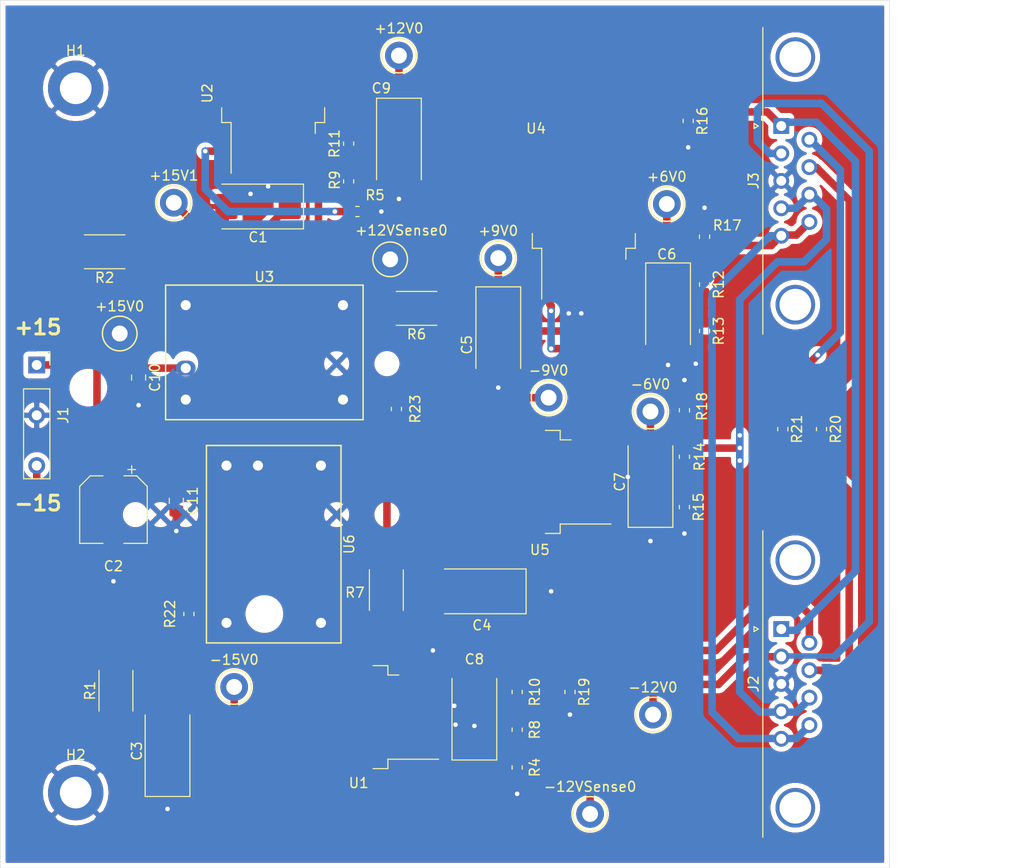
<source format=kicad_pcb>
(kicad_pcb (version 20171130) (host pcbnew "(5.0.2)-1")

  (general
    (thickness 1.6)
    (drawings 6)
    (tracks 343)
    (zones 0)
    (modules 55)
    (nets 28)
  )

  (page A4)
  (title_block
    (title "PPAC_Power)Distro")
    (date 2020-08-10)
    (rev Rev02)
    (company FRIB)
    (comment 1 "Pedro Rodriguez")
  )

  (layers
    (0 F.Cu signal)
    (31 B.Cu signal)
    (36 B.SilkS user)
    (37 F.SilkS user)
    (38 B.Mask user)
    (39 F.Mask user)
    (44 Edge.Cuts user)
    (45 Margin user)
    (46 B.CrtYd user)
    (47 F.CrtYd user)
    (49 F.Fab user hide)
  )

  (setup
    (last_trace_width 0.762)
    (user_trace_width 0.508)
    (user_trace_width 0.5588)
    (user_trace_width 0.762)
    (trace_clearance 0.2032)
    (zone_clearance 0.508)
    (zone_45_only no)
    (trace_min 0.2032)
    (segment_width 0.2)
    (edge_width 0.05)
    (via_size 0.508)
    (via_drill 0.254)
    (via_min_size 0.508)
    (via_min_drill 0.254)
    (user_via 0.762 0.4572)
    (uvia_size 0.508)
    (uvia_drill 0.254)
    (uvias_allowed no)
    (uvia_min_size 0.2032)
    (uvia_min_drill 0.127)
    (pcb_text_width 0.3)
    (pcb_text_size 1.5 1.5)
    (mod_edge_width 0.12)
    (mod_text_size 1 1)
    (mod_text_width 0.15)
    (pad_size 1.524 1.524)
    (pad_drill 0.762)
    (pad_to_mask_clearance 0.0508)
    (solder_mask_min_width 0.1016)
    (aux_axis_origin 107.823 139.065)
    (grid_origin 107.823 139.065)
    (visible_elements 7FFFFFFF)
    (pcbplotparams
      (layerselection 0x010f0_ffffffff)
      (usegerberextensions true)
      (usegerberattributes false)
      (usegerberadvancedattributes false)
      (creategerberjobfile false)
      (excludeedgelayer true)
      (linewidth 0.100000)
      (plotframeref false)
      (viasonmask false)
      (mode 1)
      (useauxorigin false)
      (hpglpennumber 1)
      (hpglpenspeed 20)
      (hpglpendiameter 15.000000)
      (psnegative false)
      (psa4output false)
      (plotreference true)
      (plotvalue true)
      (plotinvisibletext false)
      (padsonsilk false)
      (subtractmaskfromsilk false)
      (outputformat 1)
      (mirror false)
      (drillshape 0)
      (scaleselection 1)
      (outputdirectory "Gerber/"))
  )

  (net 0 "")
  (net 1 /+15V)
  (net 2 GND)
  (net 3 /-15V)
  (net 4 /-12V)
  (net 5 /+12V)
  (net 6 /+6V)
  (net 7 /-6V)
  (net 8 "Net-(J2-Pad0)")
  (net 9 /+12V_Sense)
  (net 10 /-12V_Sense)
  (net 11 "Net-(R6-Pad2)")
  (net 12 "Net-(J3-Pad0)")
  (net 13 "Net-(R4-Pad1)")
  (net 14 "Net-(R5-Pad1)")
  (net 15 "Net-(R12-Pad2)")
  (net 16 "Net-(R14-Pad2)")
  (net 17 "Net-(J3-Pad7)")
  (net 18 "Net-(J3-Pad6)")
  (net 19 "Net-(+15V1-Pad1)")
  (net 20 "Net-(+9V0-Pad1)")
  (net 21 "Net-(-15V0-Pad1)")
  (net 22 "Net-(-9V0-Pad1)")
  (net 23 "Net-(R22-Pad1)")
  (net 24 "Net-(R22-Pad2)")
  (net 25 "Net-(U6-Pad3)")
  (net 26 "Net-(U3-Pad3)")
  (net 27 "Net-(R23-Pad2)")

  (net_class Default "This is the default net class."
    (clearance 0.2032)
    (trace_width 0.2032)
    (via_dia 0.508)
    (via_drill 0.254)
    (uvia_dia 0.508)
    (uvia_drill 0.254)
    (diff_pair_gap 0.1524)
    (diff_pair_width 0.1524)
    (add_net /+12V)
    (add_net /+12V_Sense)
    (add_net /+15V)
    (add_net /+6V)
    (add_net /-12V)
    (add_net /-12V_Sense)
    (add_net /-15V)
    (add_net /-6V)
    (add_net GND)
    (add_net "Net-(+15V1-Pad1)")
    (add_net "Net-(+9V0-Pad1)")
    (add_net "Net-(-15V0-Pad1)")
    (add_net "Net-(-9V0-Pad1)")
    (add_net "Net-(J2-Pad0)")
    (add_net "Net-(J3-Pad0)")
    (add_net "Net-(J3-Pad6)")
    (add_net "Net-(J3-Pad7)")
    (add_net "Net-(R12-Pad2)")
    (add_net "Net-(R14-Pad2)")
    (add_net "Net-(R22-Pad1)")
    (add_net "Net-(R22-Pad2)")
    (add_net "Net-(R23-Pad2)")
    (add_net "Net-(R4-Pad1)")
    (add_net "Net-(R5-Pad1)")
    (add_net "Net-(R6-Pad2)")
    (add_net "Net-(U3-Pad3)")
    (add_net "Net-(U6-Pad3)")
  )

  (module Resistor_SMD:R_0603_1608Metric_Pad1.05x0.95mm_HandSolder (layer F.Cu) (tedit 5B301BBD) (tstamp 5F2DD286)
    (at 147.828 92.71 90)
    (descr "Resistor SMD 0603 (1608 Metric), square (rectangular) end terminal, IPC_7351 nominal with elongated pad for handsoldering. (Body size source: http://www.tortai-tech.com/upload/download/2011102023233369053.pdf), generated with kicad-footprint-generator")
    (tags "resistor handsolder")
    (path /5F3DDAF3)
    (attr smd)
    (fp_text reference R23 (at 0 1.905 90) (layer F.SilkS)
      (effects (font (size 1 1) (thickness 0.15)))
    )
    (fp_text value 3k9 (at 0 1.43 90) (layer F.Fab)
      (effects (font (size 1 1) (thickness 0.15)))
    )
    (fp_text user %R (at 0 0 90) (layer F.Fab)
      (effects (font (size 0.4 0.4) (thickness 0.06)))
    )
    (fp_line (start 1.65 0.73) (end -1.65 0.73) (layer F.CrtYd) (width 0.05))
    (fp_line (start 1.65 -0.73) (end 1.65 0.73) (layer F.CrtYd) (width 0.05))
    (fp_line (start -1.65 -0.73) (end 1.65 -0.73) (layer F.CrtYd) (width 0.05))
    (fp_line (start -1.65 0.73) (end -1.65 -0.73) (layer F.CrtYd) (width 0.05))
    (fp_line (start -0.171267 0.51) (end 0.171267 0.51) (layer F.SilkS) (width 0.12))
    (fp_line (start -0.171267 -0.51) (end 0.171267 -0.51) (layer F.SilkS) (width 0.12))
    (fp_line (start 0.8 0.4) (end -0.8 0.4) (layer F.Fab) (width 0.1))
    (fp_line (start 0.8 -0.4) (end 0.8 0.4) (layer F.Fab) (width 0.1))
    (fp_line (start -0.8 -0.4) (end 0.8 -0.4) (layer F.Fab) (width 0.1))
    (fp_line (start -0.8 0.4) (end -0.8 -0.4) (layer F.Fab) (width 0.1))
    (pad 2 smd roundrect (at 0.875 0 90) (size 1.05 0.95) (layers F.Cu F.Paste F.Mask) (roundrect_rratio 0.25)
      (net 27 "Net-(R23-Pad2)"))
    (pad 1 smd roundrect (at -0.875 0 90) (size 1.05 0.95) (layers F.Cu F.Paste F.Mask) (roundrect_rratio 0.25)
      (net 2 GND))
    (model ${KISYS3DMOD}/Resistor_SMD.3dshapes/R_0603_1608Metric.wrl
      (at (xyz 0 0 0))
      (scale (xyz 1 1 1))
      (rotate (xyz 0 0 0))
    )
  )

  (module Resistor_SMD:R_0603_1608Metric_Pad1.05x0.95mm_HandSolder (layer F.Cu) (tedit 5B301BBD) (tstamp 5F2DD276)
    (at 126.873 113.411 270)
    (descr "Resistor SMD 0603 (1608 Metric), square (rectangular) end terminal, IPC_7351 nominal with elongated pad for handsoldering. (Body size source: http://www.tortai-tech.com/upload/download/2011102023233369053.pdf), generated with kicad-footprint-generator")
    (tags "resistor handsolder")
    (path /5F3C9D28)
    (attr smd)
    (fp_text reference R22 (at 0 1.905 270) (layer F.SilkS)
      (effects (font (size 1 1) (thickness 0.15)))
    )
    (fp_text value 5k6 (at 0 1.43 270) (layer F.Fab)
      (effects (font (size 1 1) (thickness 0.15)))
    )
    (fp_line (start -0.8 0.4) (end -0.8 -0.4) (layer F.Fab) (width 0.1))
    (fp_line (start -0.8 -0.4) (end 0.8 -0.4) (layer F.Fab) (width 0.1))
    (fp_line (start 0.8 -0.4) (end 0.8 0.4) (layer F.Fab) (width 0.1))
    (fp_line (start 0.8 0.4) (end -0.8 0.4) (layer F.Fab) (width 0.1))
    (fp_line (start -0.171267 -0.51) (end 0.171267 -0.51) (layer F.SilkS) (width 0.12))
    (fp_line (start -0.171267 0.51) (end 0.171267 0.51) (layer F.SilkS) (width 0.12))
    (fp_line (start -1.65 0.73) (end -1.65 -0.73) (layer F.CrtYd) (width 0.05))
    (fp_line (start -1.65 -0.73) (end 1.65 -0.73) (layer F.CrtYd) (width 0.05))
    (fp_line (start 1.65 -0.73) (end 1.65 0.73) (layer F.CrtYd) (width 0.05))
    (fp_line (start 1.65 0.73) (end -1.65 0.73) (layer F.CrtYd) (width 0.05))
    (fp_text user %R (at 0 0 270) (layer F.Fab)
      (effects (font (size 0.4 0.4) (thickness 0.06)))
    )
    (pad 1 smd roundrect (at -0.875 0 270) (size 1.05 0.95) (layers F.Cu F.Paste F.Mask) (roundrect_rratio 0.25)
      (net 23 "Net-(R22-Pad1)"))
    (pad 2 smd roundrect (at 0.875 0 270) (size 1.05 0.95) (layers F.Cu F.Paste F.Mask) (roundrect_rratio 0.25)
      (net 24 "Net-(R22-Pad2)"))
    (model ${KISYS3DMOD}/Resistor_SMD.3dshapes/R_0603_1608Metric.wrl
      (at (xyz 0 0 0))
      (scale (xyz 1 1 1))
      (rotate (xyz 0 0 0))
    )
  )

  (module Capacitor_SMD:CP_Elec_6.3x5.9 (layer F.Cu) (tedit 5BCA39D0) (tstamp 5F2D9073)
    (at 119.253 102.87 270)
    (descr "SMD capacitor, aluminum electrolytic, Panasonic C6, 6.3x5.9mm")
    (tags "capacitor electrolytic")
    (path /5EC53E1D)
    (attr smd)
    (fp_text reference C2 (at 5.715 0 180) (layer F.SilkS)
      (effects (font (size 1 1) (thickness 0.15)))
    )
    (fp_text value 100uF (at 0 4.35 270) (layer F.Fab)
      (effects (font (size 1 1) (thickness 0.15)))
    )
    (fp_circle (center 0 0) (end 3.15 0) (layer F.Fab) (width 0.1))
    (fp_line (start 3.3 -3.3) (end 3.3 3.3) (layer F.Fab) (width 0.1))
    (fp_line (start -2.3 -3.3) (end 3.3 -3.3) (layer F.Fab) (width 0.1))
    (fp_line (start -2.3 3.3) (end 3.3 3.3) (layer F.Fab) (width 0.1))
    (fp_line (start -3.3 -2.3) (end -3.3 2.3) (layer F.Fab) (width 0.1))
    (fp_line (start -3.3 -2.3) (end -2.3 -3.3) (layer F.Fab) (width 0.1))
    (fp_line (start -3.3 2.3) (end -2.3 3.3) (layer F.Fab) (width 0.1))
    (fp_line (start -2.704838 -1.33) (end -2.074838 -1.33) (layer F.Fab) (width 0.1))
    (fp_line (start -2.389838 -1.645) (end -2.389838 -1.015) (layer F.Fab) (width 0.1))
    (fp_line (start 3.41 3.41) (end 3.41 1.06) (layer F.SilkS) (width 0.12))
    (fp_line (start 3.41 -3.41) (end 3.41 -1.06) (layer F.SilkS) (width 0.12))
    (fp_line (start -2.345563 -3.41) (end 3.41 -3.41) (layer F.SilkS) (width 0.12))
    (fp_line (start -2.345563 3.41) (end 3.41 3.41) (layer F.SilkS) (width 0.12))
    (fp_line (start -3.41 2.345563) (end -3.41 1.06) (layer F.SilkS) (width 0.12))
    (fp_line (start -3.41 -2.345563) (end -3.41 -1.06) (layer F.SilkS) (width 0.12))
    (fp_line (start -3.41 -2.345563) (end -2.345563 -3.41) (layer F.SilkS) (width 0.12))
    (fp_line (start -3.41 2.345563) (end -2.345563 3.41) (layer F.SilkS) (width 0.12))
    (fp_line (start -4.4375 -1.8475) (end -3.65 -1.8475) (layer F.SilkS) (width 0.12))
    (fp_line (start -4.04375 -2.24125) (end -4.04375 -1.45375) (layer F.SilkS) (width 0.12))
    (fp_line (start 3.55 -3.55) (end 3.55 -1.05) (layer F.CrtYd) (width 0.05))
    (fp_line (start 3.55 -1.05) (end 4.8 -1.05) (layer F.CrtYd) (width 0.05))
    (fp_line (start 4.8 -1.05) (end 4.8 1.05) (layer F.CrtYd) (width 0.05))
    (fp_line (start 4.8 1.05) (end 3.55 1.05) (layer F.CrtYd) (width 0.05))
    (fp_line (start 3.55 1.05) (end 3.55 3.55) (layer F.CrtYd) (width 0.05))
    (fp_line (start -2.4 3.55) (end 3.55 3.55) (layer F.CrtYd) (width 0.05))
    (fp_line (start -2.4 -3.55) (end 3.55 -3.55) (layer F.CrtYd) (width 0.05))
    (fp_line (start -3.55 2.4) (end -2.4 3.55) (layer F.CrtYd) (width 0.05))
    (fp_line (start -3.55 -2.4) (end -2.4 -3.55) (layer F.CrtYd) (width 0.05))
    (fp_line (start -3.55 -2.4) (end -3.55 -1.05) (layer F.CrtYd) (width 0.05))
    (fp_line (start -3.55 1.05) (end -3.55 2.4) (layer F.CrtYd) (width 0.05))
    (fp_line (start -3.55 -1.05) (end -4.8 -1.05) (layer F.CrtYd) (width 0.05))
    (fp_line (start -4.8 -1.05) (end -4.8 1.05) (layer F.CrtYd) (width 0.05))
    (fp_line (start -4.8 1.05) (end -3.55 1.05) (layer F.CrtYd) (width 0.05))
    (fp_text user %R (at 0 0 270) (layer F.Fab)
      (effects (font (size 1 1) (thickness 0.15)))
    )
    (pad 1 smd roundrect (at -2.8 0 270) (size 3.5 1.6) (layers F.Cu F.Paste F.Mask) (roundrect_rratio 0.15625)
      (net 1 /+15V))
    (pad 2 smd roundrect (at 2.8 0 270) (size 3.5 1.6) (layers F.Cu F.Paste F.Mask) (roundrect_rratio 0.15625)
      (net 2 GND))
    (model ${KISYS3DMOD}/Capacitor_SMD.3dshapes/CP_Elec_6.3x5.9.wrl
      (at (xyz 0 0 0))
      (scale (xyz 1 1 1))
      (rotate (xyz 0 0 0))
    )
  )

  (module Capacitor_SMD:C_0805_2012Metric_Pad1.15x1.40mm_HandSolder (layer F.Cu) (tedit 5B36C52B) (tstamp 5F2D9072)
    (at 121.793 89.535 270)
    (descr "Capacitor SMD 0805 (2012 Metric), square (rectangular) end terminal, IPC_7351 nominal with elongated pad for handsoldering. (Body size source: https://docs.google.com/spreadsheets/d/1BsfQQcO9C6DZCsRaXUlFlo91Tg2WpOkGARC1WS5S8t0/edit?usp=sharing), generated with kicad-footprint-generator")
    (tags "capacitor handsolder")
    (path /5F3B5CED)
    (attr smd)
    (fp_text reference C10 (at 0 -1.65 270) (layer F.SilkS)
      (effects (font (size 1 1) (thickness 0.15)))
    )
    (fp_text value 10uF (at 0 1.65 270) (layer F.Fab)
      (effects (font (size 1 1) (thickness 0.15)))
    )
    (fp_text user %R (at 0 0 270) (layer F.Fab)
      (effects (font (size 0.5 0.5) (thickness 0.08)))
    )
    (fp_line (start 1.85 0.95) (end -1.85 0.95) (layer F.CrtYd) (width 0.05))
    (fp_line (start 1.85 -0.95) (end 1.85 0.95) (layer F.CrtYd) (width 0.05))
    (fp_line (start -1.85 -0.95) (end 1.85 -0.95) (layer F.CrtYd) (width 0.05))
    (fp_line (start -1.85 0.95) (end -1.85 -0.95) (layer F.CrtYd) (width 0.05))
    (fp_line (start -0.261252 0.71) (end 0.261252 0.71) (layer F.SilkS) (width 0.12))
    (fp_line (start -0.261252 -0.71) (end 0.261252 -0.71) (layer F.SilkS) (width 0.12))
    (fp_line (start 1 0.6) (end -1 0.6) (layer F.Fab) (width 0.1))
    (fp_line (start 1 -0.6) (end 1 0.6) (layer F.Fab) (width 0.1))
    (fp_line (start -1 -0.6) (end 1 -0.6) (layer F.Fab) (width 0.1))
    (fp_line (start -1 0.6) (end -1 -0.6) (layer F.Fab) (width 0.1))
    (pad 2 smd roundrect (at 1.025 0 270) (size 1.15 1.4) (layers F.Cu F.Paste F.Mask) (roundrect_rratio 0.217391)
      (net 2 GND))
    (pad 1 smd roundrect (at -1.025 0 270) (size 1.15 1.4) (layers F.Cu F.Paste F.Mask) (roundrect_rratio 0.217391)
      (net 1 /+15V))
    (model ${KISYS3DMOD}/Capacitor_SMD.3dshapes/C_0805_2012Metric.wrl
      (at (xyz 0 0 0))
      (scale (xyz 1 1 1))
      (rotate (xyz 0 0 0))
    )
  )

  (module Capacitor_SMD:C_0805_2012Metric_Pad1.15x1.40mm_HandSolder (layer F.Cu) (tedit 5B36C52B) (tstamp 5F2D9061)
    (at 125.603 101.981 270)
    (descr "Capacitor SMD 0805 (2012 Metric), square (rectangular) end terminal, IPC_7351 nominal with elongated pad for handsoldering. (Body size source: https://docs.google.com/spreadsheets/d/1BsfQQcO9C6DZCsRaXUlFlo91Tg2WpOkGARC1WS5S8t0/edit?usp=sharing), generated with kicad-footprint-generator")
    (tags "capacitor handsolder")
    (path /5F38F456)
    (attr smd)
    (fp_text reference C11 (at 0 -1.65 270) (layer F.SilkS)
      (effects (font (size 1 1) (thickness 0.15)))
    )
    (fp_text value 10uF (at 0 1.65 270) (layer F.Fab)
      (effects (font (size 1 1) (thickness 0.15)))
    )
    (fp_line (start -1 0.6) (end -1 -0.6) (layer F.Fab) (width 0.1))
    (fp_line (start -1 -0.6) (end 1 -0.6) (layer F.Fab) (width 0.1))
    (fp_line (start 1 -0.6) (end 1 0.6) (layer F.Fab) (width 0.1))
    (fp_line (start 1 0.6) (end -1 0.6) (layer F.Fab) (width 0.1))
    (fp_line (start -0.261252 -0.71) (end 0.261252 -0.71) (layer F.SilkS) (width 0.12))
    (fp_line (start -0.261252 0.71) (end 0.261252 0.71) (layer F.SilkS) (width 0.12))
    (fp_line (start -1.85 0.95) (end -1.85 -0.95) (layer F.CrtYd) (width 0.05))
    (fp_line (start -1.85 -0.95) (end 1.85 -0.95) (layer F.CrtYd) (width 0.05))
    (fp_line (start 1.85 -0.95) (end 1.85 0.95) (layer F.CrtYd) (width 0.05))
    (fp_line (start 1.85 0.95) (end -1.85 0.95) (layer F.CrtYd) (width 0.05))
    (fp_text user %R (at 0 0 270) (layer F.Fab)
      (effects (font (size 0.5 0.5) (thickness 0.08)))
    )
    (pad 1 smd roundrect (at -1.025 0 270) (size 1.15 1.4) (layers F.Cu F.Paste F.Mask) (roundrect_rratio 0.217391)
      (net 1 /+15V))
    (pad 2 smd roundrect (at 1.025 0 270) (size 1.15 1.4) (layers F.Cu F.Paste F.Mask) (roundrect_rratio 0.217391)
      (net 2 GND))
    (model ${KISYS3DMOD}/Capacitor_SMD.3dshapes/C_0805_2012Metric.wrl
      (at (xyz 0 0 0))
      (scale (xyz 1 1 1))
      (rotate (xyz 0 0 0))
    )
  )

  (module PPAC_Power_Distro:DIP-8_625_ELL (layer F.Cu) (tedit 5F29919E) (tstamp 5F2D8E15)
    (at 134.493 86.995 270)
    (path /5F2D86D9)
    (fp_text reference U3 (at -7.62 0) (layer F.SilkS)
      (effects (font (size 1 1) (thickness 0.15)))
    )
    (fp_text value PTN78000W (at 0 0 270) (layer F.Fab)
      (effects (font (size 1 1) (thickness 0.15)))
    )
    (fp_line (start -7 10.5) (end -7 -10.5) (layer F.CrtYd) (width 0.05))
    (fp_line (start 7 10.5) (end -7 10.5) (layer F.CrtYd) (width 0.05))
    (fp_line (start 7 -10.5) (end 7 10.5) (layer F.CrtYd) (width 0.05))
    (fp_line (start -7 -10.5) (end 7 -10.5) (layer F.CrtYd) (width 0.05))
    (fp_line (start -6.795 -9.97) (end -6.795 9.97) (layer F.SilkS) (width 0.15))
    (fp_line (start 6.795 -9.97) (end -6.795 -9.97) (layer F.SilkS) (width 0.15))
    (fp_line (start 6.795 9.97) (end 6.795 -9.97) (layer F.SilkS) (width 0.15))
    (fp_line (start -6.795 9.97) (end 6.795 9.97) (layer F.SilkS) (width 0.15))
    (pad 3 thru_hole oval (at 4.77 7.94 270) (size 1.5 2) (drill 1.02) (layers *.Cu *.Mask)
      (net 26 "Net-(U3-Pad3)"))
    (pad 4 thru_hole oval (at 4.77 -7.94 270) (size 1.5 2) (drill 1.02) (layers *.Cu *.Mask)
      (net 27 "Net-(R23-Pad2)"))
    (pad 2 thru_hole oval (at 1.59 7.94 270) (size 1.5 2) (drill 1.02) (layers *.Cu *.Mask)
      (net 1 /+15V))
    (pad 1 thru_hole oval (at -4.77 7.94 270) (size 1.5 2) (drill 1.02) (layers *.Cu *.Mask)
      (net 2 GND))
    (pad 5 thru_hole oval (at -4.77 -7.94 270) (size 1.5 2) (drill 1.02) (layers *.Cu *.Mask)
      (net 11 "Net-(R6-Pad2)"))
  )

  (module PPAC_Power_Distro:DIP-8_625_ELL (layer F.Cu) (tedit 5F29919E) (tstamp 5F2D8E14)
    (at 135.438 106.365 180)
    (path /5F2D2AC9)
    (fp_text reference U6 (at -7.62 0 270) (layer F.SilkS)
      (effects (font (size 1 1) (thickness 0.15)))
    )
    (fp_text value PTN78000A (at 0 0 180) (layer F.Fab)
      (effects (font (size 1 1) (thickness 0.15)))
    )
    (fp_line (start -6.795 9.97) (end 6.795 9.97) (layer F.SilkS) (width 0.15))
    (fp_line (start 6.795 9.97) (end 6.795 -9.97) (layer F.SilkS) (width 0.15))
    (fp_line (start 6.795 -9.97) (end -6.795 -9.97) (layer F.SilkS) (width 0.15))
    (fp_line (start -6.795 -9.97) (end -6.795 9.97) (layer F.SilkS) (width 0.15))
    (fp_line (start -7 -10.5) (end 7 -10.5) (layer F.CrtYd) (width 0.05))
    (fp_line (start 7 -10.5) (end 7 10.5) (layer F.CrtYd) (width 0.05))
    (fp_line (start 7 10.5) (end -7 10.5) (layer F.CrtYd) (width 0.05))
    (fp_line (start -7 10.5) (end -7 -10.5) (layer F.CrtYd) (width 0.05))
    (pad 5 thru_hole oval (at -4.77 -7.94 180) (size 1.5 2) (drill 1.02) (layers *.Cu *.Mask)
      (net 2 GND))
    (pad 1 thru_hole oval (at -4.77 7.94 180) (size 1.5 2) (drill 1.02) (layers *.Cu *.Mask)
      (net 23 "Net-(R22-Pad1)"))
    (pad 2 thru_hole oval (at 1.59 7.94 180) (size 1.5 2) (drill 1.02) (layers *.Cu *.Mask)
      (net 1 /+15V))
    (pad 4 thru_hole oval (at 4.77 -7.94 180) (size 1.5 2) (drill 1.02) (layers *.Cu *.Mask)
      (net 24 "Net-(R22-Pad2)"))
    (pad 3 thru_hole oval (at 4.77 7.94 180) (size 1.5 2) (drill 1.02) (layers *.Cu *.Mask)
      (net 25 "Net-(U6-Pad3)"))
  )

  (module MountingHole:MountingHole_3.2mm_M3_DIN965_Pad (layer F.Cu) (tedit 56D1B4CB) (tstamp 5ECD75F8)
    (at 115.443 131.445)
    (descr "Mounting Hole 3.2mm, M3, DIN965")
    (tags "mounting hole 3.2mm m3 din965")
    (path /5ECDAA21)
    (attr virtual)
    (fp_text reference H2 (at 0 -3.8) (layer F.SilkS)
      (effects (font (size 1 1) (thickness 0.15)))
    )
    (fp_text value MountingHole_Pad (at 0 3.8) (layer F.Fab)
      (effects (font (size 1 1) (thickness 0.15)))
    )
    (fp_circle (center 0 0) (end 3.05 0) (layer F.CrtYd) (width 0.05))
    (fp_circle (center 0 0) (end 2.8 0) (layer Cmts.User) (width 0.15))
    (fp_text user %R (at 0.3 0) (layer F.Fab)
      (effects (font (size 1 1) (thickness 0.15)))
    )
    (pad 1 thru_hole circle (at 0 0) (size 5.6 5.6) (drill 3.2) (layers *.Cu *.Mask)
      (net 2 GND))
  )

  (module MountingHole:MountingHole_3.2mm_M3_DIN965_Pad (layer F.Cu) (tedit 56D1B4CB) (tstamp 5ECD75F0)
    (at 115.443 60.325)
    (descr "Mounting Hole 3.2mm, M3, DIN965")
    (tags "mounting hole 3.2mm m3 din965")
    (path /5ECD9A61)
    (attr virtual)
    (fp_text reference H1 (at 0 -3.8) (layer F.SilkS)
      (effects (font (size 1 1) (thickness 0.15)))
    )
    (fp_text value MountingHole_Pad (at 0 3.8) (layer F.Fab)
      (effects (font (size 1 1) (thickness 0.15)))
    )
    (fp_circle (center 0 0) (end 3.05 0) (layer F.CrtYd) (width 0.05))
    (fp_circle (center 0 0) (end 2.8 0) (layer Cmts.User) (width 0.15))
    (fp_text user %R (at 0.3 0) (layer F.Fab)
      (effects (font (size 1 1) (thickness 0.15)))
    )
    (pad 1 thru_hole circle (at 0 0) (size 5.6 5.6) (drill 3.2) (layers *.Cu *.Mask)
      (net 2 GND))
  )

  (module Resistor_SMD:R_0603_1608Metric_Pad1.05x0.95mm_HandSolder (layer F.Cu) (tedit 5B301BBD) (tstamp 5EBC7F70)
    (at 143.002 65.913 90)
    (descr "Resistor SMD 0603 (1608 Metric), square (rectangular) end terminal, IPC_7351 nominal with elongated pad for handsoldering. (Body size source: http://www.tortai-tech.com/upload/download/2011102023233369053.pdf), generated with kicad-footprint-generator")
    (tags "resistor handsolder")
    (path /5ECD0012)
    (attr smd)
    (fp_text reference R11 (at 0 -1.43 90) (layer F.SilkS)
      (effects (font (size 1 1) (thickness 0.15)))
    )
    (fp_text value 100R (at 0 1.43 90) (layer F.Fab)
      (effects (font (size 1 1) (thickness 0.15)))
    )
    (fp_text user %R (at 0 0 90) (layer F.Fab)
      (effects (font (size 0.4 0.4) (thickness 0.06)))
    )
    (fp_line (start 1.65 0.73) (end -1.65 0.73) (layer F.CrtYd) (width 0.05))
    (fp_line (start 1.65 -0.73) (end 1.65 0.73) (layer F.CrtYd) (width 0.05))
    (fp_line (start -1.65 -0.73) (end 1.65 -0.73) (layer F.CrtYd) (width 0.05))
    (fp_line (start -1.65 0.73) (end -1.65 -0.73) (layer F.CrtYd) (width 0.05))
    (fp_line (start -0.171267 0.51) (end 0.171267 0.51) (layer F.SilkS) (width 0.12))
    (fp_line (start -0.171267 -0.51) (end 0.171267 -0.51) (layer F.SilkS) (width 0.12))
    (fp_line (start 0.8 0.4) (end -0.8 0.4) (layer F.Fab) (width 0.1))
    (fp_line (start 0.8 -0.4) (end 0.8 0.4) (layer F.Fab) (width 0.1))
    (fp_line (start -0.8 -0.4) (end 0.8 -0.4) (layer F.Fab) (width 0.1))
    (fp_line (start -0.8 0.4) (end -0.8 -0.4) (layer F.Fab) (width 0.1))
    (pad 2 smd roundrect (at 0.875 0 90) (size 1.05 0.95) (layers F.Cu F.Paste F.Mask) (roundrect_rratio 0.25)
      (net 5 /+12V))
    (pad 1 smd roundrect (at -0.875 0 90) (size 1.05 0.95) (layers F.Cu F.Paste F.Mask) (roundrect_rratio 0.25)
      (net 9 /+12V_Sense))
    (model ${KISYS3DMOD}/Resistor_SMD.3dshapes/R_0603_1608Metric.wrl
      (at (xyz 0 0 0))
      (scale (xyz 1 1 1))
      (rotate (xyz 0 0 0))
    )
  )

  (module Resistor_SMD:R_2512_6332Metric_Pad1.52x3.35mm_HandSolder (layer F.Cu) (tedit 5B301BBD) (tstamp 5EBCAC75)
    (at 146.812 110.998 90)
    (descr "Resistor SMD 2512 (6332 Metric), square (rectangular) end terminal, IPC_7351 nominal with elongated pad for handsoldering. (Body size source: http://www.tortai-tech.com/upload/download/2011102023233369053.pdf), generated with kicad-footprint-generator")
    (tags "resistor handsolder")
    (path /5ED274A4)
    (attr smd)
    (fp_text reference R7 (at -0.254 -3.175) (layer F.SilkS)
      (effects (font (size 1 1) (thickness 0.15)))
    )
    (fp_text value 2R2 (at 0 2.62 90) (layer F.Fab)
      (effects (font (size 1 1) (thickness 0.15)))
    )
    (fp_text user %R (at 0 0 90) (layer F.Fab)
      (effects (font (size 1 1) (thickness 0.15)))
    )
    (fp_line (start 4 1.92) (end -4 1.92) (layer F.CrtYd) (width 0.05))
    (fp_line (start 4 -1.92) (end 4 1.92) (layer F.CrtYd) (width 0.05))
    (fp_line (start -4 -1.92) (end 4 -1.92) (layer F.CrtYd) (width 0.05))
    (fp_line (start -4 1.92) (end -4 -1.92) (layer F.CrtYd) (width 0.05))
    (fp_line (start -2.052064 1.71) (end 2.052064 1.71) (layer F.SilkS) (width 0.12))
    (fp_line (start -2.052064 -1.71) (end 2.052064 -1.71) (layer F.SilkS) (width 0.12))
    (fp_line (start 3.15 1.6) (end -3.15 1.6) (layer F.Fab) (width 0.1))
    (fp_line (start 3.15 -1.6) (end 3.15 1.6) (layer F.Fab) (width 0.1))
    (fp_line (start -3.15 -1.6) (end 3.15 -1.6) (layer F.Fab) (width 0.1))
    (fp_line (start -3.15 1.6) (end -3.15 -1.6) (layer F.Fab) (width 0.1))
    (pad 2 smd roundrect (at 2.9875 0 90) (size 1.525 3.35) (layers F.Cu F.Paste F.Mask) (roundrect_rratio 0.163934)
      (net 23 "Net-(R22-Pad1)"))
    (pad 1 smd roundrect (at -2.9875 0 90) (size 1.525 3.35) (layers F.Cu F.Paste F.Mask) (roundrect_rratio 0.163934)
      (net 22 "Net-(-9V0-Pad1)"))
    (model ${KISYS3DMOD}/Resistor_SMD.3dshapes/R_2512_6332Metric.wrl
      (at (xyz 0 0 0))
      (scale (xyz 1 1 1))
      (rotate (xyz 0 0 0))
    )
  )

  (module Capacitor_Tantalum_SMD:CP_EIA-7343-31_Kemet-D_Pad2.25x2.55mm_HandSolder (layer F.Cu) (tedit 5B301BBE) (tstamp 5EE01AE2)
    (at 156.337 111.125 180)
    (descr "Tantalum Capacitor SMD Kemet-D (7343-31 Metric), IPC_7351 nominal, (Body size from: http://www.kemet.com/Lists/ProductCatalog/Attachments/253/KEM_TC101_STD.pdf), generated with kicad-footprint-generator")
    (tags "capacitor tantalum")
    (path /5EC55D05)
    (attr smd)
    (fp_text reference C4 (at -0.127 -3.429) (layer F.SilkS)
      (effects (font (size 1 1) (thickness 0.15)))
    )
    (fp_text value 47uF (at 0 3.1) (layer F.Fab)
      (effects (font (size 1 1) (thickness 0.15)))
    )
    (fp_text user %R (at 0 0) (layer F.Fab)
      (effects (font (size 1 1) (thickness 0.15)))
    )
    (fp_line (start 4.58 2.4) (end -4.58 2.4) (layer F.CrtYd) (width 0.05))
    (fp_line (start 4.58 -2.4) (end 4.58 2.4) (layer F.CrtYd) (width 0.05))
    (fp_line (start -4.58 -2.4) (end 4.58 -2.4) (layer F.CrtYd) (width 0.05))
    (fp_line (start -4.58 2.4) (end -4.58 -2.4) (layer F.CrtYd) (width 0.05))
    (fp_line (start -4.585 2.26) (end 3.65 2.26) (layer F.SilkS) (width 0.12))
    (fp_line (start -4.585 -2.26) (end -4.585 2.26) (layer F.SilkS) (width 0.12))
    (fp_line (start 3.65 -2.26) (end -4.585 -2.26) (layer F.SilkS) (width 0.12))
    (fp_line (start 3.65 2.15) (end 3.65 -2.15) (layer F.Fab) (width 0.1))
    (fp_line (start -3.65 2.15) (end 3.65 2.15) (layer F.Fab) (width 0.1))
    (fp_line (start -3.65 -1.15) (end -3.65 2.15) (layer F.Fab) (width 0.1))
    (fp_line (start -2.65 -2.15) (end -3.65 -1.15) (layer F.Fab) (width 0.1))
    (fp_line (start 3.65 -2.15) (end -2.65 -2.15) (layer F.Fab) (width 0.1))
    (pad 2 smd roundrect (at 3.2 0 180) (size 2.25 2.55) (layers F.Cu F.Paste F.Mask) (roundrect_rratio 0.111111)
      (net 22 "Net-(-9V0-Pad1)"))
    (pad 1 smd roundrect (at -3.2 0 180) (size 2.25 2.55) (layers F.Cu F.Paste F.Mask) (roundrect_rratio 0.111111)
      (net 2 GND))
    (model ${KISYS3DMOD}/Capacitor_Tantalum_SMD.3dshapes/CP_EIA-7343-31_Kemet-D.wrl
      (at (xyz 0 0 0))
      (scale (xyz 1 1 1))
      (rotate (xyz 0 0 0))
    )
  )

  (module Connector_PinSocket_2.54mm:PinSocket_1x03_P2.54mm_Vertical (layer F.Cu) (tedit 5EC6B800) (tstamp 5EBC8794)
    (at 111.506 93.345)
    (descr "Through hole straight socket strip, 1x03, 2.54mm pitch, single row (from Kicad 4.0.7), script generated")
    (tags "Through hole socket strip THT 1x03 2.54mm single row")
    (path /5EC6F1A2)
    (fp_text reference J1 (at 2.667 0 270) (layer F.SilkS)
      (effects (font (size 1 1) (thickness 0.15)))
    )
    (fp_text value Screw_Terminal_x03 (at 0 7.85) (layer F.Fab)
      (effects (font (size 1 1) (thickness 0.15)))
    )
    (fp_text user %R (at 0 2.54 90) (layer F.Fab)
      (effects (font (size 1 1) (thickness 0.15)))
    )
    (fp_line (start -1.8 6.85) (end -1.8 -6.88) (layer F.CrtYd) (width 0.05))
    (fp_line (start 1.75 6.85) (end -1.8 6.85) (layer F.CrtYd) (width 0.05))
    (fp_line (start 1.75 -6.88) (end 1.75 6.85) (layer F.CrtYd) (width 0.05))
    (fp_line (start -1.8 -6.88) (end 1.75 -6.88) (layer F.CrtYd) (width 0.05))
    (fp_line (start 0 -6.41) (end 1.33 -6.41) (layer F.SilkS) (width 0.12))
    (fp_line (start 1.33 -6.41) (end 1.33 -5.08) (layer F.SilkS) (width 0.12))
    (fp_line (start 1.33 -2.667) (end 1.33 6.41) (layer F.SilkS) (width 0.12))
    (fp_line (start -1.33 6.41) (end 1.33 6.41) (layer F.SilkS) (width 0.12))
    (fp_line (start -1.33 -2.667) (end -1.33 6.41) (layer F.SilkS) (width 0.12))
    (fp_line (start -1.27 -2.667) (end 1.33 -2.667) (layer F.SilkS) (width 0.12))
    (fp_line (start -1.27 6.35) (end -1.27 -6.35) (layer F.Fab) (width 0.1))
    (fp_line (start 1.27 6.35) (end -1.27 6.35) (layer F.Fab) (width 0.1))
    (fp_line (start 1.27 -5.715) (end 1.27 6.35) (layer F.Fab) (width 0.1))
    (fp_line (start 0.635 -6.35) (end 1.27 -5.715) (layer F.Fab) (width 0.1))
    (fp_line (start -1.27 -6.35) (end 0.635 -6.35) (layer F.Fab) (width 0.1))
    (pad 3 thru_hole oval (at 0 5.08) (size 1.7 1.7) (drill 1) (layers *.Cu *.Mask)
      (net 3 /-15V))
    (pad 2 thru_hole oval (at 0 0) (size 1.7 1.7) (drill 1) (layers *.Cu *.Mask)
      (net 2 GND))
    (pad 1 thru_hole rect (at 0 -5.08) (size 1.7 1.7) (drill 1) (layers *.Cu *.Mask)
      (net 1 /+15V))
    (model ${KISYS3DMOD}/Connector_PinSocket_2.54mm.3dshapes/PinSocket_1x03_P2.54mm_Vertical.wrl
      (at (xyz 0 0 0))
      (scale (xyz 1 1 1))
      (rotate (xyz 0 0 0))
    )
  )

  (module Resistor_SMD:R_0603_1608Metric_Pad1.05x0.95mm_HandSolder (layer F.Cu) (tedit 5B301BBD) (tstamp 5EBA6429)
    (at 143.891 72.771)
    (descr "Resistor SMD 0603 (1608 Metric), square (rectangular) end terminal, IPC_7351 nominal with elongated pad for handsoldering. (Body size source: http://www.tortai-tech.com/upload/download/2011102023233369053.pdf), generated with kicad-footprint-generator")
    (tags "resistor handsolder")
    (path /5EC2D605)
    (attr smd)
    (fp_text reference R5 (at 1.778 -1.651) (layer F.SilkS)
      (effects (font (size 1 1) (thickness 0.15)))
    )
    (fp_text value 255R (at 0 1.43) (layer F.Fab)
      (effects (font (size 1 1) (thickness 0.15)))
    )
    (fp_line (start -0.8 0.4) (end -0.8 -0.4) (layer F.Fab) (width 0.1))
    (fp_line (start -0.8 -0.4) (end 0.8 -0.4) (layer F.Fab) (width 0.1))
    (fp_line (start 0.8 -0.4) (end 0.8 0.4) (layer F.Fab) (width 0.1))
    (fp_line (start 0.8 0.4) (end -0.8 0.4) (layer F.Fab) (width 0.1))
    (fp_line (start -0.171267 -0.51) (end 0.171267 -0.51) (layer F.SilkS) (width 0.12))
    (fp_line (start -0.171267 0.51) (end 0.171267 0.51) (layer F.SilkS) (width 0.12))
    (fp_line (start -1.65 0.73) (end -1.65 -0.73) (layer F.CrtYd) (width 0.05))
    (fp_line (start -1.65 -0.73) (end 1.65 -0.73) (layer F.CrtYd) (width 0.05))
    (fp_line (start 1.65 -0.73) (end 1.65 0.73) (layer F.CrtYd) (width 0.05))
    (fp_line (start 1.65 0.73) (end -1.65 0.73) (layer F.CrtYd) (width 0.05))
    (fp_text user %R (at 0 0) (layer F.Fab)
      (effects (font (size 0.4 0.4) (thickness 0.06)))
    )
    (pad 1 smd roundrect (at -0.875 0) (size 1.05 0.95) (layers F.Cu F.Paste F.Mask) (roundrect_rratio 0.25)
      (net 14 "Net-(R5-Pad1)"))
    (pad 2 smd roundrect (at 0.875 0) (size 1.05 0.95) (layers F.Cu F.Paste F.Mask) (roundrect_rratio 0.25)
      (net 2 GND))
    (model ${KISYS3DMOD}/Resistor_SMD.3dshapes/R_0603_1608Metric.wrl
      (at (xyz 0 0 0))
      (scale (xyz 1 1 1))
      (rotate (xyz 0 0 0))
    )
  )

  (module Resistor_SMD:R_0603_1608Metric_Pad1.05x0.95mm_HandSolder (layer F.Cu) (tedit 5B301BBD) (tstamp 5EBEA2FD)
    (at 186.847 94.742 270)
    (descr "Resistor SMD 0603 (1608 Metric), square (rectangular) end terminal, IPC_7351 nominal with elongated pad for handsoldering. (Body size source: http://www.tortai-tech.com/upload/download/2011102023233369053.pdf), generated with kicad-footprint-generator")
    (tags "resistor handsolder")
    (path /5EBFB1E9)
    (attr smd)
    (fp_text reference R21 (at 0 -1.43 90) (layer F.SilkS)
      (effects (font (size 1 1) (thickness 0.15)))
    )
    (fp_text value 10R (at 0 1.43 90) (layer F.Fab)
      (effects (font (size 1 1) (thickness 0.15)))
    )
    (fp_text user %R (at 0 0 90) (layer F.Fab)
      (effects (font (size 0.4 0.4) (thickness 0.06)))
    )
    (fp_line (start 1.65 0.73) (end -1.65 0.73) (layer F.CrtYd) (width 0.05))
    (fp_line (start 1.65 -0.73) (end 1.65 0.73) (layer F.CrtYd) (width 0.05))
    (fp_line (start -1.65 -0.73) (end 1.65 -0.73) (layer F.CrtYd) (width 0.05))
    (fp_line (start -1.65 0.73) (end -1.65 -0.73) (layer F.CrtYd) (width 0.05))
    (fp_line (start -0.171267 0.51) (end 0.171267 0.51) (layer F.SilkS) (width 0.12))
    (fp_line (start -0.171267 -0.51) (end 0.171267 -0.51) (layer F.SilkS) (width 0.12))
    (fp_line (start 0.8 0.4) (end -0.8 0.4) (layer F.Fab) (width 0.1))
    (fp_line (start 0.8 -0.4) (end 0.8 0.4) (layer F.Fab) (width 0.1))
    (fp_line (start -0.8 -0.4) (end 0.8 -0.4) (layer F.Fab) (width 0.1))
    (fp_line (start -0.8 0.4) (end -0.8 -0.4) (layer F.Fab) (width 0.1))
    (pad 2 smd roundrect (at 0.875 0 270) (size 1.05 0.95) (layers F.Cu F.Paste F.Mask) (roundrect_rratio 0.25)
      (net 9 /+12V_Sense))
    (pad 1 smd roundrect (at -0.875 0 270) (size 1.05 0.95) (layers F.Cu F.Paste F.Mask) (roundrect_rratio 0.25)
      (net 18 "Net-(J3-Pad6)"))
    (model ${KISYS3DMOD}/Resistor_SMD.3dshapes/R_0603_1608Metric.wrl
      (at (xyz 0 0 0))
      (scale (xyz 1 1 1))
      (rotate (xyz 0 0 0))
    )
  )

  (module Resistor_SMD:R_0603_1608Metric_Pad1.05x0.95mm_HandSolder (layer F.Cu) (tedit 5B301BBD) (tstamp 5EBEA2EC)
    (at 190.754 94.742 270)
    (descr "Resistor SMD 0603 (1608 Metric), square (rectangular) end terminal, IPC_7351 nominal with elongated pad for handsoldering. (Body size source: http://www.tortai-tech.com/upload/download/2011102023233369053.pdf), generated with kicad-footprint-generator")
    (tags "resistor handsolder")
    (path /5EBFA124)
    (attr smd)
    (fp_text reference R20 (at 0 -1.43 90) (layer F.SilkS)
      (effects (font (size 1 1) (thickness 0.15)))
    )
    (fp_text value 10R (at 0 1.43 90) (layer F.Fab)
      (effects (font (size 1 1) (thickness 0.15)))
    )
    (fp_text user %R (at 0 0 90) (layer F.Fab)
      (effects (font (size 0.4 0.4) (thickness 0.06)))
    )
    (fp_line (start 1.65 0.73) (end -1.65 0.73) (layer F.CrtYd) (width 0.05))
    (fp_line (start 1.65 -0.73) (end 1.65 0.73) (layer F.CrtYd) (width 0.05))
    (fp_line (start -1.65 -0.73) (end 1.65 -0.73) (layer F.CrtYd) (width 0.05))
    (fp_line (start -1.65 0.73) (end -1.65 -0.73) (layer F.CrtYd) (width 0.05))
    (fp_line (start -0.171267 0.51) (end 0.171267 0.51) (layer F.SilkS) (width 0.12))
    (fp_line (start -0.171267 -0.51) (end 0.171267 -0.51) (layer F.SilkS) (width 0.12))
    (fp_line (start 0.8 0.4) (end -0.8 0.4) (layer F.Fab) (width 0.1))
    (fp_line (start 0.8 -0.4) (end 0.8 0.4) (layer F.Fab) (width 0.1))
    (fp_line (start -0.8 -0.4) (end 0.8 -0.4) (layer F.Fab) (width 0.1))
    (fp_line (start -0.8 0.4) (end -0.8 -0.4) (layer F.Fab) (width 0.1))
    (pad 2 smd roundrect (at 0.875 0 270) (size 1.05 0.95) (layers F.Cu F.Paste F.Mask) (roundrect_rratio 0.25)
      (net 10 /-12V_Sense))
    (pad 1 smd roundrect (at -0.875 0 270) (size 1.05 0.95) (layers F.Cu F.Paste F.Mask) (roundrect_rratio 0.25)
      (net 17 "Net-(J3-Pad7)"))
    (model ${KISYS3DMOD}/Resistor_SMD.3dshapes/R_0603_1608Metric.wrl
      (at (xyz 0 0 0))
      (scale (xyz 1 1 1))
      (rotate (xyz 0 0 0))
    )
  )

  (module Connector_Dsub:DSUB-9_Female_Horizontal_P2.77x2.84mm_EdgePinOffset14.56mm_Housed_MountingHolesOffset15.98mm (layer F.Cu) (tedit 5EBDB1A2) (tstamp 5EBA63BD)
    (at 186.69 114.935 90)
    (descr "9-pin D-Sub connector, horizontal/angled (90 deg), THT-mount, female, pitch 2.77x2.84mm, pin-PCB-offset 14.56mm, distance of mounting holes 25mm, distance of mounting holes to PCB edge 15.979999999999999mm, see https://disti-assets.s3.amazonaws.com/tonar/files/datasheets/16730.pdf")
    (tags "9-pin D-Sub connector horizontal angled 90deg THT female pitch 2.77x2.84mm pin-PCB-offset 14.56mm mounting-holes-distance 25mm mounting-hole-offset 25mm")
    (path /5EB167AC)
    (fp_text reference J2 (at -5.54 -2.8 90) (layer F.SilkS)
      (effects (font (size 1 1) (thickness 0.15)))
    )
    (fp_text value DB9_Female_MountingHoles (at -5.54 25.47 90) (layer F.Fab)
      (effects (font (size 1 1) (thickness 0.15)))
    )
    (fp_arc (start -18.04 1.42) (end -19.64 1.42) (angle 180) (layer F.Fab) (width 0.1))
    (fp_arc (start 6.96 1.42) (end 5.36 1.42) (angle 180) (layer F.Fab) (width 0.1))
    (fp_line (start -20.965 -1.8) (end -20.965 17.4) (layer F.Fab) (width 0.1))
    (fp_line (start -20.965 17.4) (end 9.885 17.4) (layer F.Fab) (width 0.1))
    (fp_line (start 9.885 17.4) (end 9.885 -1.8) (layer F.Fab) (width 0.1))
    (fp_line (start 9.885 -1.8) (end -20.965 -1.8) (layer F.Fab) (width 0.1))
    (fp_line (start -20.965 17.4) (end -20.965 17.8) (layer F.Fab) (width 0.1))
    (fp_line (start -20.965 17.8) (end 9.885 17.8) (layer F.Fab) (width 0.1))
    (fp_line (start 9.885 17.8) (end 9.885 17.4) (layer F.Fab) (width 0.1))
    (fp_line (start 9.885 17.4) (end -20.965 17.4) (layer F.Fab) (width 0.1))
    (fp_line (start -13.69 17.8) (end -13.69 23.97) (layer F.Fab) (width 0.1))
    (fp_line (start -13.69 23.97) (end 2.61 23.97) (layer F.Fab) (width 0.1))
    (fp_line (start 2.61 23.97) (end 2.61 17.8) (layer F.Fab) (width 0.1))
    (fp_line (start 2.61 17.8) (end -13.69 17.8) (layer F.Fab) (width 0.1))
    (fp_line (start -20.54 17.8) (end -20.54 22.8) (layer F.Fab) (width 0.1))
    (fp_line (start -20.54 22.8) (end -15.54 22.8) (layer F.Fab) (width 0.1))
    (fp_line (start -15.54 22.8) (end -15.54 17.8) (layer F.Fab) (width 0.1))
    (fp_line (start -15.54 17.8) (end -20.54 17.8) (layer F.Fab) (width 0.1))
    (fp_line (start 4.46 17.8) (end 4.46 22.8) (layer F.Fab) (width 0.1))
    (fp_line (start 4.46 22.8) (end 9.46 22.8) (layer F.Fab) (width 0.1))
    (fp_line (start 9.46 22.8) (end 9.46 17.8) (layer F.Fab) (width 0.1))
    (fp_line (start 9.46 17.8) (end 4.46 17.8) (layer F.Fab) (width 0.1))
    (fp_line (start -19.64 17.4) (end -19.64 1.42) (layer F.Fab) (width 0.1))
    (fp_line (start -16.44 17.4) (end -16.44 1.42) (layer F.Fab) (width 0.1))
    (fp_line (start 5.36 17.4) (end 5.36 1.42) (layer F.Fab) (width 0.1))
    (fp_line (start 8.56 17.4) (end 8.56 1.42) (layer F.Fab) (width 0.1))
    (fp_line (start -21.025 -1.86) (end 9.945 -1.86) (layer F.SilkS) (width 0.12))
    (fp_line (start -0.25 -2.754338) (end 0.25 -2.754338) (layer F.SilkS) (width 0.12))
    (fp_line (start 0.25 -2.754338) (end 0 -2.321325) (layer F.SilkS) (width 0.12))
    (fp_line (start 0 -2.321325) (end -0.25 -2.754338) (layer F.SilkS) (width 0.12))
    (fp_line (start -21.5 -2.3) (end -21.5 24.5) (layer F.CrtYd) (width 0.05))
    (fp_line (start -21.5 24.5) (end 10.4 24.5) (layer F.CrtYd) (width 0.05))
    (fp_line (start 10.4 24.5) (end 10.4 -2.3) (layer F.CrtYd) (width 0.05))
    (fp_line (start 10.4 -2.3) (end -21.5 -2.3) (layer F.CrtYd) (width 0.05))
    (fp_text user %R (at -5.54 20.885 90) (layer F.Fab)
      (effects (font (size 1 1) (thickness 0.15)))
    )
    (pad 1 thru_hole rect (at 0 0 90) (size 1.6 1.6) (drill 1) (layers *.Cu *.Mask)
      (net 5 /+12V))
    (pad 2 thru_hole circle (at -2.77 0 90) (size 1.6 1.6) (drill 1) (layers *.Cu *.Mask)
      (net 4 /-12V))
    (pad 3 thru_hole circle (at -5.54 0 90) (size 1.6 1.6) (drill 1) (layers *.Cu *.Mask)
      (net 2 GND))
    (pad 4 thru_hole circle (at -8.31 0 90) (size 1.6 1.6) (drill 1) (layers *.Cu *.Mask)
      (net 7 /-6V))
    (pad 5 thru_hole circle (at -11.08 0 90) (size 1.6 1.6) (drill 1) (layers *.Cu *.Mask)
      (net 6 /+6V))
    (pad 6 thru_hole circle (at -1.385 2.84 90) (size 1.6 1.6) (drill 1) (layers *.Cu *.Mask)
      (net 9 /+12V_Sense))
    (pad 7 thru_hole circle (at -4.155 2.84 90) (size 1.6 1.6) (drill 1) (layers *.Cu *.Mask)
      (net 10 /-12V_Sense))
    (pad 8 thru_hole circle (at -6.925 2.84 90) (size 1.6 1.6) (drill 1) (layers *.Cu *.Mask)
      (net 7 /-6V))
    (pad 9 thru_hole circle (at -9.695 2.84 90) (size 1.6 1.6) (drill 1) (layers *.Cu *.Mask)
      (net 6 /+6V))
    (pad 0 thru_hole circle (at -18.04 1.42 90) (size 4 4) (drill 3.2) (layers *.Cu *.Mask)
      (net 8 "Net-(J2-Pad0)"))
    (pad 0 thru_hole circle (at 6.96 1.42 90) (size 4 4) (drill 3.2) (layers *.Cu *.Mask)
      (net 8 "Net-(J2-Pad0)"))
    (model ${KISYS3DMOD}/Connector_Dsub.3dshapes/DSUB-9_Female_Horizontal_P2.77x2.84mm_EdgePinOffset14.56mm_Housed_MountingHolesOffset15.98mm.wrl
      (at (xyz 0 0 0))
      (scale (xyz 1 1 1))
      (rotate (xyz 0 0 0))
    )
  )

  (module Connector_Dsub:DSUB-9_Female_Horizontal_P2.77x2.84mm_EdgePinOffset14.56mm_Housed_MountingHolesOffset15.98mm (layer F.Cu) (tedit 5EBDB177) (tstamp 5EBCBA6E)
    (at 186.69 64.135 90)
    (descr "9-pin D-Sub connector, horizontal/angled (90 deg), THT-mount, female, pitch 2.77x2.84mm, pin-PCB-offset 14.56mm, distance of mounting holes 25mm, distance of mounting holes to PCB edge 15.979999999999999mm, see https://disti-assets.s3.amazonaws.com/tonar/files/datasheets/16730.pdf")
    (tags "9-pin D-Sub connector horizontal angled 90deg THT female pitch 2.77x2.84mm pin-PCB-offset 14.56mm mounting-holes-distance 25mm mounting-hole-offset 25mm")
    (path /5EB1907E)
    (fp_text reference J3 (at -5.54 -2.8 90) (layer F.SilkS)
      (effects (font (size 1 1) (thickness 0.15)))
    )
    (fp_text value DB9_Female_MountingHoles (at -5.54 25.47 90) (layer F.Fab)
      (effects (font (size 1 1) (thickness 0.15)))
    )
    (fp_text user %R (at -5.54 20.885 90) (layer F.Fab)
      (effects (font (size 1 1) (thickness 0.15)))
    )
    (fp_line (start 10.4 -2.3) (end -21.5 -2.3) (layer F.CrtYd) (width 0.05))
    (fp_line (start 10.4 24.5) (end 10.4 -2.3) (layer F.CrtYd) (width 0.05))
    (fp_line (start -21.5 24.5) (end 10.4 24.5) (layer F.CrtYd) (width 0.05))
    (fp_line (start -21.5 -2.3) (end -21.5 24.5) (layer F.CrtYd) (width 0.05))
    (fp_line (start 0 -2.321325) (end -0.25 -2.754338) (layer F.SilkS) (width 0.12))
    (fp_line (start 0.25 -2.754338) (end 0 -2.321325) (layer F.SilkS) (width 0.12))
    (fp_line (start -0.25 -2.754338) (end 0.25 -2.754338) (layer F.SilkS) (width 0.12))
    (fp_line (start -21.025 -1.86) (end 9.945 -1.86) (layer F.SilkS) (width 0.12))
    (fp_line (start 8.56 17.4) (end 8.56 1.42) (layer F.Fab) (width 0.1))
    (fp_line (start 5.36 17.4) (end 5.36 1.42) (layer F.Fab) (width 0.1))
    (fp_line (start -16.44 17.4) (end -16.44 1.42) (layer F.Fab) (width 0.1))
    (fp_line (start -19.64 17.4) (end -19.64 1.42) (layer F.Fab) (width 0.1))
    (fp_line (start 9.46 17.8) (end 4.46 17.8) (layer F.Fab) (width 0.1))
    (fp_line (start 9.46 22.8) (end 9.46 17.8) (layer F.Fab) (width 0.1))
    (fp_line (start 4.46 22.8) (end 9.46 22.8) (layer F.Fab) (width 0.1))
    (fp_line (start 4.46 17.8) (end 4.46 22.8) (layer F.Fab) (width 0.1))
    (fp_line (start -15.54 17.8) (end -20.54 17.8) (layer F.Fab) (width 0.1))
    (fp_line (start -15.54 22.8) (end -15.54 17.8) (layer F.Fab) (width 0.1))
    (fp_line (start -20.54 22.8) (end -15.54 22.8) (layer F.Fab) (width 0.1))
    (fp_line (start -20.54 17.8) (end -20.54 22.8) (layer F.Fab) (width 0.1))
    (fp_line (start 2.61 17.8) (end -13.69 17.8) (layer F.Fab) (width 0.1))
    (fp_line (start 2.61 23.97) (end 2.61 17.8) (layer F.Fab) (width 0.1))
    (fp_line (start -13.69 23.97) (end 2.61 23.97) (layer F.Fab) (width 0.1))
    (fp_line (start -13.69 17.8) (end -13.69 23.97) (layer F.Fab) (width 0.1))
    (fp_line (start 9.885 17.4) (end -20.965 17.4) (layer F.Fab) (width 0.1))
    (fp_line (start 9.885 17.8) (end 9.885 17.4) (layer F.Fab) (width 0.1))
    (fp_line (start -20.965 17.8) (end 9.885 17.8) (layer F.Fab) (width 0.1))
    (fp_line (start -20.965 17.4) (end -20.965 17.8) (layer F.Fab) (width 0.1))
    (fp_line (start 9.885 -1.8) (end -20.965 -1.8) (layer F.Fab) (width 0.1))
    (fp_line (start 9.885 17.4) (end 9.885 -1.8) (layer F.Fab) (width 0.1))
    (fp_line (start -20.965 17.4) (end 9.885 17.4) (layer F.Fab) (width 0.1))
    (fp_line (start -20.965 -1.8) (end -20.965 17.4) (layer F.Fab) (width 0.1))
    (fp_arc (start 6.96 1.42) (end 5.36 1.42) (angle 180) (layer F.Fab) (width 0.1))
    (fp_arc (start -18.04 1.42) (end -19.64 1.42) (angle 180) (layer F.Fab) (width 0.1))
    (pad 0 thru_hole circle (at 6.96 1.42 90) (size 4 4) (drill 3.2) (layers *.Cu *.Mask)
      (net 12 "Net-(J3-Pad0)"))
    (pad 0 thru_hole circle (at -18.04 1.42 90) (size 4 4) (drill 3.2) (layers *.Cu *.Mask)
      (net 12 "Net-(J3-Pad0)"))
    (pad 9 thru_hole circle (at -9.695 2.84 90) (size 1.6 1.6) (drill 1) (layers *.Cu *.Mask)
      (net 6 /+6V))
    (pad 8 thru_hole circle (at -6.925 2.84 90) (size 1.6 1.6) (drill 1) (layers *.Cu *.Mask)
      (net 7 /-6V))
    (pad 7 thru_hole circle (at -4.155 2.84 90) (size 1.6 1.6) (drill 1) (layers *.Cu *.Mask)
      (net 17 "Net-(J3-Pad7)"))
    (pad 6 thru_hole circle (at -1.385 2.84 90) (size 1.6 1.6) (drill 1) (layers *.Cu *.Mask)
      (net 18 "Net-(J3-Pad6)"))
    (pad 5 thru_hole circle (at -11.08 0 90) (size 1.6 1.6) (drill 1) (layers *.Cu *.Mask)
      (net 6 /+6V))
    (pad 4 thru_hole circle (at -8.31 0 90) (size 1.6 1.6) (drill 1) (layers *.Cu *.Mask)
      (net 7 /-6V))
    (pad 3 thru_hole circle (at -5.54 0 90) (size 1.6 1.6) (drill 1) (layers *.Cu *.Mask)
      (net 2 GND))
    (pad 2 thru_hole circle (at -2.77 0 90) (size 1.6 1.6) (drill 1) (layers *.Cu *.Mask)
      (net 4 /-12V))
    (pad 1 thru_hole rect (at 0 0 90) (size 1.6 1.6) (drill 1) (layers *.Cu *.Mask)
      (net 5 /+12V))
    (model ${KISYS3DMOD}/Connector_Dsub.3dshapes/DSUB-9_Female_Horizontal_P2.77x2.84mm_EdgePinOffset14.56mm_Housed_MountingHolesOffset15.98mm.wrl
      (at (xyz 0 0 0))
      (scale (xyz 1 1 1))
      (rotate (xyz 0 0 0))
    )
  )

  (module TestPoint:TestPoint_Keystone_5005-5009_Compact (layer F.Cu) (tedit 5A0F774F) (tstamp 5EBDB432)
    (at 147.193 77.597)
    (descr "Keystone Miniature THM Test Point 5005-5009, http://www.keyelco.com/product-pdf.cfm?p=1314")
    (tags "Through Hole Mount Test Points")
    (path /5EC4615E)
    (fp_text reference +12VSense0 (at 1.143 -2.921) (layer F.SilkS)
      (effects (font (size 1 1) (thickness 0.15)))
    )
    (fp_text value TestPoint (at 0 2.75) (layer F.Fab)
      (effects (font (size 1 1) (thickness 0.15)))
    )
    (fp_circle (center 0 0) (end 1.75 0) (layer F.SilkS) (width 0.15))
    (fp_circle (center 0 0) (end 1.6 0) (layer F.Fab) (width 0.15))
    (fp_circle (center 0 0) (end 2 0) (layer F.CrtYd) (width 0.05))
    (fp_line (start -1.25 0.4) (end -1.25 -0.4) (layer F.Fab) (width 0.15))
    (fp_line (start 1.25 0.4) (end -1.25 0.4) (layer F.Fab) (width 0.15))
    (fp_line (start 1.25 -0.4) (end 1.25 0.4) (layer F.Fab) (width 0.15))
    (fp_line (start -1.25 -0.4) (end 1.25 -0.4) (layer F.Fab) (width 0.15))
    (fp_text user %R (at 0 0) (layer F.Fab)
      (effects (font (size 0.6 0.6) (thickness 0.09)))
    )
    (pad 1 thru_hole circle (at 0 0) (size 2.8 2.8) (drill 1.6) (layers *.Cu *.Mask)
      (net 9 /+12V_Sense))
    (model ${KISYS3DMOD}/TestPoint.3dshapes/TestPoint_Keystone_5005-5009_Compact.wrl
      (at (xyz 0 0 0))
      (scale (xyz 1 1 1))
      (rotate (xyz 0 0 0))
    )
  )

  (module TestPoint:TestPoint_Keystone_5005-5009_Compact (layer F.Cu) (tedit 5A0F774F) (tstamp 5EBDB425)
    (at 167.386 133.604)
    (descr "Keystone Miniature THM Test Point 5005-5009, http://www.keyelco.com/product-pdf.cfm?p=1314")
    (tags "Through Hole Mount Test Points")
    (path /5EC4BCE9)
    (fp_text reference -12VSense0 (at 0 -2.75) (layer F.SilkS)
      (effects (font (size 1 1) (thickness 0.15)))
    )
    (fp_text value TestPoint (at 0 2.75) (layer F.Fab)
      (effects (font (size 1 1) (thickness 0.15)))
    )
    (fp_circle (center 0 0) (end 1.75 0) (layer F.SilkS) (width 0.15))
    (fp_circle (center 0 0) (end 1.6 0) (layer F.Fab) (width 0.15))
    (fp_circle (center 0 0) (end 2 0) (layer F.CrtYd) (width 0.05))
    (fp_line (start -1.25 0.4) (end -1.25 -0.4) (layer F.Fab) (width 0.15))
    (fp_line (start 1.25 0.4) (end -1.25 0.4) (layer F.Fab) (width 0.15))
    (fp_line (start 1.25 -0.4) (end 1.25 0.4) (layer F.Fab) (width 0.15))
    (fp_line (start -1.25 -0.4) (end 1.25 -0.4) (layer F.Fab) (width 0.15))
    (fp_text user %R (at 0 0) (layer F.Fab)
      (effects (font (size 0.6 0.6) (thickness 0.09)))
    )
    (pad 1 thru_hole circle (at 0 0) (size 2.8 2.8) (drill 1.6) (layers *.Cu *.Mask)
      (net 10 /-12V_Sense))
    (model ${KISYS3DMOD}/TestPoint.3dshapes/TestPoint_Keystone_5005-5009_Compact.wrl
      (at (xyz 0 0 0))
      (scale (xyz 1 1 1))
      (rotate (xyz 0 0 0))
    )
  )

  (module TestPoint:TestPoint_Keystone_5005-5009_Compact (layer F.Cu) (tedit 5A0F774F) (tstamp 5EBDB418)
    (at 131.445 120.777)
    (descr "Keystone Miniature THM Test Point 5005-5009, http://www.keyelco.com/product-pdf.cfm?p=1314")
    (tags "Through Hole Mount Test Points")
    (path /5EC3A2E4)
    (fp_text reference -15V0 (at 0 -2.75) (layer F.SilkS)
      (effects (font (size 1 1) (thickness 0.15)))
    )
    (fp_text value TestPoint (at 0 2.75) (layer F.Fab)
      (effects (font (size 1 1) (thickness 0.15)))
    )
    (fp_circle (center 0 0) (end 1.75 0) (layer F.SilkS) (width 0.15))
    (fp_circle (center 0 0) (end 1.6 0) (layer F.Fab) (width 0.15))
    (fp_circle (center 0 0) (end 2 0) (layer F.CrtYd) (width 0.05))
    (fp_line (start -1.25 0.4) (end -1.25 -0.4) (layer F.Fab) (width 0.15))
    (fp_line (start 1.25 0.4) (end -1.25 0.4) (layer F.Fab) (width 0.15))
    (fp_line (start 1.25 -0.4) (end 1.25 0.4) (layer F.Fab) (width 0.15))
    (fp_line (start -1.25 -0.4) (end 1.25 -0.4) (layer F.Fab) (width 0.15))
    (fp_text user %R (at 0 0) (layer F.Fab)
      (effects (font (size 0.6 0.6) (thickness 0.09)))
    )
    (pad 1 thru_hole circle (at 0 0) (size 2.8 2.8) (drill 1.6) (layers *.Cu *.Mask)
      (net 21 "Net-(-15V0-Pad1)"))
    (model ${KISYS3DMOD}/TestPoint.3dshapes/TestPoint_Keystone_5005-5009_Compact.wrl
      (at (xyz 0 0 0))
      (scale (xyz 1 1 1))
      (rotate (xyz 0 0 0))
    )
  )

  (module TestPoint:TestPoint_Keystone_5005-5009_Compact (layer F.Cu) (tedit 5A0F774F) (tstamp 5F2DF640)
    (at 119.888 85.09)
    (descr "Keystone Miniature THM Test Point 5005-5009, http://www.keyelco.com/product-pdf.cfm?p=1314")
    (tags "Through Hole Mount Test Points")
    (path /5EC3478D)
    (fp_text reference +15V0 (at 0 -2.75) (layer F.SilkS)
      (effects (font (size 1 1) (thickness 0.15)))
    )
    (fp_text value TestPoint (at 0 2.75) (layer F.Fab)
      (effects (font (size 1 1) (thickness 0.15)))
    )
    (fp_circle (center 0 0) (end 1.75 0) (layer F.SilkS) (width 0.15))
    (fp_circle (center 0 0) (end 1.6 0) (layer F.Fab) (width 0.15))
    (fp_circle (center 0 0) (end 2 0) (layer F.CrtYd) (width 0.05))
    (fp_line (start -1.25 0.4) (end -1.25 -0.4) (layer F.Fab) (width 0.15))
    (fp_line (start 1.25 0.4) (end -1.25 0.4) (layer F.Fab) (width 0.15))
    (fp_line (start 1.25 -0.4) (end 1.25 0.4) (layer F.Fab) (width 0.15))
    (fp_line (start -1.25 -0.4) (end 1.25 -0.4) (layer F.Fab) (width 0.15))
    (fp_text user %R (at 0 0) (layer F.Fab)
      (effects (font (size 0.6 0.6) (thickness 0.09)))
    )
    (pad 1 thru_hole circle (at 0 0) (size 2.8 2.8) (drill 1.6) (layers *.Cu *.Mask)
      (net 1 /+15V))
    (model ${KISYS3DMOD}/TestPoint.3dshapes/TestPoint_Keystone_5005-5009_Compact.wrl
      (at (xyz 0 0 0))
      (scale (xyz 1 1 1))
      (rotate (xyz 0 0 0))
    )
  )

  (module TestPoint:TestPoint_Keystone_5005-5009_Compact (layer F.Cu) (tedit 5A0F774F) (tstamp 5EBDB3FE)
    (at 125.349 71.882)
    (descr "Keystone Miniature THM Test Point 5005-5009, http://www.keyelco.com/product-pdf.cfm?p=1314")
    (tags "Through Hole Mount Test Points")
    (path /5EC3FE0A)
    (fp_text reference +15V1 (at 0 -2.75) (layer F.SilkS)
      (effects (font (size 1 1) (thickness 0.15)))
    )
    (fp_text value TestPoint (at 0 2.75) (layer F.Fab)
      (effects (font (size 1 1) (thickness 0.15)))
    )
    (fp_circle (center 0 0) (end 1.75 0) (layer F.SilkS) (width 0.15))
    (fp_circle (center 0 0) (end 1.6 0) (layer F.Fab) (width 0.15))
    (fp_circle (center 0 0) (end 2 0) (layer F.CrtYd) (width 0.05))
    (fp_line (start -1.25 0.4) (end -1.25 -0.4) (layer F.Fab) (width 0.15))
    (fp_line (start 1.25 0.4) (end -1.25 0.4) (layer F.Fab) (width 0.15))
    (fp_line (start 1.25 -0.4) (end 1.25 0.4) (layer F.Fab) (width 0.15))
    (fp_line (start -1.25 -0.4) (end 1.25 -0.4) (layer F.Fab) (width 0.15))
    (fp_text user %R (at 0 0) (layer F.Fab)
      (effects (font (size 0.6 0.6) (thickness 0.09)))
    )
    (pad 1 thru_hole circle (at 0 0) (size 2.8 2.8) (drill 1.6) (layers *.Cu *.Mask)
      (net 19 "Net-(+15V1-Pad1)"))
    (model ${KISYS3DMOD}/TestPoint.3dshapes/TestPoint_Keystone_5005-5009_Compact.wrl
      (at (xyz 0 0 0))
      (scale (xyz 1 1 1))
      (rotate (xyz 0 0 0))
    )
  )

  (module Resistor_SMD:R_2512_6332Metric_Pad1.52x3.35mm_HandSolder (layer F.Cu) (tedit 5B301BBD) (tstamp 5EBA643A)
    (at 149.86 82.55 180)
    (descr "Resistor SMD 2512 (6332 Metric), square (rectangular) end terminal, IPC_7351 nominal with elongated pad for handsoldering. (Body size source: http://www.tortai-tech.com/upload/download/2011102023233369053.pdf), generated with kicad-footprint-generator")
    (tags "resistor handsolder")
    (path /5ED27DCC)
    (attr smd)
    (fp_text reference R6 (at 0 -2.62) (layer F.SilkS)
      (effects (font (size 1 1) (thickness 0.15)))
    )
    (fp_text value 2R2 (at 0 2.62) (layer F.Fab)
      (effects (font (size 1 1) (thickness 0.15)))
    )
    (fp_text user %R (at 0 0) (layer F.Fab)
      (effects (font (size 1 1) (thickness 0.15)))
    )
    (fp_line (start 4 1.92) (end -4 1.92) (layer F.CrtYd) (width 0.05))
    (fp_line (start 4 -1.92) (end 4 1.92) (layer F.CrtYd) (width 0.05))
    (fp_line (start -4 -1.92) (end 4 -1.92) (layer F.CrtYd) (width 0.05))
    (fp_line (start -4 1.92) (end -4 -1.92) (layer F.CrtYd) (width 0.05))
    (fp_line (start -2.052064 1.71) (end 2.052064 1.71) (layer F.SilkS) (width 0.12))
    (fp_line (start -2.052064 -1.71) (end 2.052064 -1.71) (layer F.SilkS) (width 0.12))
    (fp_line (start 3.15 1.6) (end -3.15 1.6) (layer F.Fab) (width 0.1))
    (fp_line (start 3.15 -1.6) (end 3.15 1.6) (layer F.Fab) (width 0.1))
    (fp_line (start -3.15 -1.6) (end 3.15 -1.6) (layer F.Fab) (width 0.1))
    (fp_line (start -3.15 1.6) (end -3.15 -1.6) (layer F.Fab) (width 0.1))
    (pad 2 smd roundrect (at 2.9875 0 180) (size 1.525 3.35) (layers F.Cu F.Paste F.Mask) (roundrect_rratio 0.163934)
      (net 11 "Net-(R6-Pad2)"))
    (pad 1 smd roundrect (at -2.9875 0 180) (size 1.525 3.35) (layers F.Cu F.Paste F.Mask) (roundrect_rratio 0.163934)
      (net 20 "Net-(+9V0-Pad1)"))
    (model ${KISYS3DMOD}/Resistor_SMD.3dshapes/R_2512_6332Metric.wrl
      (at (xyz 0 0 0))
      (scale (xyz 1 1 1))
      (rotate (xyz 0 0 0))
    )
  )

  (module Resistor_SMD:R_2512_6332Metric_Pad1.52x3.35mm_HandSolder (layer F.Cu) (tedit 5B301BBD) (tstamp 5EBA63F6)
    (at 118.364 76.835 180)
    (descr "Resistor SMD 2512 (6332 Metric), square (rectangular) end terminal, IPC_7351 nominal with elongated pad for handsoldering. (Body size source: http://www.tortai-tech.com/upload/download/2011102023233369053.pdf), generated with kicad-footprint-generator")
    (tags "resistor handsolder")
    (path /5ED0645F)
    (attr smd)
    (fp_text reference R2 (at 0 -2.62) (layer F.SilkS)
      (effects (font (size 1 1) (thickness 0.15)))
    )
    (fp_text value 2R2 (at 0 2.62) (layer F.Fab)
      (effects (font (size 1 1) (thickness 0.15)))
    )
    (fp_text user %R (at 0 0) (layer F.Fab)
      (effects (font (size 1 1) (thickness 0.15)))
    )
    (fp_line (start 4 1.92) (end -4 1.92) (layer F.CrtYd) (width 0.05))
    (fp_line (start 4 -1.92) (end 4 1.92) (layer F.CrtYd) (width 0.05))
    (fp_line (start -4 -1.92) (end 4 -1.92) (layer F.CrtYd) (width 0.05))
    (fp_line (start -4 1.92) (end -4 -1.92) (layer F.CrtYd) (width 0.05))
    (fp_line (start -2.052064 1.71) (end 2.052064 1.71) (layer F.SilkS) (width 0.12))
    (fp_line (start -2.052064 -1.71) (end 2.052064 -1.71) (layer F.SilkS) (width 0.12))
    (fp_line (start 3.15 1.6) (end -3.15 1.6) (layer F.Fab) (width 0.1))
    (fp_line (start 3.15 -1.6) (end 3.15 1.6) (layer F.Fab) (width 0.1))
    (fp_line (start -3.15 -1.6) (end 3.15 -1.6) (layer F.Fab) (width 0.1))
    (fp_line (start -3.15 1.6) (end -3.15 -1.6) (layer F.Fab) (width 0.1))
    (pad 2 smd roundrect (at 2.9875 0 180) (size 1.525 3.35) (layers F.Cu F.Paste F.Mask) (roundrect_rratio 0.163934)
      (net 1 /+15V))
    (pad 1 smd roundrect (at -2.9875 0 180) (size 1.525 3.35) (layers F.Cu F.Paste F.Mask) (roundrect_rratio 0.163934)
      (net 19 "Net-(+15V1-Pad1)"))
    (model ${KISYS3DMOD}/Resistor_SMD.3dshapes/R_2512_6332Metric.wrl
      (at (xyz 0 0 0))
      (scale (xyz 1 1 1))
      (rotate (xyz 0 0 0))
    )
  )

  (module Resistor_SMD:R_2512_6332Metric_Pad1.52x3.35mm_HandSolder (layer F.Cu) (tedit 5B301BBD) (tstamp 5EBC8326)
    (at 119.507 121.158 90)
    (descr "Resistor SMD 2512 (6332 Metric), square (rectangular) end terminal, IPC_7351 nominal with elongated pad for handsoldering. (Body size source: http://www.tortai-tech.com/upload/download/2011102023233369053.pdf), generated with kicad-footprint-generator")
    (tags "resistor handsolder")
    (path /5ED03E9F)
    (attr smd)
    (fp_text reference R1 (at 0 -2.62 90) (layer F.SilkS)
      (effects (font (size 1 1) (thickness 0.15)))
    )
    (fp_text value 2R2 (at 0 2.62 90) (layer F.Fab)
      (effects (font (size 1 1) (thickness 0.15)))
    )
    (fp_text user %R (at 0 0 90) (layer F.Fab)
      (effects (font (size 1 1) (thickness 0.15)))
    )
    (fp_line (start 4 1.92) (end -4 1.92) (layer F.CrtYd) (width 0.05))
    (fp_line (start 4 -1.92) (end 4 1.92) (layer F.CrtYd) (width 0.05))
    (fp_line (start -4 -1.92) (end 4 -1.92) (layer F.CrtYd) (width 0.05))
    (fp_line (start -4 1.92) (end -4 -1.92) (layer F.CrtYd) (width 0.05))
    (fp_line (start -2.052064 1.71) (end 2.052064 1.71) (layer F.SilkS) (width 0.12))
    (fp_line (start -2.052064 -1.71) (end 2.052064 -1.71) (layer F.SilkS) (width 0.12))
    (fp_line (start 3.15 1.6) (end -3.15 1.6) (layer F.Fab) (width 0.1))
    (fp_line (start 3.15 -1.6) (end 3.15 1.6) (layer F.Fab) (width 0.1))
    (fp_line (start -3.15 -1.6) (end 3.15 -1.6) (layer F.Fab) (width 0.1))
    (fp_line (start -3.15 1.6) (end -3.15 -1.6) (layer F.Fab) (width 0.1))
    (pad 2 smd roundrect (at 2.9875 0 90) (size 1.525 3.35) (layers F.Cu F.Paste F.Mask) (roundrect_rratio 0.163934)
      (net 3 /-15V))
    (pad 1 smd roundrect (at -2.9875 0 90) (size 1.525 3.35) (layers F.Cu F.Paste F.Mask) (roundrect_rratio 0.163934)
      (net 21 "Net-(-15V0-Pad1)"))
    (model ${KISYS3DMOD}/Resistor_SMD.3dshapes/R_2512_6332Metric.wrl
      (at (xyz 0 0 0))
      (scale (xyz 1 1 1))
      (rotate (xyz 0 0 0))
    )
  )

  (module TestPoint:TestPoint_Keystone_5005-5009_Compact (layer F.Cu) (tedit 5A0F774F) (tstamp 5EE019AF)
    (at 173.482 92.964)
    (descr "Keystone Miniature THM Test Point 5005-5009, http://www.keyelco.com/product-pdf.cfm?p=1314")
    (tags "Through Hole Mount Test Points")
    (path /5EBCEC91)
    (fp_text reference -6V0 (at 0 -2.75) (layer F.SilkS)
      (effects (font (size 1 1) (thickness 0.15)))
    )
    (fp_text value TestPoint (at 0 2.75) (layer F.Fab)
      (effects (font (size 1 1) (thickness 0.15)))
    )
    (fp_circle (center 0 0) (end 1.75 0) (layer F.SilkS) (width 0.15))
    (fp_circle (center 0 0) (end 1.6 0) (layer F.Fab) (width 0.15))
    (fp_circle (center 0 0) (end 2 0) (layer F.CrtYd) (width 0.05))
    (fp_line (start -1.25 0.4) (end -1.25 -0.4) (layer F.Fab) (width 0.15))
    (fp_line (start 1.25 0.4) (end -1.25 0.4) (layer F.Fab) (width 0.15))
    (fp_line (start 1.25 -0.4) (end 1.25 0.4) (layer F.Fab) (width 0.15))
    (fp_line (start -1.25 -0.4) (end 1.25 -0.4) (layer F.Fab) (width 0.15))
    (fp_text user %R (at 0 0) (layer F.Fab)
      (effects (font (size 0.6 0.6) (thickness 0.09)))
    )
    (pad 1 thru_hole circle (at 0 0) (size 2.8 2.8) (drill 1.6) (layers *.Cu *.Mask)
      (net 7 /-6V))
    (model ${KISYS3DMOD}/TestPoint.3dshapes/TestPoint_Keystone_5005-5009_Compact.wrl
      (at (xyz 0 0 0))
      (scale (xyz 1 1 1))
      (rotate (xyz 0 0 0))
    )
  )

  (module TestPoint:TestPoint_Keystone_5005-5009_Compact (layer F.Cu) (tedit 5A0F774F) (tstamp 5EBC7B4B)
    (at 175.133 72.009)
    (descr "Keystone Miniature THM Test Point 5005-5009, http://www.keyelco.com/product-pdf.cfm?p=1314")
    (tags "Through Hole Mount Test Points")
    (path /5EBCDB9E)
    (fp_text reference +6V0 (at 0 -2.75) (layer F.SilkS)
      (effects (font (size 1 1) (thickness 0.15)))
    )
    (fp_text value TestPoint (at 0 2.75) (layer F.Fab)
      (effects (font (size 1 1) (thickness 0.15)))
    )
    (fp_circle (center 0 0) (end 1.75 0) (layer F.SilkS) (width 0.15))
    (fp_circle (center 0 0) (end 1.6 0) (layer F.Fab) (width 0.15))
    (fp_circle (center 0 0) (end 2 0) (layer F.CrtYd) (width 0.05))
    (fp_line (start -1.25 0.4) (end -1.25 -0.4) (layer F.Fab) (width 0.15))
    (fp_line (start 1.25 0.4) (end -1.25 0.4) (layer F.Fab) (width 0.15))
    (fp_line (start 1.25 -0.4) (end 1.25 0.4) (layer F.Fab) (width 0.15))
    (fp_line (start -1.25 -0.4) (end 1.25 -0.4) (layer F.Fab) (width 0.15))
    (fp_text user %R (at 0 0) (layer F.Fab)
      (effects (font (size 0.6 0.6) (thickness 0.09)))
    )
    (pad 1 thru_hole circle (at 0 0) (size 2.8 2.8) (drill 1.6) (layers *.Cu *.Mask)
      (net 6 /+6V))
    (model ${KISYS3DMOD}/TestPoint.3dshapes/TestPoint_Keystone_5005-5009_Compact.wrl
      (at (xyz 0 0 0))
      (scale (xyz 1 1 1))
      (rotate (xyz 0 0 0))
    )
  )

  (module TestPoint:TestPoint_Keystone_5005-5009_Compact (layer F.Cu) (tedit 5A0F774F) (tstamp 5EBC71BB)
    (at 173.736 123.571)
    (descr "Keystone Miniature THM Test Point 5005-5009, http://www.keyelco.com/product-pdf.cfm?p=1314")
    (tags "Through Hole Mount Test Points")
    (path /5EBCF3E4)
    (fp_text reference -12V0 (at 0 -2.75) (layer F.SilkS)
      (effects (font (size 1 1) (thickness 0.15)))
    )
    (fp_text value TestPoint (at 0 2.75) (layer F.Fab)
      (effects (font (size 1 1) (thickness 0.15)))
    )
    (fp_circle (center 0 0) (end 1.75 0) (layer F.SilkS) (width 0.15))
    (fp_circle (center 0 0) (end 1.6 0) (layer F.Fab) (width 0.15))
    (fp_circle (center 0 0) (end 2 0) (layer F.CrtYd) (width 0.05))
    (fp_line (start -1.25 0.4) (end -1.25 -0.4) (layer F.Fab) (width 0.15))
    (fp_line (start 1.25 0.4) (end -1.25 0.4) (layer F.Fab) (width 0.15))
    (fp_line (start 1.25 -0.4) (end 1.25 0.4) (layer F.Fab) (width 0.15))
    (fp_line (start -1.25 -0.4) (end 1.25 -0.4) (layer F.Fab) (width 0.15))
    (fp_text user %R (at 0 0) (layer F.Fab)
      (effects (font (size 0.6 0.6) (thickness 0.09)))
    )
    (pad 1 thru_hole circle (at 0 0) (size 2.8 2.8) (drill 1.6) (layers *.Cu *.Mask)
      (net 4 /-12V))
    (model ${KISYS3DMOD}/TestPoint.3dshapes/TestPoint_Keystone_5005-5009_Compact.wrl
      (at (xyz 0 0 0))
      (scale (xyz 1 1 1))
      (rotate (xyz 0 0 0))
    )
  )

  (module TestPoint:TestPoint_Keystone_5005-5009_Compact (layer F.Cu) (tedit 5A0F774F) (tstamp 5EBC71AE)
    (at 148.082 57.023)
    (descr "Keystone Miniature THM Test Point 5005-5009, http://www.keyelco.com/product-pdf.cfm?p=1314")
    (tags "Through Hole Mount Test Points")
    (path /5EBCA41F)
    (fp_text reference +12V0 (at 0 -2.75) (layer F.SilkS)
      (effects (font (size 1 1) (thickness 0.15)))
    )
    (fp_text value TestPoint (at 0 2.75) (layer F.Fab)
      (effects (font (size 1 1) (thickness 0.15)))
    )
    (fp_circle (center 0 0) (end 1.75 0) (layer F.SilkS) (width 0.15))
    (fp_circle (center 0 0) (end 1.6 0) (layer F.Fab) (width 0.15))
    (fp_circle (center 0 0) (end 2 0) (layer F.CrtYd) (width 0.05))
    (fp_line (start -1.25 0.4) (end -1.25 -0.4) (layer F.Fab) (width 0.15))
    (fp_line (start 1.25 0.4) (end -1.25 0.4) (layer F.Fab) (width 0.15))
    (fp_line (start 1.25 -0.4) (end 1.25 0.4) (layer F.Fab) (width 0.15))
    (fp_line (start -1.25 -0.4) (end 1.25 -0.4) (layer F.Fab) (width 0.15))
    (fp_text user %R (at 0 0) (layer F.Fab)
      (effects (font (size 0.6 0.6) (thickness 0.09)))
    )
    (pad 1 thru_hole circle (at 0 0) (size 2.8 2.8) (drill 1.6) (layers *.Cu *.Mask)
      (net 5 /+12V))
    (model ${KISYS3DMOD}/TestPoint.3dshapes/TestPoint_Keystone_5005-5009_Compact.wrl
      (at (xyz 0 0 0))
      (scale (xyz 1 1 1))
      (rotate (xyz 0 0 0))
    )
  )

  (module TestPoint:TestPoint_Keystone_5005-5009_Compact (layer F.Cu) (tedit 5A0F774F) (tstamp 5EE01A03)
    (at 163.195 91.567)
    (descr "Keystone Miniature THM Test Point 5005-5009, http://www.keyelco.com/product-pdf.cfm?p=1314")
    (tags "Through Hole Mount Test Points")
    (path /5EBCD3B4)
    (fp_text reference -9V0 (at 0 -2.75) (layer F.SilkS)
      (effects (font (size 1 1) (thickness 0.15)))
    )
    (fp_text value TestPoint (at 0 2.75) (layer F.Fab)
      (effects (font (size 1 1) (thickness 0.15)))
    )
    (fp_circle (center 0 0) (end 1.75 0) (layer F.SilkS) (width 0.15))
    (fp_circle (center 0 0) (end 1.6 0) (layer F.Fab) (width 0.15))
    (fp_circle (center 0 0) (end 2 0) (layer F.CrtYd) (width 0.05))
    (fp_line (start -1.25 0.4) (end -1.25 -0.4) (layer F.Fab) (width 0.15))
    (fp_line (start 1.25 0.4) (end -1.25 0.4) (layer F.Fab) (width 0.15))
    (fp_line (start 1.25 -0.4) (end 1.25 0.4) (layer F.Fab) (width 0.15))
    (fp_line (start -1.25 -0.4) (end 1.25 -0.4) (layer F.Fab) (width 0.15))
    (fp_text user %R (at 0 0) (layer F.Fab)
      (effects (font (size 0.6 0.6) (thickness 0.09)))
    )
    (pad 1 thru_hole circle (at 0 0) (size 2.8 2.8) (drill 1.6) (layers *.Cu *.Mask)
      (net 22 "Net-(-9V0-Pad1)"))
    (model ${KISYS3DMOD}/TestPoint.3dshapes/TestPoint_Keystone_5005-5009_Compact.wrl
      (at (xyz 0 0 0))
      (scale (xyz 1 1 1))
      (rotate (xyz 0 0 0))
    )
  )

  (module TestPoint:TestPoint_Keystone_5005-5009_Compact (layer F.Cu) (tedit 5A0F774F) (tstamp 5EBC7194)
    (at 158.115 77.47)
    (descr "Keystone Miniature THM Test Point 5005-5009, http://www.keyelco.com/product-pdf.cfm?p=1314")
    (tags "Through Hole Mount Test Points")
    (path /5EBCC59A)
    (fp_text reference +9V0 (at 0 -2.75) (layer F.SilkS)
      (effects (font (size 1 1) (thickness 0.15)))
    )
    (fp_text value TestPoint (at 0 2.75) (layer F.Fab)
      (effects (font (size 1 1) (thickness 0.15)))
    )
    (fp_circle (center 0 0) (end 1.75 0) (layer F.SilkS) (width 0.15))
    (fp_circle (center 0 0) (end 1.6 0) (layer F.Fab) (width 0.15))
    (fp_circle (center 0 0) (end 2 0) (layer F.CrtYd) (width 0.05))
    (fp_line (start -1.25 0.4) (end -1.25 -0.4) (layer F.Fab) (width 0.15))
    (fp_line (start 1.25 0.4) (end -1.25 0.4) (layer F.Fab) (width 0.15))
    (fp_line (start 1.25 -0.4) (end 1.25 0.4) (layer F.Fab) (width 0.15))
    (fp_line (start -1.25 -0.4) (end 1.25 -0.4) (layer F.Fab) (width 0.15))
    (fp_text user %R (at 0 0) (layer F.Fab)
      (effects (font (size 0.6 0.6) (thickness 0.09)))
    )
    (pad 1 thru_hole circle (at 0 0) (size 2.8 2.8) (drill 1.6) (layers *.Cu *.Mask)
      (net 20 "Net-(+9V0-Pad1)"))
    (model ${KISYS3DMOD}/TestPoint.3dshapes/TestPoint_Keystone_5005-5009_Compact.wrl
      (at (xyz 0 0 0))
      (scale (xyz 1 1 1))
      (rotate (xyz 0 0 0))
    )
  )

  (module Resistor_SMD:R_0603_1608Metric_Pad1.05x0.95mm_HandSolder (layer F.Cu) (tedit 5B301BBD) (tstamp 5EBC7187)
    (at 165.354 121.285 270)
    (descr "Resistor SMD 0603 (1608 Metric), square (rectangular) end terminal, IPC_7351 nominal with elongated pad for handsoldering. (Body size source: http://www.tortai-tech.com/upload/download/2011102023233369053.pdf), generated with kicad-footprint-generator")
    (tags "resistor handsolder")
    (path /5ED3F7F5)
    (attr smd)
    (fp_text reference R19 (at 0 -1.43 90) (layer F.SilkS)
      (effects (font (size 1 1) (thickness 0.15)))
    )
    (fp_text value NP (at 0 1.43 90) (layer F.Fab)
      (effects (font (size 1 1) (thickness 0.15)))
    )
    (fp_text user %R (at 0 0 90) (layer F.Fab)
      (effects (font (size 0.4 0.4) (thickness 0.06)))
    )
    (fp_line (start 1.65 0.73) (end -1.65 0.73) (layer F.CrtYd) (width 0.05))
    (fp_line (start 1.65 -0.73) (end 1.65 0.73) (layer F.CrtYd) (width 0.05))
    (fp_line (start -1.65 -0.73) (end 1.65 -0.73) (layer F.CrtYd) (width 0.05))
    (fp_line (start -1.65 0.73) (end -1.65 -0.73) (layer F.CrtYd) (width 0.05))
    (fp_line (start -0.171267 0.51) (end 0.171267 0.51) (layer F.SilkS) (width 0.12))
    (fp_line (start -0.171267 -0.51) (end 0.171267 -0.51) (layer F.SilkS) (width 0.12))
    (fp_line (start 0.8 0.4) (end -0.8 0.4) (layer F.Fab) (width 0.1))
    (fp_line (start 0.8 -0.4) (end 0.8 0.4) (layer F.Fab) (width 0.1))
    (fp_line (start -0.8 -0.4) (end 0.8 -0.4) (layer F.Fab) (width 0.1))
    (fp_line (start -0.8 0.4) (end -0.8 -0.4) (layer F.Fab) (width 0.1))
    (pad 2 smd roundrect (at 0.875 0 270) (size 1.05 0.95) (layers F.Cu F.Paste F.Mask) (roundrect_rratio 0.25)
      (net 2 GND))
    (pad 1 smd roundrect (at -0.875 0 270) (size 1.05 0.95) (layers F.Cu F.Paste F.Mask) (roundrect_rratio 0.25)
      (net 4 /-12V))
    (model ${KISYS3DMOD}/Resistor_SMD.3dshapes/R_0603_1608Metric.wrl
      (at (xyz 0 0 0))
      (scale (xyz 1 1 1))
      (rotate (xyz 0 0 0))
    )
  )

  (module Resistor_SMD:R_0603_1608Metric_Pad1.05x0.95mm_HandSolder (layer F.Cu) (tedit 5B301BBD) (tstamp 5EE021C5)
    (at 176.911 92.837 90)
    (descr "Resistor SMD 0603 (1608 Metric), square (rectangular) end terminal, IPC_7351 nominal with elongated pad for handsoldering. (Body size source: http://www.tortai-tech.com/upload/download/2011102023233369053.pdf), generated with kicad-footprint-generator")
    (tags "resistor handsolder")
    (path /5ED3940B)
    (attr smd)
    (fp_text reference R18 (at 0.381 1.778 90) (layer F.SilkS)
      (effects (font (size 1 1) (thickness 0.15)))
    )
    (fp_text value NP (at 0 1.43 90) (layer F.Fab)
      (effects (font (size 1 1) (thickness 0.15)))
    )
    (fp_text user %R (at 0 0 90) (layer F.Fab)
      (effects (font (size 0.4 0.4) (thickness 0.06)))
    )
    (fp_line (start 1.65 0.73) (end -1.65 0.73) (layer F.CrtYd) (width 0.05))
    (fp_line (start 1.65 -0.73) (end 1.65 0.73) (layer F.CrtYd) (width 0.05))
    (fp_line (start -1.65 -0.73) (end 1.65 -0.73) (layer F.CrtYd) (width 0.05))
    (fp_line (start -1.65 0.73) (end -1.65 -0.73) (layer F.CrtYd) (width 0.05))
    (fp_line (start -0.171267 0.51) (end 0.171267 0.51) (layer F.SilkS) (width 0.12))
    (fp_line (start -0.171267 -0.51) (end 0.171267 -0.51) (layer F.SilkS) (width 0.12))
    (fp_line (start 0.8 0.4) (end -0.8 0.4) (layer F.Fab) (width 0.1))
    (fp_line (start 0.8 -0.4) (end 0.8 0.4) (layer F.Fab) (width 0.1))
    (fp_line (start -0.8 -0.4) (end 0.8 -0.4) (layer F.Fab) (width 0.1))
    (fp_line (start -0.8 0.4) (end -0.8 -0.4) (layer F.Fab) (width 0.1))
    (pad 2 smd roundrect (at 0.875 0 90) (size 1.05 0.95) (layers F.Cu F.Paste F.Mask) (roundrect_rratio 0.25)
      (net 2 GND))
    (pad 1 smd roundrect (at -0.875 0 90) (size 1.05 0.95) (layers F.Cu F.Paste F.Mask) (roundrect_rratio 0.25)
      (net 7 /-6V))
    (model ${KISYS3DMOD}/Resistor_SMD.3dshapes/R_0603_1608Metric.wrl
      (at (xyz 0 0 0))
      (scale (xyz 1 1 1))
      (rotate (xyz 0 0 0))
    )
  )

  (module Resistor_SMD:R_0603_1608Metric_Pad1.05x0.95mm_HandSolder (layer F.Cu) (tedit 5B301BBD) (tstamp 5EBC7165)
    (at 178.943 75.311 90)
    (descr "Resistor SMD 0603 (1608 Metric), square (rectangular) end terminal, IPC_7351 nominal with elongated pad for handsoldering. (Body size source: http://www.tortai-tech.com/upload/download/2011102023233369053.pdf), generated with kicad-footprint-generator")
    (tags "resistor handsolder")
    (path /5ED343C5)
    (attr smd)
    (fp_text reference R17 (at 1.143 2.286 180) (layer F.SilkS)
      (effects (font (size 1 1) (thickness 0.15)))
    )
    (fp_text value NP (at 0 1.43 90) (layer F.Fab)
      (effects (font (size 1 1) (thickness 0.15)))
    )
    (fp_text user %R (at 0 0 90) (layer F.Fab)
      (effects (font (size 0.4 0.4) (thickness 0.06)))
    )
    (fp_line (start 1.65 0.73) (end -1.65 0.73) (layer F.CrtYd) (width 0.05))
    (fp_line (start 1.65 -0.73) (end 1.65 0.73) (layer F.CrtYd) (width 0.05))
    (fp_line (start -1.65 -0.73) (end 1.65 -0.73) (layer F.CrtYd) (width 0.05))
    (fp_line (start -1.65 0.73) (end -1.65 -0.73) (layer F.CrtYd) (width 0.05))
    (fp_line (start -0.171267 0.51) (end 0.171267 0.51) (layer F.SilkS) (width 0.12))
    (fp_line (start -0.171267 -0.51) (end 0.171267 -0.51) (layer F.SilkS) (width 0.12))
    (fp_line (start 0.8 0.4) (end -0.8 0.4) (layer F.Fab) (width 0.1))
    (fp_line (start 0.8 -0.4) (end 0.8 0.4) (layer F.Fab) (width 0.1))
    (fp_line (start -0.8 -0.4) (end 0.8 -0.4) (layer F.Fab) (width 0.1))
    (fp_line (start -0.8 0.4) (end -0.8 -0.4) (layer F.Fab) (width 0.1))
    (pad 2 smd roundrect (at 0.875 0 90) (size 1.05 0.95) (layers F.Cu F.Paste F.Mask) (roundrect_rratio 0.25)
      (net 2 GND))
    (pad 1 smd roundrect (at -0.875 0 90) (size 1.05 0.95) (layers F.Cu F.Paste F.Mask) (roundrect_rratio 0.25)
      (net 6 /+6V))
    (model ${KISYS3DMOD}/Resistor_SMD.3dshapes/R_0603_1608Metric.wrl
      (at (xyz 0 0 0))
      (scale (xyz 1 1 1))
      (rotate (xyz 0 0 0))
    )
  )

  (module Resistor_SMD:R_0603_1608Metric_Pad1.05x0.95mm_HandSolder (layer F.Cu) (tedit 5B301BBD) (tstamp 5EBC7154)
    (at 177.292 63.627 270)
    (descr "Resistor SMD 0603 (1608 Metric), square (rectangular) end terminal, IPC_7351 nominal with elongated pad for handsoldering. (Body size source: http://www.tortai-tech.com/upload/download/2011102023233369053.pdf), generated with kicad-footprint-generator")
    (tags "resistor handsolder")
    (path /5ED28677)
    (attr smd)
    (fp_text reference R16 (at 0 -1.43 90) (layer F.SilkS)
      (effects (font (size 1 1) (thickness 0.15)))
    )
    (fp_text value NP (at 0 1.43 90) (layer F.Fab)
      (effects (font (size 1 1) (thickness 0.15)))
    )
    (fp_text user %R (at 0 0 90) (layer F.Fab)
      (effects (font (size 0.4 0.4) (thickness 0.06)))
    )
    (fp_line (start 1.65 0.73) (end -1.65 0.73) (layer F.CrtYd) (width 0.05))
    (fp_line (start 1.65 -0.73) (end 1.65 0.73) (layer F.CrtYd) (width 0.05))
    (fp_line (start -1.65 -0.73) (end 1.65 -0.73) (layer F.CrtYd) (width 0.05))
    (fp_line (start -1.65 0.73) (end -1.65 -0.73) (layer F.CrtYd) (width 0.05))
    (fp_line (start -0.171267 0.51) (end 0.171267 0.51) (layer F.SilkS) (width 0.12))
    (fp_line (start -0.171267 -0.51) (end 0.171267 -0.51) (layer F.SilkS) (width 0.12))
    (fp_line (start 0.8 0.4) (end -0.8 0.4) (layer F.Fab) (width 0.1))
    (fp_line (start 0.8 -0.4) (end 0.8 0.4) (layer F.Fab) (width 0.1))
    (fp_line (start -0.8 -0.4) (end 0.8 -0.4) (layer F.Fab) (width 0.1))
    (fp_line (start -0.8 0.4) (end -0.8 -0.4) (layer F.Fab) (width 0.1))
    (pad 2 smd roundrect (at 0.875 0 270) (size 1.05 0.95) (layers F.Cu F.Paste F.Mask) (roundrect_rratio 0.25)
      (net 2 GND))
    (pad 1 smd roundrect (at -0.875 0 270) (size 1.05 0.95) (layers F.Cu F.Paste F.Mask) (roundrect_rratio 0.25)
      (net 5 /+12V))
    (model ${KISYS3DMOD}/Resistor_SMD.3dshapes/R_0603_1608Metric.wrl
      (at (xyz 0 0 0))
      (scale (xyz 1 1 1))
      (rotate (xyz 0 0 0))
    )
  )

  (module Resistor_SMD:R_0603_1608Metric_Pad1.05x0.95mm_HandSolder (layer F.Cu) (tedit 5B301BBD) (tstamp 5EE019D7)
    (at 176.911 102.616 270)
    (descr "Resistor SMD 0603 (1608 Metric), square (rectangular) end terminal, IPC_7351 nominal with elongated pad for handsoldering. (Body size source: http://www.tortai-tech.com/upload/download/2011102023233369053.pdf), generated with kicad-footprint-generator")
    (tags "resistor handsolder")
    (path /5EC58BB1)
    (attr smd)
    (fp_text reference R15 (at 0 -1.43 90) (layer F.SilkS)
      (effects (font (size 1 1) (thickness 0.15)))
    )
    (fp_text value 237R (at 0 1.43 90) (layer F.Fab)
      (effects (font (size 1 1) (thickness 0.15)))
    )
    (fp_text user %R (at 0 0 90) (layer F.Fab)
      (effects (font (size 0.4 0.4) (thickness 0.06)))
    )
    (fp_line (start 1.65 0.73) (end -1.65 0.73) (layer F.CrtYd) (width 0.05))
    (fp_line (start 1.65 -0.73) (end 1.65 0.73) (layer F.CrtYd) (width 0.05))
    (fp_line (start -1.65 -0.73) (end 1.65 -0.73) (layer F.CrtYd) (width 0.05))
    (fp_line (start -1.65 0.73) (end -1.65 -0.73) (layer F.CrtYd) (width 0.05))
    (fp_line (start -0.171267 0.51) (end 0.171267 0.51) (layer F.SilkS) (width 0.12))
    (fp_line (start -0.171267 -0.51) (end 0.171267 -0.51) (layer F.SilkS) (width 0.12))
    (fp_line (start 0.8 0.4) (end -0.8 0.4) (layer F.Fab) (width 0.1))
    (fp_line (start 0.8 -0.4) (end 0.8 0.4) (layer F.Fab) (width 0.1))
    (fp_line (start -0.8 -0.4) (end 0.8 -0.4) (layer F.Fab) (width 0.1))
    (fp_line (start -0.8 0.4) (end -0.8 -0.4) (layer F.Fab) (width 0.1))
    (pad 2 smd roundrect (at 0.875 0 270) (size 1.05 0.95) (layers F.Cu F.Paste F.Mask) (roundrect_rratio 0.25)
      (net 2 GND))
    (pad 1 smd roundrect (at -0.875 0 270) (size 1.05 0.95) (layers F.Cu F.Paste F.Mask) (roundrect_rratio 0.25)
      (net 16 "Net-(R14-Pad2)"))
    (model ${KISYS3DMOD}/Resistor_SMD.3dshapes/R_0603_1608Metric.wrl
      (at (xyz 0 0 0))
      (scale (xyz 1 1 1))
      (rotate (xyz 0 0 0))
    )
  )

  (module Resistor_SMD:R_0603_1608Metric_Pad1.05x0.95mm_HandSolder (layer F.Cu) (tedit 5B301BBD) (tstamp 5EE01A5B)
    (at 176.911 97.536 270)
    (descr "Resistor SMD 0603 (1608 Metric), square (rectangular) end terminal, IPC_7351 nominal with elongated pad for handsoldering. (Body size source: http://www.tortai-tech.com/upload/download/2011102023233369053.pdf), generated with kicad-footprint-generator")
    (tags "resistor handsolder")
    (path /5EC41E3D)
    (attr smd)
    (fp_text reference R14 (at 0 -1.524 90) (layer F.SilkS)
      (effects (font (size 1 1) (thickness 0.15)))
    )
    (fp_text value 953R (at 0 1.43 90) (layer F.Fab)
      (effects (font (size 1 1) (thickness 0.15)))
    )
    (fp_text user %R (at 0 0 90) (layer F.Fab)
      (effects (font (size 0.4 0.4) (thickness 0.06)))
    )
    (fp_line (start 1.65 0.73) (end -1.65 0.73) (layer F.CrtYd) (width 0.05))
    (fp_line (start 1.65 -0.73) (end 1.65 0.73) (layer F.CrtYd) (width 0.05))
    (fp_line (start -1.65 -0.73) (end 1.65 -0.73) (layer F.CrtYd) (width 0.05))
    (fp_line (start -1.65 0.73) (end -1.65 -0.73) (layer F.CrtYd) (width 0.05))
    (fp_line (start -0.171267 0.51) (end 0.171267 0.51) (layer F.SilkS) (width 0.12))
    (fp_line (start -0.171267 -0.51) (end 0.171267 -0.51) (layer F.SilkS) (width 0.12))
    (fp_line (start 0.8 0.4) (end -0.8 0.4) (layer F.Fab) (width 0.1))
    (fp_line (start 0.8 -0.4) (end 0.8 0.4) (layer F.Fab) (width 0.1))
    (fp_line (start -0.8 -0.4) (end 0.8 -0.4) (layer F.Fab) (width 0.1))
    (fp_line (start -0.8 0.4) (end -0.8 -0.4) (layer F.Fab) (width 0.1))
    (pad 2 smd roundrect (at 0.875 0 270) (size 1.05 0.95) (layers F.Cu F.Paste F.Mask) (roundrect_rratio 0.25)
      (net 16 "Net-(R14-Pad2)"))
    (pad 1 smd roundrect (at -0.875 0 270) (size 1.05 0.95) (layers F.Cu F.Paste F.Mask) (roundrect_rratio 0.25)
      (net 7 /-6V))
    (model ${KISYS3DMOD}/Resistor_SMD.3dshapes/R_0603_1608Metric.wrl
      (at (xyz 0 0 0))
      (scale (xyz 1 1 1))
      (rotate (xyz 0 0 0))
    )
  )

  (module Resistor_SMD:R_0603_1608Metric_Pad1.05x0.95mm_HandSolder (layer F.Cu) (tedit 5B301BBD) (tstamp 5EBC7121)
    (at 178.943 84.836 270)
    (descr "Resistor SMD 0603 (1608 Metric), square (rectangular) end terminal, IPC_7351 nominal with elongated pad for handsoldering. (Body size source: http://www.tortai-tech.com/upload/download/2011102023233369053.pdf), generated with kicad-footprint-generator")
    (tags "resistor handsolder")
    (path /5EC46ACE)
    (attr smd)
    (fp_text reference R13 (at 0 -1.43 90) (layer F.SilkS)
      (effects (font (size 1 1) (thickness 0.15)))
    )
    (fp_text value 255R (at 0 1.43 90) (layer F.Fab)
      (effects (font (size 1 1) (thickness 0.15)))
    )
    (fp_text user %R (at 0 0 90) (layer F.Fab)
      (effects (font (size 0.4 0.4) (thickness 0.06)))
    )
    (fp_line (start 1.65 0.73) (end -1.65 0.73) (layer F.CrtYd) (width 0.05))
    (fp_line (start 1.65 -0.73) (end 1.65 0.73) (layer F.CrtYd) (width 0.05))
    (fp_line (start -1.65 -0.73) (end 1.65 -0.73) (layer F.CrtYd) (width 0.05))
    (fp_line (start -1.65 0.73) (end -1.65 -0.73) (layer F.CrtYd) (width 0.05))
    (fp_line (start -0.171267 0.51) (end 0.171267 0.51) (layer F.SilkS) (width 0.12))
    (fp_line (start -0.171267 -0.51) (end 0.171267 -0.51) (layer F.SilkS) (width 0.12))
    (fp_line (start 0.8 0.4) (end -0.8 0.4) (layer F.Fab) (width 0.1))
    (fp_line (start 0.8 -0.4) (end 0.8 0.4) (layer F.Fab) (width 0.1))
    (fp_line (start -0.8 -0.4) (end 0.8 -0.4) (layer F.Fab) (width 0.1))
    (fp_line (start -0.8 0.4) (end -0.8 -0.4) (layer F.Fab) (width 0.1))
    (pad 2 smd roundrect (at 0.875 0 270) (size 1.05 0.95) (layers F.Cu F.Paste F.Mask) (roundrect_rratio 0.25)
      (net 2 GND))
    (pad 1 smd roundrect (at -0.875 0 270) (size 1.05 0.95) (layers F.Cu F.Paste F.Mask) (roundrect_rratio 0.25)
      (net 15 "Net-(R12-Pad2)"))
    (model ${KISYS3DMOD}/Resistor_SMD.3dshapes/R_0603_1608Metric.wrl
      (at (xyz 0 0 0))
      (scale (xyz 1 1 1))
      (rotate (xyz 0 0 0))
    )
  )

  (module Resistor_SMD:R_0603_1608Metric_Pad1.05x0.95mm_HandSolder (layer F.Cu) (tedit 5B301BBD) (tstamp 5EBC7110)
    (at 178.943 80.137 270)
    (descr "Resistor SMD 0603 (1608 Metric), square (rectangular) end terminal, IPC_7351 nominal with elongated pad for handsoldering. (Body size source: http://www.tortai-tech.com/upload/download/2011102023233369053.pdf), generated with kicad-footprint-generator")
    (tags "resistor handsolder")
    (path /5EC41983)
    (attr smd)
    (fp_text reference R12 (at 0 -1.43 90) (layer F.SilkS)
      (effects (font (size 1 1) (thickness 0.15)))
    )
    (fp_text value 953R (at 0 1.43 90) (layer F.Fab)
      (effects (font (size 1 1) (thickness 0.15)))
    )
    (fp_text user %R (at 0 0 90) (layer F.Fab)
      (effects (font (size 0.4 0.4) (thickness 0.06)))
    )
    (fp_line (start 1.65 0.73) (end -1.65 0.73) (layer F.CrtYd) (width 0.05))
    (fp_line (start 1.65 -0.73) (end 1.65 0.73) (layer F.CrtYd) (width 0.05))
    (fp_line (start -1.65 -0.73) (end 1.65 -0.73) (layer F.CrtYd) (width 0.05))
    (fp_line (start -1.65 0.73) (end -1.65 -0.73) (layer F.CrtYd) (width 0.05))
    (fp_line (start -0.171267 0.51) (end 0.171267 0.51) (layer F.SilkS) (width 0.12))
    (fp_line (start -0.171267 -0.51) (end 0.171267 -0.51) (layer F.SilkS) (width 0.12))
    (fp_line (start 0.8 0.4) (end -0.8 0.4) (layer F.Fab) (width 0.1))
    (fp_line (start 0.8 -0.4) (end 0.8 0.4) (layer F.Fab) (width 0.1))
    (fp_line (start -0.8 -0.4) (end 0.8 -0.4) (layer F.Fab) (width 0.1))
    (fp_line (start -0.8 0.4) (end -0.8 -0.4) (layer F.Fab) (width 0.1))
    (pad 2 smd roundrect (at 0.875 0 270) (size 1.05 0.95) (layers F.Cu F.Paste F.Mask) (roundrect_rratio 0.25)
      (net 15 "Net-(R12-Pad2)"))
    (pad 1 smd roundrect (at -0.875 0 270) (size 1.05 0.95) (layers F.Cu F.Paste F.Mask) (roundrect_rratio 0.25)
      (net 6 /+6V))
    (model ${KISYS3DMOD}/Resistor_SMD.3dshapes/R_0603_1608Metric.wrl
      (at (xyz 0 0 0))
      (scale (xyz 1 1 1))
      (rotate (xyz 0 0 0))
    )
  )

  (module Resistor_SMD:R_0603_1608Metric_Pad1.05x0.95mm_HandSolder (layer F.Cu) (tedit 5B301BBD) (tstamp 5EBC9DDA)
    (at 160.02 121.285 270)
    (descr "Resistor SMD 0603 (1608 Metric), square (rectangular) end terminal, IPC_7351 nominal with elongated pad for handsoldering. (Body size source: http://www.tortai-tech.com/upload/download/2011102023233369053.pdf), generated with kicad-footprint-generator")
    (tags "resistor handsolder")
    (path /5ECFB556)
    (attr smd)
    (fp_text reference R10 (at 0 -1.778 270) (layer F.SilkS)
      (effects (font (size 1 1) (thickness 0.15)))
    )
    (fp_text value 100R (at 0 1.43 90) (layer F.Fab)
      (effects (font (size 1 1) (thickness 0.15)))
    )
    (fp_text user %R (at 0 0 90) (layer F.Fab)
      (effects (font (size 0.4 0.4) (thickness 0.06)))
    )
    (fp_line (start 1.65 0.73) (end -1.65 0.73) (layer F.CrtYd) (width 0.05))
    (fp_line (start 1.65 -0.73) (end 1.65 0.73) (layer F.CrtYd) (width 0.05))
    (fp_line (start -1.65 -0.73) (end 1.65 -0.73) (layer F.CrtYd) (width 0.05))
    (fp_line (start -1.65 0.73) (end -1.65 -0.73) (layer F.CrtYd) (width 0.05))
    (fp_line (start -0.171267 0.51) (end 0.171267 0.51) (layer F.SilkS) (width 0.12))
    (fp_line (start -0.171267 -0.51) (end 0.171267 -0.51) (layer F.SilkS) (width 0.12))
    (fp_line (start 0.8 0.4) (end -0.8 0.4) (layer F.Fab) (width 0.1))
    (fp_line (start 0.8 -0.4) (end 0.8 0.4) (layer F.Fab) (width 0.1))
    (fp_line (start -0.8 -0.4) (end 0.8 -0.4) (layer F.Fab) (width 0.1))
    (fp_line (start -0.8 0.4) (end -0.8 -0.4) (layer F.Fab) (width 0.1))
    (pad 2 smd roundrect (at 0.875 0 270) (size 1.05 0.95) (layers F.Cu F.Paste F.Mask) (roundrect_rratio 0.25)
      (net 10 /-12V_Sense))
    (pad 1 smd roundrect (at -0.875 0 270) (size 1.05 0.95) (layers F.Cu F.Paste F.Mask) (roundrect_rratio 0.25)
      (net 4 /-12V))
    (model ${KISYS3DMOD}/Resistor_SMD.3dshapes/R_0603_1608Metric.wrl
      (at (xyz 0 0 0))
      (scale (xyz 1 1 1))
      (rotate (xyz 0 0 0))
    )
  )

  (module Resistor_SMD:R_0603_1608Metric_Pad1.05x0.95mm_HandSolder (layer F.Cu) (tedit 5B301BBD) (tstamp 5EBB1192)
    (at 143.002 69.723 270)
    (descr "Resistor SMD 0603 (1608 Metric), square (rectangular) end terminal, IPC_7351 nominal with elongated pad for handsoldering. (Body size source: http://www.tortai-tech.com/upload/download/2011102023233369053.pdf), generated with kicad-footprint-generator")
    (tags "resistor handsolder")
    (path /5EC318A1)
    (attr smd)
    (fp_text reference R9 (at -0.127 1.397 90) (layer F.SilkS)
      (effects (font (size 1 1) (thickness 0.15)))
    )
    (fp_text value 2K15 (at 0 1.43 90) (layer F.Fab)
      (effects (font (size 1 1) (thickness 0.15)))
    )
    (fp_text user %R (at 0 0 90) (layer F.Fab)
      (effects (font (size 0.4 0.4) (thickness 0.06)))
    )
    (fp_line (start 1.65 0.73) (end -1.65 0.73) (layer F.CrtYd) (width 0.05))
    (fp_line (start 1.65 -0.73) (end 1.65 0.73) (layer F.CrtYd) (width 0.05))
    (fp_line (start -1.65 -0.73) (end 1.65 -0.73) (layer F.CrtYd) (width 0.05))
    (fp_line (start -1.65 0.73) (end -1.65 -0.73) (layer F.CrtYd) (width 0.05))
    (fp_line (start -0.171267 0.51) (end 0.171267 0.51) (layer F.SilkS) (width 0.12))
    (fp_line (start -0.171267 -0.51) (end 0.171267 -0.51) (layer F.SilkS) (width 0.12))
    (fp_line (start 0.8 0.4) (end -0.8 0.4) (layer F.Fab) (width 0.1))
    (fp_line (start 0.8 -0.4) (end 0.8 0.4) (layer F.Fab) (width 0.1))
    (fp_line (start -0.8 -0.4) (end 0.8 -0.4) (layer F.Fab) (width 0.1))
    (fp_line (start -0.8 0.4) (end -0.8 -0.4) (layer F.Fab) (width 0.1))
    (pad 2 smd roundrect (at 0.875 0 270) (size 1.05 0.95) (layers F.Cu F.Paste F.Mask) (roundrect_rratio 0.25)
      (net 14 "Net-(R5-Pad1)"))
    (pad 1 smd roundrect (at -0.875 0 270) (size 1.05 0.95) (layers F.Cu F.Paste F.Mask) (roundrect_rratio 0.25)
      (net 9 /+12V_Sense))
    (model ${KISYS3DMOD}/Resistor_SMD.3dshapes/R_0603_1608Metric.wrl
      (at (xyz 0 0 0))
      (scale (xyz 1 1 1))
      (rotate (xyz 0 0 0))
    )
  )

  (module Capacitor_Tantalum_SMD:CP_EIA-7343-31_Kemet-D_Pad2.25x2.55mm_HandSolder (layer F.Cu) (tedit 5B301BBE) (tstamp 5EBA62BD)
    (at 133.858 72.263 180)
    (descr "Tantalum Capacitor SMD Kemet-D (7343-31 Metric), IPC_7351 nominal, (Body size from: http://www.kemet.com/Lists/ProductCatalog/Attachments/253/KEM_TC101_STD.pdf), generated with kicad-footprint-generator")
    (tags "capacitor tantalum")
    (path /5EC4C3C8)
    (attr smd)
    (fp_text reference C1 (at 0 -3.1) (layer F.SilkS)
      (effects (font (size 1 1) (thickness 0.15)))
    )
    (fp_text value 47uF (at 0 3.1) (layer F.Fab)
      (effects (font (size 1 1) (thickness 0.15)))
    )
    (fp_line (start 3.65 -2.15) (end -2.65 -2.15) (layer F.Fab) (width 0.1))
    (fp_line (start -2.65 -2.15) (end -3.65 -1.15) (layer F.Fab) (width 0.1))
    (fp_line (start -3.65 -1.15) (end -3.65 2.15) (layer F.Fab) (width 0.1))
    (fp_line (start -3.65 2.15) (end 3.65 2.15) (layer F.Fab) (width 0.1))
    (fp_line (start 3.65 2.15) (end 3.65 -2.15) (layer F.Fab) (width 0.1))
    (fp_line (start 3.65 -2.26) (end -4.585 -2.26) (layer F.SilkS) (width 0.12))
    (fp_line (start -4.585 -2.26) (end -4.585 2.26) (layer F.SilkS) (width 0.12))
    (fp_line (start -4.585 2.26) (end 3.65 2.26) (layer F.SilkS) (width 0.12))
    (fp_line (start -4.58 2.4) (end -4.58 -2.4) (layer F.CrtYd) (width 0.05))
    (fp_line (start -4.58 -2.4) (end 4.58 -2.4) (layer F.CrtYd) (width 0.05))
    (fp_line (start 4.58 -2.4) (end 4.58 2.4) (layer F.CrtYd) (width 0.05))
    (fp_line (start 4.58 2.4) (end -4.58 2.4) (layer F.CrtYd) (width 0.05))
    (fp_text user %R (at 0 0) (layer F.Fab)
      (effects (font (size 1 1) (thickness 0.15)))
    )
    (pad 1 smd roundrect (at -3.2 0 180) (size 2.25 2.55) (layers F.Cu F.Paste F.Mask) (roundrect_rratio 0.111111)
      (net 19 "Net-(+15V1-Pad1)"))
    (pad 2 smd roundrect (at 3.2 0 180) (size 2.25 2.55) (layers F.Cu F.Paste F.Mask) (roundrect_rratio 0.111111)
      (net 2 GND))
    (model ${KISYS3DMOD}/Capacitor_Tantalum_SMD.3dshapes/CP_EIA-7343-31_Kemet-D.wrl
      (at (xyz 0 0 0))
      (scale (xyz 1 1 1))
      (rotate (xyz 0 0 0))
    )
  )

  (module Capacitor_Tantalum_SMD:CP_EIA-7343-31_Kemet-D_Pad2.25x2.55mm_HandSolder (layer F.Cu) (tedit 5B301BBE) (tstamp 5EBC8358)
    (at 124.714 127.254 90)
    (descr "Tantalum Capacitor SMD Kemet-D (7343-31 Metric), IPC_7351 nominal, (Body size from: http://www.kemet.com/Lists/ProductCatalog/Attachments/253/KEM_TC101_STD.pdf), generated with kicad-footprint-generator")
    (tags "capacitor tantalum")
    (path /5EC583F8)
    (attr smd)
    (fp_text reference C3 (at 0 -3.1 90) (layer F.SilkS)
      (effects (font (size 1 1) (thickness 0.15)))
    )
    (fp_text value 47uF (at 0 3.1 90) (layer F.Fab)
      (effects (font (size 1 1) (thickness 0.15)))
    )
    (fp_line (start 3.65 -2.15) (end -2.65 -2.15) (layer F.Fab) (width 0.1))
    (fp_line (start -2.65 -2.15) (end -3.65 -1.15) (layer F.Fab) (width 0.1))
    (fp_line (start -3.65 -1.15) (end -3.65 2.15) (layer F.Fab) (width 0.1))
    (fp_line (start -3.65 2.15) (end 3.65 2.15) (layer F.Fab) (width 0.1))
    (fp_line (start 3.65 2.15) (end 3.65 -2.15) (layer F.Fab) (width 0.1))
    (fp_line (start 3.65 -2.26) (end -4.585 -2.26) (layer F.SilkS) (width 0.12))
    (fp_line (start -4.585 -2.26) (end -4.585 2.26) (layer F.SilkS) (width 0.12))
    (fp_line (start -4.585 2.26) (end 3.65 2.26) (layer F.SilkS) (width 0.12))
    (fp_line (start -4.58 2.4) (end -4.58 -2.4) (layer F.CrtYd) (width 0.05))
    (fp_line (start -4.58 -2.4) (end 4.58 -2.4) (layer F.CrtYd) (width 0.05))
    (fp_line (start 4.58 -2.4) (end 4.58 2.4) (layer F.CrtYd) (width 0.05))
    (fp_line (start 4.58 2.4) (end -4.58 2.4) (layer F.CrtYd) (width 0.05))
    (fp_text user %R (at 0 0 90) (layer F.Fab)
      (effects (font (size 1 1) (thickness 0.15)))
    )
    (pad 1 smd roundrect (at -3.2 0 90) (size 2.25 2.55) (layers F.Cu F.Paste F.Mask) (roundrect_rratio 0.111111)
      (net 2 GND))
    (pad 2 smd roundrect (at 3.2 0 90) (size 2.25 2.55) (layers F.Cu F.Paste F.Mask) (roundrect_rratio 0.111111)
      (net 21 "Net-(-15V0-Pad1)"))
    (model ${KISYS3DMOD}/Capacitor_Tantalum_SMD.3dshapes/CP_EIA-7343-31_Kemet-D.wrl
      (at (xyz 0 0 0))
      (scale (xyz 1 1 1))
      (rotate (xyz 0 0 0))
    )
  )

  (module Capacitor_Tantalum_SMD:CP_EIA-7343-31_Kemet-D_Pad2.25x2.55mm_HandSolder (layer F.Cu) (tedit 5B301BBE) (tstamp 5EBA6309)
    (at 158.115 84.963 270)
    (descr "Tantalum Capacitor SMD Kemet-D (7343-31 Metric), IPC_7351 nominal, (Body size from: http://www.kemet.com/Lists/ProductCatalog/Attachments/253/KEM_TC101_STD.pdf), generated with kicad-footprint-generator")
    (tags "capacitor tantalum")
    (path /5EC54A0C)
    (attr smd)
    (fp_text reference C5 (at 1.27 3.175 90) (layer F.SilkS)
      (effects (font (size 1 1) (thickness 0.15)))
    )
    (fp_text value 47uF (at 0 3.1 90) (layer F.Fab)
      (effects (font (size 1 1) (thickness 0.15)))
    )
    (fp_text user %R (at 0 0 90) (layer F.Fab)
      (effects (font (size 1 1) (thickness 0.15)))
    )
    (fp_line (start 4.58 2.4) (end -4.58 2.4) (layer F.CrtYd) (width 0.05))
    (fp_line (start 4.58 -2.4) (end 4.58 2.4) (layer F.CrtYd) (width 0.05))
    (fp_line (start -4.58 -2.4) (end 4.58 -2.4) (layer F.CrtYd) (width 0.05))
    (fp_line (start -4.58 2.4) (end -4.58 -2.4) (layer F.CrtYd) (width 0.05))
    (fp_line (start -4.585 2.26) (end 3.65 2.26) (layer F.SilkS) (width 0.12))
    (fp_line (start -4.585 -2.26) (end -4.585 2.26) (layer F.SilkS) (width 0.12))
    (fp_line (start 3.65 -2.26) (end -4.585 -2.26) (layer F.SilkS) (width 0.12))
    (fp_line (start 3.65 2.15) (end 3.65 -2.15) (layer F.Fab) (width 0.1))
    (fp_line (start -3.65 2.15) (end 3.65 2.15) (layer F.Fab) (width 0.1))
    (fp_line (start -3.65 -1.15) (end -3.65 2.15) (layer F.Fab) (width 0.1))
    (fp_line (start -2.65 -2.15) (end -3.65 -1.15) (layer F.Fab) (width 0.1))
    (fp_line (start 3.65 -2.15) (end -2.65 -2.15) (layer F.Fab) (width 0.1))
    (pad 2 smd roundrect (at 3.2 0 270) (size 2.25 2.55) (layers F.Cu F.Paste F.Mask) (roundrect_rratio 0.111111)
      (net 2 GND))
    (pad 1 smd roundrect (at -3.2 0 270) (size 2.25 2.55) (layers F.Cu F.Paste F.Mask) (roundrect_rratio 0.111111)
      (net 20 "Net-(+9V0-Pad1)"))
    (model ${KISYS3DMOD}/Capacitor_Tantalum_SMD.3dshapes/CP_EIA-7343-31_Kemet-D.wrl
      (at (xyz 0 0 0))
      (scale (xyz 1 1 1))
      (rotate (xyz 0 0 0))
    )
  )

  (module Capacitor_Tantalum_SMD:CP_EIA-7343-31_Kemet-D_Pad2.25x2.55mm_HandSolder (layer F.Cu) (tedit 5B301BBE) (tstamp 5EBA631C)
    (at 175.26 82.55 270)
    (descr "Tantalum Capacitor SMD Kemet-D (7343-31 Metric), IPC_7351 nominal, (Body size from: http://www.kemet.com/Lists/ProductCatalog/Attachments/253/KEM_TC101_STD.pdf), generated with kicad-footprint-generator")
    (tags "capacitor tantalum")
    (path /5EC5527A)
    (attr smd)
    (fp_text reference C6 (at -5.461 0.127) (layer F.SilkS)
      (effects (font (size 1 1) (thickness 0.15)))
    )
    (fp_text value 47uF (at 0 3.1 90) (layer F.Fab)
      (effects (font (size 1 1) (thickness 0.15)))
    )
    (fp_text user %R (at 0 0 90) (layer F.Fab)
      (effects (font (size 1 1) (thickness 0.15)))
    )
    (fp_line (start 4.58 2.4) (end -4.58 2.4) (layer F.CrtYd) (width 0.05))
    (fp_line (start 4.58 -2.4) (end 4.58 2.4) (layer F.CrtYd) (width 0.05))
    (fp_line (start -4.58 -2.4) (end 4.58 -2.4) (layer F.CrtYd) (width 0.05))
    (fp_line (start -4.58 2.4) (end -4.58 -2.4) (layer F.CrtYd) (width 0.05))
    (fp_line (start -4.585 2.26) (end 3.65 2.26) (layer F.SilkS) (width 0.12))
    (fp_line (start -4.585 -2.26) (end -4.585 2.26) (layer F.SilkS) (width 0.12))
    (fp_line (start 3.65 -2.26) (end -4.585 -2.26) (layer F.SilkS) (width 0.12))
    (fp_line (start 3.65 2.15) (end 3.65 -2.15) (layer F.Fab) (width 0.1))
    (fp_line (start -3.65 2.15) (end 3.65 2.15) (layer F.Fab) (width 0.1))
    (fp_line (start -3.65 -1.15) (end -3.65 2.15) (layer F.Fab) (width 0.1))
    (fp_line (start -2.65 -2.15) (end -3.65 -1.15) (layer F.Fab) (width 0.1))
    (fp_line (start 3.65 -2.15) (end -2.65 -2.15) (layer F.Fab) (width 0.1))
    (pad 2 smd roundrect (at 3.2 0 270) (size 2.25 2.55) (layers F.Cu F.Paste F.Mask) (roundrect_rratio 0.111111)
      (net 2 GND))
    (pad 1 smd roundrect (at -3.2 0 270) (size 2.25 2.55) (layers F.Cu F.Paste F.Mask) (roundrect_rratio 0.111111)
      (net 6 /+6V))
    (model ${KISYS3DMOD}/Capacitor_Tantalum_SMD.3dshapes/CP_EIA-7343-31_Kemet-D.wrl
      (at (xyz 0 0 0))
      (scale (xyz 1 1 1))
      (rotate (xyz 0 0 0))
    )
  )

  (module Capacitor_Tantalum_SMD:CP_EIA-7343-31_Kemet-D_Pad2.25x2.55mm_HandSolder (layer F.Cu) (tedit 5B301BBE) (tstamp 5EE018F2)
    (at 173.482 100.076 90)
    (descr "Tantalum Capacitor SMD Kemet-D (7343-31 Metric), IPC_7351 nominal, (Body size from: http://www.kemet.com/Lists/ProductCatalog/Attachments/253/KEM_TC101_STD.pdf), generated with kicad-footprint-generator")
    (tags "capacitor tantalum")
    (path /5EC5704F)
    (attr smd)
    (fp_text reference C7 (at 0 -3.1 90) (layer F.SilkS)
      (effects (font (size 1 1) (thickness 0.15)))
    )
    (fp_text value 47uF (at 0 3.1 90) (layer F.Fab)
      (effects (font (size 1 1) (thickness 0.15)))
    )
    (fp_text user %R (at 0 0 90) (layer F.Fab)
      (effects (font (size 1 1) (thickness 0.15)))
    )
    (fp_line (start 4.58 2.4) (end -4.58 2.4) (layer F.CrtYd) (width 0.05))
    (fp_line (start 4.58 -2.4) (end 4.58 2.4) (layer F.CrtYd) (width 0.05))
    (fp_line (start -4.58 -2.4) (end 4.58 -2.4) (layer F.CrtYd) (width 0.05))
    (fp_line (start -4.58 2.4) (end -4.58 -2.4) (layer F.CrtYd) (width 0.05))
    (fp_line (start -4.585 2.26) (end 3.65 2.26) (layer F.SilkS) (width 0.12))
    (fp_line (start -4.585 -2.26) (end -4.585 2.26) (layer F.SilkS) (width 0.12))
    (fp_line (start 3.65 -2.26) (end -4.585 -2.26) (layer F.SilkS) (width 0.12))
    (fp_line (start 3.65 2.15) (end 3.65 -2.15) (layer F.Fab) (width 0.1))
    (fp_line (start -3.65 2.15) (end 3.65 2.15) (layer F.Fab) (width 0.1))
    (fp_line (start -3.65 -1.15) (end -3.65 2.15) (layer F.Fab) (width 0.1))
    (fp_line (start -2.65 -2.15) (end -3.65 -1.15) (layer F.Fab) (width 0.1))
    (fp_line (start 3.65 -2.15) (end -2.65 -2.15) (layer F.Fab) (width 0.1))
    (pad 2 smd roundrect (at 3.2 0 90) (size 2.25 2.55) (layers F.Cu F.Paste F.Mask) (roundrect_rratio 0.111111)
      (net 7 /-6V))
    (pad 1 smd roundrect (at -3.2 0 90) (size 2.25 2.55) (layers F.Cu F.Paste F.Mask) (roundrect_rratio 0.111111)
      (net 2 GND))
    (model ${KISYS3DMOD}/Capacitor_Tantalum_SMD.3dshapes/CP_EIA-7343-31_Kemet-D.wrl
      (at (xyz 0 0 0))
      (scale (xyz 1 1 1))
      (rotate (xyz 0 0 0))
    )
  )

  (module Capacitor_Tantalum_SMD:CP_EIA-7343-31_Kemet-D_Pad2.25x2.55mm_HandSolder (layer F.Cu) (tedit 5B301BBE) (tstamp 5EBC8504)
    (at 155.702 123.571 90)
    (descr "Tantalum Capacitor SMD Kemet-D (7343-31 Metric), IPC_7351 nominal, (Body size from: http://www.kemet.com/Lists/ProductCatalog/Attachments/253/KEM_TC101_STD.pdf), generated with kicad-footprint-generator")
    (tags "capacitor tantalum")
    (path /5EC578B5)
    (attr smd)
    (fp_text reference C8 (at 5.588 0) (layer F.SilkS)
      (effects (font (size 1 1) (thickness 0.15)))
    )
    (fp_text value 47uF (at 0 3.1 90) (layer F.Fab)
      (effects (font (size 1 1) (thickness 0.15)))
    )
    (fp_line (start 3.65 -2.15) (end -2.65 -2.15) (layer F.Fab) (width 0.1))
    (fp_line (start -2.65 -2.15) (end -3.65 -1.15) (layer F.Fab) (width 0.1))
    (fp_line (start -3.65 -1.15) (end -3.65 2.15) (layer F.Fab) (width 0.1))
    (fp_line (start -3.65 2.15) (end 3.65 2.15) (layer F.Fab) (width 0.1))
    (fp_line (start 3.65 2.15) (end 3.65 -2.15) (layer F.Fab) (width 0.1))
    (fp_line (start 3.65 -2.26) (end -4.585 -2.26) (layer F.SilkS) (width 0.12))
    (fp_line (start -4.585 -2.26) (end -4.585 2.26) (layer F.SilkS) (width 0.12))
    (fp_line (start -4.585 2.26) (end 3.65 2.26) (layer F.SilkS) (width 0.12))
    (fp_line (start -4.58 2.4) (end -4.58 -2.4) (layer F.CrtYd) (width 0.05))
    (fp_line (start -4.58 -2.4) (end 4.58 -2.4) (layer F.CrtYd) (width 0.05))
    (fp_line (start 4.58 -2.4) (end 4.58 2.4) (layer F.CrtYd) (width 0.05))
    (fp_line (start 4.58 2.4) (end -4.58 2.4) (layer F.CrtYd) (width 0.05))
    (fp_text user %R (at 0 0 90) (layer F.Fab)
      (effects (font (size 1 1) (thickness 0.15)))
    )
    (pad 1 smd roundrect (at -3.2 0 90) (size 2.25 2.55) (layers F.Cu F.Paste F.Mask) (roundrect_rratio 0.111111)
      (net 2 GND))
    (pad 2 smd roundrect (at 3.2 0 90) (size 2.25 2.55) (layers F.Cu F.Paste F.Mask) (roundrect_rratio 0.111111)
      (net 4 /-12V))
    (model ${KISYS3DMOD}/Capacitor_Tantalum_SMD.3dshapes/CP_EIA-7343-31_Kemet-D.wrl
      (at (xyz 0 0 0))
      (scale (xyz 1 1 1))
      (rotate (xyz 0 0 0))
    )
  )

  (module Capacitor_Tantalum_SMD:CP_EIA-7343-31_Kemet-D_Pad2.25x2.55mm_HandSolder (layer F.Cu) (tedit 5B301BBE) (tstamp 5EBC813D)
    (at 148.082 65.913 270)
    (descr "Tantalum Capacitor SMD Kemet-D (7343-31 Metric), IPC_7351 nominal, (Body size from: http://www.kemet.com/Lists/ProductCatalog/Attachments/253/KEM_TC101_STD.pdf), generated with kicad-footprint-generator")
    (tags "capacitor tantalum")
    (path /5EC53397)
    (attr smd)
    (fp_text reference C9 (at -5.588 1.778) (layer F.SilkS)
      (effects (font (size 1 1) (thickness 0.15)))
    )
    (fp_text value 47uF (at 0 3.1 90) (layer F.Fab)
      (effects (font (size 1 1) (thickness 0.15)))
    )
    (fp_line (start 3.65 -2.15) (end -2.65 -2.15) (layer F.Fab) (width 0.1))
    (fp_line (start -2.65 -2.15) (end -3.65 -1.15) (layer F.Fab) (width 0.1))
    (fp_line (start -3.65 -1.15) (end -3.65 2.15) (layer F.Fab) (width 0.1))
    (fp_line (start -3.65 2.15) (end 3.65 2.15) (layer F.Fab) (width 0.1))
    (fp_line (start 3.65 2.15) (end 3.65 -2.15) (layer F.Fab) (width 0.1))
    (fp_line (start 3.65 -2.26) (end -4.585 -2.26) (layer F.SilkS) (width 0.12))
    (fp_line (start -4.585 -2.26) (end -4.585 2.26) (layer F.SilkS) (width 0.12))
    (fp_line (start -4.585 2.26) (end 3.65 2.26) (layer F.SilkS) (width 0.12))
    (fp_line (start -4.58 2.4) (end -4.58 -2.4) (layer F.CrtYd) (width 0.05))
    (fp_line (start -4.58 -2.4) (end 4.58 -2.4) (layer F.CrtYd) (width 0.05))
    (fp_line (start 4.58 -2.4) (end 4.58 2.4) (layer F.CrtYd) (width 0.05))
    (fp_line (start 4.58 2.4) (end -4.58 2.4) (layer F.CrtYd) (width 0.05))
    (fp_text user %R (at 0 0 90) (layer F.Fab)
      (effects (font (size 1 1) (thickness 0.15)))
    )
    (pad 1 smd roundrect (at -3.2 0 270) (size 2.25 2.55) (layers F.Cu F.Paste F.Mask) (roundrect_rratio 0.111111)
      (net 5 /+12V))
    (pad 2 smd roundrect (at 3.2 0 270) (size 2.25 2.55) (layers F.Cu F.Paste F.Mask) (roundrect_rratio 0.111111)
      (net 2 GND))
    (model ${KISYS3DMOD}/Capacitor_Tantalum_SMD.3dshapes/CP_EIA-7343-31_Kemet-D.wrl
      (at (xyz 0 0 0))
      (scale (xyz 1 1 1))
      (rotate (xyz 0 0 0))
    )
  )

  (module Resistor_SMD:R_0603_1608Metric_Pad1.05x0.95mm_HandSolder (layer F.Cu) (tedit 5B301BBD) (tstamp 5EBC83AD)
    (at 160.02 128.905 270)
    (descr "Resistor SMD 0603 (1608 Metric), square (rectangular) end terminal, IPC_7351 nominal with elongated pad for handsoldering. (Body size source: http://www.tortai-tech.com/upload/download/2011102023233369053.pdf), generated with kicad-footprint-generator")
    (tags "resistor handsolder")
    (path /5EC59B34)
    (attr smd)
    (fp_text reference R4 (at 0 -1.778 90) (layer F.SilkS)
      (effects (font (size 1 1) (thickness 0.15)))
    )
    (fp_text value 237R (at 0 1.43 90) (layer F.Fab)
      (effects (font (size 1 1) (thickness 0.15)))
    )
    (fp_line (start -0.8 0.4) (end -0.8 -0.4) (layer F.Fab) (width 0.1))
    (fp_line (start -0.8 -0.4) (end 0.8 -0.4) (layer F.Fab) (width 0.1))
    (fp_line (start 0.8 -0.4) (end 0.8 0.4) (layer F.Fab) (width 0.1))
    (fp_line (start 0.8 0.4) (end -0.8 0.4) (layer F.Fab) (width 0.1))
    (fp_line (start -0.171267 -0.51) (end 0.171267 -0.51) (layer F.SilkS) (width 0.12))
    (fp_line (start -0.171267 0.51) (end 0.171267 0.51) (layer F.SilkS) (width 0.12))
    (fp_line (start -1.65 0.73) (end -1.65 -0.73) (layer F.CrtYd) (width 0.05))
    (fp_line (start -1.65 -0.73) (end 1.65 -0.73) (layer F.CrtYd) (width 0.05))
    (fp_line (start 1.65 -0.73) (end 1.65 0.73) (layer F.CrtYd) (width 0.05))
    (fp_line (start 1.65 0.73) (end -1.65 0.73) (layer F.CrtYd) (width 0.05))
    (fp_text user %R (at 0 0 90) (layer F.Fab)
      (effects (font (size 0.4 0.4) (thickness 0.06)))
    )
    (pad 1 smd roundrect (at -0.875 0 270) (size 1.05 0.95) (layers F.Cu F.Paste F.Mask) (roundrect_rratio 0.25)
      (net 13 "Net-(R4-Pad1)"))
    (pad 2 smd roundrect (at 0.875 0 270) (size 1.05 0.95) (layers F.Cu F.Paste F.Mask) (roundrect_rratio 0.25)
      (net 2 GND))
    (model ${KISYS3DMOD}/Resistor_SMD.3dshapes/R_0603_1608Metric.wrl
      (at (xyz 0 0 0))
      (scale (xyz 1 1 1))
      (rotate (xyz 0 0 0))
    )
  )

  (module Resistor_SMD:R_0603_1608Metric_Pad1.05x0.95mm_HandSolder (layer F.Cu) (tedit 5B301BBD) (tstamp 5EBA645C)
    (at 160.02 125.095 270)
    (descr "Resistor SMD 0603 (1608 Metric), square (rectangular) end terminal, IPC_7351 nominal with elongated pad for handsoldering. (Body size source: http://www.tortai-tech.com/upload/download/2011102023233369053.pdf), generated with kicad-footprint-generator")
    (tags "resistor handsolder")
    (path /5EC33769)
    (attr smd)
    (fp_text reference R8 (at 0 -1.778 90) (layer F.SilkS)
      (effects (font (size 1 1) (thickness 0.15)))
    )
    (fp_text value 2K15 (at 0 1.43 90) (layer F.Fab)
      (effects (font (size 1 1) (thickness 0.15)))
    )
    (fp_text user %R (at 0 0 90) (layer F.Fab)
      (effects (font (size 0.4 0.4) (thickness 0.06)))
    )
    (fp_line (start 1.65 0.73) (end -1.65 0.73) (layer F.CrtYd) (width 0.05))
    (fp_line (start 1.65 -0.73) (end 1.65 0.73) (layer F.CrtYd) (width 0.05))
    (fp_line (start -1.65 -0.73) (end 1.65 -0.73) (layer F.CrtYd) (width 0.05))
    (fp_line (start -1.65 0.73) (end -1.65 -0.73) (layer F.CrtYd) (width 0.05))
    (fp_line (start -0.171267 0.51) (end 0.171267 0.51) (layer F.SilkS) (width 0.12))
    (fp_line (start -0.171267 -0.51) (end 0.171267 -0.51) (layer F.SilkS) (width 0.12))
    (fp_line (start 0.8 0.4) (end -0.8 0.4) (layer F.Fab) (width 0.1))
    (fp_line (start 0.8 -0.4) (end 0.8 0.4) (layer F.Fab) (width 0.1))
    (fp_line (start -0.8 -0.4) (end 0.8 -0.4) (layer F.Fab) (width 0.1))
    (fp_line (start -0.8 0.4) (end -0.8 -0.4) (layer F.Fab) (width 0.1))
    (pad 2 smd roundrect (at 0.875 0 270) (size 1.05 0.95) (layers F.Cu F.Paste F.Mask) (roundrect_rratio 0.25)
      (net 13 "Net-(R4-Pad1)"))
    (pad 1 smd roundrect (at -0.875 0 270) (size 1.05 0.95) (layers F.Cu F.Paste F.Mask) (roundrect_rratio 0.25)
      (net 10 /-12V_Sense))
    (model ${KISYS3DMOD}/Resistor_SMD.3dshapes/R_0603_1608Metric.wrl
      (at (xyz 0 0 0))
      (scale (xyz 1 1 1))
      (rotate (xyz 0 0 0))
    )
  )

  (module Package_TO_SOT_SMD:TO-263-5_TabPin3 (layer F.Cu) (tedit 5A70FBB6) (tstamp 5EBB1013)
    (at 144.018 123.825 180)
    (descr "TO-263 / D2PAK / DDPAK SMD package, http://www.infineon.com/cms/en/product/packages/PG-TO263/PG-TO263-5-1/")
    (tags "D2PAK DDPAK TO-263 D2PAK-5 TO-263-5 SOT-426")
    (path /5EB91E4C)
    (attr smd)
    (fp_text reference U1 (at 0 -6.65) (layer F.SilkS)
      (effects (font (size 1 1) (thickness 0.15)))
    )
    (fp_text value LM2991 (at 0 6.65) (layer F.Fab)
      (effects (font (size 1 1) (thickness 0.15)))
    )
    (fp_text user %R (at 0 0) (layer F.Fab)
      (effects (font (size 1 1) (thickness 0.15)))
    )
    (fp_line (start 8.32 -5.65) (end -8.32 -5.65) (layer F.CrtYd) (width 0.05))
    (fp_line (start 8.32 5.65) (end 8.32 -5.65) (layer F.CrtYd) (width 0.05))
    (fp_line (start -8.32 5.65) (end 8.32 5.65) (layer F.CrtYd) (width 0.05))
    (fp_line (start -8.32 -5.65) (end -8.32 5.65) (layer F.CrtYd) (width 0.05))
    (fp_line (start -2.95 4.25) (end -4.05 4.25) (layer F.SilkS) (width 0.12))
    (fp_line (start -2.95 5.2) (end -2.95 4.25) (layer F.SilkS) (width 0.12))
    (fp_line (start -1.45 5.2) (end -2.95 5.2) (layer F.SilkS) (width 0.12))
    (fp_line (start -2.95 -4.25) (end -8.075 -4.25) (layer F.SilkS) (width 0.12))
    (fp_line (start -2.95 -5.2) (end -2.95 -4.25) (layer F.SilkS) (width 0.12))
    (fp_line (start -1.45 -5.2) (end -2.95 -5.2) (layer F.SilkS) (width 0.12))
    (fp_line (start -7.45 3.8) (end -2.75 3.8) (layer F.Fab) (width 0.1))
    (fp_line (start -7.45 3) (end -7.45 3.8) (layer F.Fab) (width 0.1))
    (fp_line (start -2.75 3) (end -7.45 3) (layer F.Fab) (width 0.1))
    (fp_line (start -7.45 2.1) (end -2.75 2.1) (layer F.Fab) (width 0.1))
    (fp_line (start -7.45 1.3) (end -7.45 2.1) (layer F.Fab) (width 0.1))
    (fp_line (start -2.75 1.3) (end -7.45 1.3) (layer F.Fab) (width 0.1))
    (fp_line (start -7.45 0.4) (end -2.75 0.4) (layer F.Fab) (width 0.1))
    (fp_line (start -7.45 -0.4) (end -7.45 0.4) (layer F.Fab) (width 0.1))
    (fp_line (start -2.75 -0.4) (end -7.45 -0.4) (layer F.Fab) (width 0.1))
    (fp_line (start -7.45 -1.3) (end -2.75 -1.3) (layer F.Fab) (width 0.1))
    (fp_line (start -7.45 -2.1) (end -7.45 -1.3) (layer F.Fab) (width 0.1))
    (fp_line (start -2.75 -2.1) (end -7.45 -2.1) (layer F.Fab) (width 0.1))
    (fp_line (start -7.45 -3) (end -2.75 -3) (layer F.Fab) (width 0.1))
    (fp_line (start -7.45 -3.8) (end -7.45 -3) (layer F.Fab) (width 0.1))
    (fp_line (start -2.75 -3.8) (end -7.45 -3.8) (layer F.Fab) (width 0.1))
    (fp_line (start -1.75 -5) (end 6.5 -5) (layer F.Fab) (width 0.1))
    (fp_line (start -2.75 -4) (end -1.75 -5) (layer F.Fab) (width 0.1))
    (fp_line (start -2.75 5) (end -2.75 -4) (layer F.Fab) (width 0.1))
    (fp_line (start 6.5 5) (end -2.75 5) (layer F.Fab) (width 0.1))
    (fp_line (start 6.5 -5) (end 6.5 5) (layer F.Fab) (width 0.1))
    (fp_line (start 7.5 5) (end 6.5 5) (layer F.Fab) (width 0.1))
    (fp_line (start 7.5 -5) (end 7.5 5) (layer F.Fab) (width 0.1))
    (fp_line (start 6.5 -5) (end 7.5 -5) (layer F.Fab) (width 0.1))
    (pad "" smd rect (at 0.95 2.775 180) (size 4.55 5.25) (layers F.Paste))
    (pad "" smd rect (at 5.8 -2.775 180) (size 4.55 5.25) (layers F.Paste))
    (pad "" smd rect (at 0.95 -2.775 180) (size 4.55 5.25) (layers F.Paste))
    (pad "" smd rect (at 5.8 2.775 180) (size 4.55 5.25) (layers F.Paste))
    (pad 3 smd rect (at 3.375 0 180) (size 9.4 10.8) (layers F.Cu F.Mask)
      (net 21 "Net-(-15V0-Pad1)"))
    (pad 5 smd rect (at -5.775 3.4 180) (size 4.6 1.1) (layers F.Cu F.Paste F.Mask)
      (net 4 /-12V))
    (pad 4 smd rect (at -5.775 1.7 180) (size 4.6 1.1) (layers F.Cu F.Paste F.Mask)
      (net 2 GND))
    (pad 3 smd rect (at -5.775 0 180) (size 4.6 1.1) (layers F.Cu F.Paste F.Mask)
      (net 21 "Net-(-15V0-Pad1)"))
    (pad 2 smd rect (at -5.775 -1.7 180) (size 4.6 1.1) (layers F.Cu F.Paste F.Mask)
      (net 2 GND))
    (pad 1 smd rect (at -5.775 -3.4 180) (size 4.6 1.1) (layers F.Cu F.Paste F.Mask)
      (net 13 "Net-(R4-Pad1)"))
    (model ${KISYS3DMOD}/Package_TO_SOT_SMD.3dshapes/TO-263-5_TabPin3.wrl
      (at (xyz 0 0 0))
      (scale (xyz 1 1 1))
      (rotate (xyz 0 0 0))
    )
  )

  (module Package_TO_SOT_SMD:TO-263-5_TabPin3 (layer F.Cu) (tedit 5A70FBB6) (tstamp 5EBB10E2)
    (at 135.382 60.833 90)
    (descr "TO-263 / D2PAK / DDPAK SMD package, http://www.infineon.com/cms/en/product/packages/PG-TO263/PG-TO263-5-1/")
    (tags "D2PAK DDPAK TO-263 D2PAK-5 TO-263-5 SOT-426")
    (path /5EC5C856)
    (attr smd)
    (fp_text reference U2 (at 0 -6.65 90) (layer F.SilkS)
      (effects (font (size 1 1) (thickness 0.15)))
    )
    (fp_text value LM2941 (at 0 6.65 90) (layer F.Fab)
      (effects (font (size 1 1) (thickness 0.15)))
    )
    (fp_text user %R (at 0 0 90) (layer F.Fab)
      (effects (font (size 1 1) (thickness 0.15)))
    )
    (fp_line (start 8.32 -5.65) (end -8.32 -5.65) (layer F.CrtYd) (width 0.05))
    (fp_line (start 8.32 5.65) (end 8.32 -5.65) (layer F.CrtYd) (width 0.05))
    (fp_line (start -8.32 5.65) (end 8.32 5.65) (layer F.CrtYd) (width 0.05))
    (fp_line (start -8.32 -5.65) (end -8.32 5.65) (layer F.CrtYd) (width 0.05))
    (fp_line (start -2.95 4.25) (end -4.05 4.25) (layer F.SilkS) (width 0.12))
    (fp_line (start -2.95 5.2) (end -2.95 4.25) (layer F.SilkS) (width 0.12))
    (fp_line (start -1.45 5.2) (end -2.95 5.2) (layer F.SilkS) (width 0.12))
    (fp_line (start -2.95 -4.25) (end -8.075 -4.25) (layer F.SilkS) (width 0.12))
    (fp_line (start -2.95 -5.2) (end -2.95 -4.25) (layer F.SilkS) (width 0.12))
    (fp_line (start -1.45 -5.2) (end -2.95 -5.2) (layer F.SilkS) (width 0.12))
    (fp_line (start -7.45 3.8) (end -2.75 3.8) (layer F.Fab) (width 0.1))
    (fp_line (start -7.45 3) (end -7.45 3.8) (layer F.Fab) (width 0.1))
    (fp_line (start -2.75 3) (end -7.45 3) (layer F.Fab) (width 0.1))
    (fp_line (start -7.45 2.1) (end -2.75 2.1) (layer F.Fab) (width 0.1))
    (fp_line (start -7.45 1.3) (end -7.45 2.1) (layer F.Fab) (width 0.1))
    (fp_line (start -2.75 1.3) (end -7.45 1.3) (layer F.Fab) (width 0.1))
    (fp_line (start -7.45 0.4) (end -2.75 0.4) (layer F.Fab) (width 0.1))
    (fp_line (start -7.45 -0.4) (end -7.45 0.4) (layer F.Fab) (width 0.1))
    (fp_line (start -2.75 -0.4) (end -7.45 -0.4) (layer F.Fab) (width 0.1))
    (fp_line (start -7.45 -1.3) (end -2.75 -1.3) (layer F.Fab) (width 0.1))
    (fp_line (start -7.45 -2.1) (end -7.45 -1.3) (layer F.Fab) (width 0.1))
    (fp_line (start -2.75 -2.1) (end -7.45 -2.1) (layer F.Fab) (width 0.1))
    (fp_line (start -7.45 -3) (end -2.75 -3) (layer F.Fab) (width 0.1))
    (fp_line (start -7.45 -3.8) (end -7.45 -3) (layer F.Fab) (width 0.1))
    (fp_line (start -2.75 -3.8) (end -7.45 -3.8) (layer F.Fab) (width 0.1))
    (fp_line (start -1.75 -5) (end 6.5 -5) (layer F.Fab) (width 0.1))
    (fp_line (start -2.75 -4) (end -1.75 -5) (layer F.Fab) (width 0.1))
    (fp_line (start -2.75 5) (end -2.75 -4) (layer F.Fab) (width 0.1))
    (fp_line (start 6.5 5) (end -2.75 5) (layer F.Fab) (width 0.1))
    (fp_line (start 6.5 -5) (end 6.5 5) (layer F.Fab) (width 0.1))
    (fp_line (start 7.5 5) (end 6.5 5) (layer F.Fab) (width 0.1))
    (fp_line (start 7.5 -5) (end 7.5 5) (layer F.Fab) (width 0.1))
    (fp_line (start 6.5 -5) (end 7.5 -5) (layer F.Fab) (width 0.1))
    (pad "" smd rect (at 0.95 2.775 90) (size 4.55 5.25) (layers F.Paste))
    (pad "" smd rect (at 5.8 -2.775 90) (size 4.55 5.25) (layers F.Paste))
    (pad "" smd rect (at 0.95 -2.775 90) (size 4.55 5.25) (layers F.Paste))
    (pad "" smd rect (at 5.8 2.775 90) (size 4.55 5.25) (layers F.Paste))
    (pad 3 smd rect (at 3.375 0 90) (size 9.4 10.8) (layers F.Cu F.Mask)
      (net 2 GND))
    (pad 5 smd rect (at -5.775 3.4 90) (size 4.6 1.1) (layers F.Cu F.Paste F.Mask)
      (net 5 /+12V))
    (pad 4 smd rect (at -5.775 1.7 90) (size 4.6 1.1) (layers F.Cu F.Paste F.Mask)
      (net 19 "Net-(+15V1-Pad1)"))
    (pad 3 smd rect (at -5.775 0 90) (size 4.6 1.1) (layers F.Cu F.Paste F.Mask)
      (net 2 GND))
    (pad 2 smd rect (at -5.775 -1.7 90) (size 4.6 1.1) (layers F.Cu F.Paste F.Mask)
      (net 2 GND))
    (pad 1 smd rect (at -5.775 -3.4 90) (size 4.6 1.1) (layers F.Cu F.Paste F.Mask)
      (net 14 "Net-(R5-Pad1)"))
    (model ${KISYS3DMOD}/Package_TO_SOT_SMD.3dshapes/TO-263-5_TabPin3.wrl
      (at (xyz 0 0 0))
      (scale (xyz 1 1 1))
      (rotate (xyz 0 0 0))
    )
  )

  (module Package_TO_SOT_SMD:TO-263-5_TabPin3 (layer F.Cu) (tedit 5A70FBB6) (tstamp 5EBB0F86)
    (at 166.751 73.533 90)
    (descr "TO-263 / D2PAK / DDPAK SMD package, http://www.infineon.com/cms/en/product/packages/PG-TO263/PG-TO263-5-1/")
    (tags "D2PAK DDPAK TO-263 D2PAK-5 TO-263-5 SOT-426")
    (path /5EC5D3E0)
    (attr smd)
    (fp_text reference U4 (at 9.144 -4.826) (layer F.SilkS)
      (effects (font (size 1 1) (thickness 0.15)))
    )
    (fp_text value LM2941 (at 0 6.65 90) (layer F.Fab)
      (effects (font (size 1 1) (thickness 0.15)))
    )
    (fp_line (start 6.5 -5) (end 7.5 -5) (layer F.Fab) (width 0.1))
    (fp_line (start 7.5 -5) (end 7.5 5) (layer F.Fab) (width 0.1))
    (fp_line (start 7.5 5) (end 6.5 5) (layer F.Fab) (width 0.1))
    (fp_line (start 6.5 -5) (end 6.5 5) (layer F.Fab) (width 0.1))
    (fp_line (start 6.5 5) (end -2.75 5) (layer F.Fab) (width 0.1))
    (fp_line (start -2.75 5) (end -2.75 -4) (layer F.Fab) (width 0.1))
    (fp_line (start -2.75 -4) (end -1.75 -5) (layer F.Fab) (width 0.1))
    (fp_line (start -1.75 -5) (end 6.5 -5) (layer F.Fab) (width 0.1))
    (fp_line (start -2.75 -3.8) (end -7.45 -3.8) (layer F.Fab) (width 0.1))
    (fp_line (start -7.45 -3.8) (end -7.45 -3) (layer F.Fab) (width 0.1))
    (fp_line (start -7.45 -3) (end -2.75 -3) (layer F.Fab) (width 0.1))
    (fp_line (start -2.75 -2.1) (end -7.45 -2.1) (layer F.Fab) (width 0.1))
    (fp_line (start -7.45 -2.1) (end -7.45 -1.3) (layer F.Fab) (width 0.1))
    (fp_line (start -7.45 -1.3) (end -2.75 -1.3) (layer F.Fab) (width 0.1))
    (fp_line (start -2.75 -0.4) (end -7.45 -0.4) (layer F.Fab) (width 0.1))
    (fp_line (start -7.45 -0.4) (end -7.45 0.4) (layer F.Fab) (width 0.1))
    (fp_line (start -7.45 0.4) (end -2.75 0.4) (layer F.Fab) (width 0.1))
    (fp_line (start -2.75 1.3) (end -7.45 1.3) (layer F.Fab) (width 0.1))
    (fp_line (start -7.45 1.3) (end -7.45 2.1) (layer F.Fab) (width 0.1))
    (fp_line (start -7.45 2.1) (end -2.75 2.1) (layer F.Fab) (width 0.1))
    (fp_line (start -2.75 3) (end -7.45 3) (layer F.Fab) (width 0.1))
    (fp_line (start -7.45 3) (end -7.45 3.8) (layer F.Fab) (width 0.1))
    (fp_line (start -7.45 3.8) (end -2.75 3.8) (layer F.Fab) (width 0.1))
    (fp_line (start -1.45 -5.2) (end -2.95 -5.2) (layer F.SilkS) (width 0.12))
    (fp_line (start -2.95 -5.2) (end -2.95 -4.25) (layer F.SilkS) (width 0.12))
    (fp_line (start -2.95 -4.25) (end -8.075 -4.25) (layer F.SilkS) (width 0.12))
    (fp_line (start -1.45 5.2) (end -2.95 5.2) (layer F.SilkS) (width 0.12))
    (fp_line (start -2.95 5.2) (end -2.95 4.25) (layer F.SilkS) (width 0.12))
    (fp_line (start -2.95 4.25) (end -4.05 4.25) (layer F.SilkS) (width 0.12))
    (fp_line (start -8.32 -5.65) (end -8.32 5.65) (layer F.CrtYd) (width 0.05))
    (fp_line (start -8.32 5.65) (end 8.32 5.65) (layer F.CrtYd) (width 0.05))
    (fp_line (start 8.32 5.65) (end 8.32 -5.65) (layer F.CrtYd) (width 0.05))
    (fp_line (start 8.32 -5.65) (end -8.32 -5.65) (layer F.CrtYd) (width 0.05))
    (fp_text user %R (at 0 0 90) (layer F.Fab)
      (effects (font (size 1 1) (thickness 0.15)))
    )
    (pad 1 smd rect (at -5.775 -3.4 90) (size 4.6 1.1) (layers F.Cu F.Paste F.Mask)
      (net 15 "Net-(R12-Pad2)"))
    (pad 2 smd rect (at -5.775 -1.7 90) (size 4.6 1.1) (layers F.Cu F.Paste F.Mask)
      (net 2 GND))
    (pad 3 smd rect (at -5.775 0 90) (size 4.6 1.1) (layers F.Cu F.Paste F.Mask)
      (net 2 GND))
    (pad 4 smd rect (at -5.775 1.7 90) (size 4.6 1.1) (layers F.Cu F.Paste F.Mask)
      (net 20 "Net-(+9V0-Pad1)"))
    (pad 5 smd rect (at -5.775 3.4 90) (size 4.6 1.1) (layers F.Cu F.Paste F.Mask)
      (net 6 /+6V))
    (pad 3 smd rect (at 3.375 0 90) (size 9.4 10.8) (layers F.Cu F.Mask)
      (net 2 GND))
    (pad "" smd rect (at 5.8 2.775 90) (size 4.55 5.25) (layers F.Paste))
    (pad "" smd rect (at 0.95 -2.775 90) (size 4.55 5.25) (layers F.Paste))
    (pad "" smd rect (at 5.8 -2.775 90) (size 4.55 5.25) (layers F.Paste))
    (pad "" smd rect (at 0.95 2.775 90) (size 4.55 5.25) (layers F.Paste))
    (model ${KISYS3DMOD}/Package_TO_SOT_SMD.3dshapes/TO-263-5_TabPin3.wrl
      (at (xyz 0 0 0))
      (scale (xyz 1 1 1))
      (rotate (xyz 0 0 0))
    )
  )

  (module Package_TO_SOT_SMD:TO-263-5_TabPin3 (layer F.Cu) (tedit 5A70FBB6) (tstamp 5EE01945)
    (at 161.417 100.076 180)
    (descr "TO-263 / D2PAK / DDPAK SMD package, http://www.infineon.com/cms/en/product/packages/PG-TO263/PG-TO263-5-1/")
    (tags "D2PAK DDPAK TO-263 D2PAK-5 TO-263-5 SOT-426")
    (path /5EB90D0B)
    (attr smd)
    (fp_text reference U5 (at -0.889 -6.858) (layer F.SilkS)
      (effects (font (size 1 1) (thickness 0.15)))
    )
    (fp_text value LM2991 (at 0 6.65) (layer F.Fab)
      (effects (font (size 1 1) (thickness 0.15)))
    )
    (fp_line (start 6.5 -5) (end 7.5 -5) (layer F.Fab) (width 0.1))
    (fp_line (start 7.5 -5) (end 7.5 5) (layer F.Fab) (width 0.1))
    (fp_line (start 7.5 5) (end 6.5 5) (layer F.Fab) (width 0.1))
    (fp_line (start 6.5 -5) (end 6.5 5) (layer F.Fab) (width 0.1))
    (fp_line (start 6.5 5) (end -2.75 5) (layer F.Fab) (width 0.1))
    (fp_line (start -2.75 5) (end -2.75 -4) (layer F.Fab) (width 0.1))
    (fp_line (start -2.75 -4) (end -1.75 -5) (layer F.Fab) (width 0.1))
    (fp_line (start -1.75 -5) (end 6.5 -5) (layer F.Fab) (width 0.1))
    (fp_line (start -2.75 -3.8) (end -7.45 -3.8) (layer F.Fab) (width 0.1))
    (fp_line (start -7.45 -3.8) (end -7.45 -3) (layer F.Fab) (width 0.1))
    (fp_line (start -7.45 -3) (end -2.75 -3) (layer F.Fab) (width 0.1))
    (fp_line (start -2.75 -2.1) (end -7.45 -2.1) (layer F.Fab) (width 0.1))
    (fp_line (start -7.45 -2.1) (end -7.45 -1.3) (layer F.Fab) (width 0.1))
    (fp_line (start -7.45 -1.3) (end -2.75 -1.3) (layer F.Fab) (width 0.1))
    (fp_line (start -2.75 -0.4) (end -7.45 -0.4) (layer F.Fab) (width 0.1))
    (fp_line (start -7.45 -0.4) (end -7.45 0.4) (layer F.Fab) (width 0.1))
    (fp_line (start -7.45 0.4) (end -2.75 0.4) (layer F.Fab) (width 0.1))
    (fp_line (start -2.75 1.3) (end -7.45 1.3) (layer F.Fab) (width 0.1))
    (fp_line (start -7.45 1.3) (end -7.45 2.1) (layer F.Fab) (width 0.1))
    (fp_line (start -7.45 2.1) (end -2.75 2.1) (layer F.Fab) (width 0.1))
    (fp_line (start -2.75 3) (end -7.45 3) (layer F.Fab) (width 0.1))
    (fp_line (start -7.45 3) (end -7.45 3.8) (layer F.Fab) (width 0.1))
    (fp_line (start -7.45 3.8) (end -2.75 3.8) (layer F.Fab) (width 0.1))
    (fp_line (start -1.45 -5.2) (end -2.95 -5.2) (layer F.SilkS) (width 0.12))
    (fp_line (start -2.95 -5.2) (end -2.95 -4.25) (layer F.SilkS) (width 0.12))
    (fp_line (start -2.95 -4.25) (end -8.075 -4.25) (layer F.SilkS) (width 0.12))
    (fp_line (start -1.45 5.2) (end -2.95 5.2) (layer F.SilkS) (width 0.12))
    (fp_line (start -2.95 5.2) (end -2.95 4.25) (layer F.SilkS) (width 0.12))
    (fp_line (start -2.95 4.25) (end -4.05 4.25) (layer F.SilkS) (width 0.12))
    (fp_line (start -8.32 -5.65) (end -8.32 5.65) (layer F.CrtYd) (width 0.05))
    (fp_line (start -8.32 5.65) (end 8.32 5.65) (layer F.CrtYd) (width 0.05))
    (fp_line (start 8.32 5.65) (end 8.32 -5.65) (layer F.CrtYd) (width 0.05))
    (fp_line (start 8.32 -5.65) (end -8.32 -5.65) (layer F.CrtYd) (width 0.05))
    (fp_text user %R (at 0 0) (layer F.Fab)
      (effects (font (size 1 1) (thickness 0.15)))
    )
    (pad 1 smd rect (at -5.775 -3.4 180) (size 4.6 1.1) (layers F.Cu F.Paste F.Mask)
      (net 16 "Net-(R14-Pad2)"))
    (pad 2 smd rect (at -5.775 -1.7 180) (size 4.6 1.1) (layers F.Cu F.Paste F.Mask)
      (net 2 GND))
    (pad 3 smd rect (at -5.775 0 180) (size 4.6 1.1) (layers F.Cu F.Paste F.Mask)
      (net 22 "Net-(-9V0-Pad1)"))
    (pad 4 smd rect (at -5.775 1.7 180) (size 4.6 1.1) (layers F.Cu F.Paste F.Mask)
      (net 2 GND))
    (pad 5 smd rect (at -5.775 3.4 180) (size 4.6 1.1) (layers F.Cu F.Paste F.Mask)
      (net 7 /-6V))
    (pad 3 smd rect (at 3.375 0 180) (size 9.4 10.8) (layers F.Cu F.Mask)
      (net 22 "Net-(-9V0-Pad1)"))
    (pad "" smd rect (at 5.8 2.775 180) (size 4.55 5.25) (layers F.Paste))
    (pad "" smd rect (at 0.95 -2.775 180) (size 4.55 5.25) (layers F.Paste))
    (pad "" smd rect (at 5.8 -2.775 180) (size 4.55 5.25) (layers F.Paste))
    (pad "" smd rect (at 0.95 2.775 180) (size 4.55 5.25) (layers F.Paste))
    (model ${KISYS3DMOD}/Package_TO_SOT_SMD.3dshapes/TO-263-5_TabPin3.wrl
      (at (xyz 0 0 0))
      (scale (xyz 1 1 1))
      (rotate (xyz 0 0 0))
    )
  )

  (gr_text -15 (at 111.633 102.235) (layer F.SilkS) (tstamp 5EF222BC)
    (effects (font (size 1.5 1.5) (thickness 0.3)))
  )
  (gr_text +15 (at 111.633 84.455) (layer F.SilkS)
    (effects (font (size 1.5 1.5) (thickness 0.3)))
  )
  (gr_line (start 107.823 139.065) (end 197.612 139.065) (layer Edge.Cuts) (width 0.05) (tstamp 5EBB145D))
  (gr_line (start 107.823 51.435) (end 107.823 139.065) (layer Edge.Cuts) (width 0.05))
  (gr_line (start 197.612 51.435) (end 107.823 51.435) (layer Edge.Cuts) (width 0.05))
  (gr_line (start 197.612 139.065) (end 197.612 51.435) (layer Edge.Cuts) (width 0.05) (tstamp 5EBDD7EB))

  (segment (start 113.118 88.265) (end 115.443 85.94) (width 0.762) (layer F.Cu) (net 1))
  (segment (start 111.506 88.265) (end 113.118 88.265) (width 0.762) (layer F.Cu) (net 1))
  (segment (start 115.443 85.94) (end 115.443 82.55) (width 0.762) (layer F.Cu) (net 1))
  (segment (start 115.443 82.55) (end 115.443 76.835) (width 0.762) (layer F.Cu) (net 1))
  (segment (start 115.443 85.94) (end 115.443 86.36) (width 0.762) (layer F.Cu) (net 1))
  (segment (start 117.593 88.51) (end 121.793 88.51) (width 0.762) (layer F.Cu) (net 1))
  (segment (start 115.443 86.36) (end 117.593 88.51) (width 0.762) (layer F.Cu) (net 1))
  (segment (start 121.868 88.585) (end 121.793 88.51) (width 0.762) (layer F.Cu) (net 1))
  (segment (start 126.553 88.585) (end 121.868 88.585) (width 0.762) (layer F.Cu) (net 1))
  (segment (start 117.593 88.51) (end 117.593 94.86) (width 0.762) (layer F.Cu) (net 1))
  (segment (start 117.593 94.86) (end 119.253 96.52) (width 0.762) (layer F.Cu) (net 1))
  (segment (start 119.253 96.52) (end 119.253 100.07) (width 0.762) (layer F.Cu) (net 1))
  (segment (start 133.848 100.187) (end 133.07 100.965) (width 0.762) (layer F.Cu) (net 1))
  (segment (start 133.848 98.425) (end 133.848 100.187) (width 0.762) (layer F.Cu) (net 1))
  (segment (start 133.07 100.965) (end 128.778 100.965) (width 0.762) (layer F.Cu) (net 1))
  (segment (start 128.769 100.956) (end 125.603 100.956) (width 0.762) (layer F.Cu) (net 1))
  (segment (start 128.778 100.965) (end 128.769 100.956) (width 0.762) (layer F.Cu) (net 1))
  (segment (start 121.406 100.07) (end 119.253 100.07) (width 0.762) (layer F.Cu) (net 1))
  (segment (start 125.603 100.956) (end 122.292 100.956) (width 0.762) (layer F.Cu) (net 1))
  (segment (start 122.292 100.956) (end 121.406 100.07) (width 0.762) (layer F.Cu) (net 1))
  (segment (start 121.793 86.995) (end 119.888 85.09) (width 0.762) (layer F.Cu) (net 1))
  (segment (start 121.793 88.51) (end 121.793 86.995) (width 0.762) (layer F.Cu) (net 1))
  (segment (start 165.354 122.16) (end 165.354 122.685) (width 0.762) (layer F.Cu) (net 2))
  (segment (start 165.354 122.685) (end 165.354 123.571) (width 0.762) (layer F.Cu) (net 2))
  (segment (start 165.354 123.571) (end 165.354 123.571) (width 0.762) (layer F.Cu) (net 2) (tstamp 5EBCC728))
  (via (at 165.354 123.571) (size 0.762) (drill 0.4572) (layers F.Cu B.Cu) (net 2))
  (segment (start 160.02 129.78) (end 160.02 131.572) (width 0.762) (layer F.Cu) (net 2))
  (segment (start 160.02 131.572) (end 160.02 131.572) (width 0.762) (layer F.Cu) (net 2) (tstamp 5EBCC762))
  (via (at 160.02 131.572) (size 0.762) (drill 0.4572) (layers F.Cu B.Cu) (net 2))
  (segment (start 155.702 126.771) (end 155.702 124.714) (width 0.762) (layer F.Cu) (net 2))
  (segment (start 149.793 122.125) (end 153.113 122.125) (width 0.762) (layer F.Cu) (net 2))
  (segment (start 153.113 122.125) (end 153.67 122.682) (width 0.762) (layer F.Cu) (net 2))
  (segment (start 152.855 125.525) (end 153.793 124.587) (width 0.762) (layer F.Cu) (net 2))
  (segment (start 149.793 125.525) (end 152.855 125.525) (width 0.762) (layer F.Cu) (net 2))
  (segment (start 153.793 124.587) (end 153.793 124.587) (width 0.762) (layer F.Cu) (net 2) (tstamp 5EBCC79C))
  (via (at 153.793 124.587) (size 0.762) (drill 0.4572) (layers F.Cu B.Cu) (net 2))
  (segment (start 153.67 122.682) (end 153.67 122.682) (width 0.762) (layer F.Cu) (net 2) (tstamp 5EBCC79E))
  (via (at 153.67 122.682) (size 0.762) (drill 0.4572) (layers F.Cu B.Cu) (net 2))
  (segment (start 155.702 124.714) (end 155.702 124.714) (width 0.762) (layer F.Cu) (net 2) (tstamp 5EBCC7A0))
  (via (at 155.702 124.714) (size 0.762) (drill 0.4572) (layers F.Cu B.Cu) (net 2))
  (segment (start 124.714 130.454) (end 124.714 133.096) (width 0.762) (layer F.Cu) (net 2))
  (segment (start 124.714 133.096) (end 124.714 133.096) (width 0.762) (layer F.Cu) (net 2) (tstamp 5EBCC7DA))
  (via (at 124.714 133.096) (size 0.762) (drill 0.4572) (layers F.Cu B.Cu) (net 2))
  (segment (start 148.082 69.113) (end 148.082 70.238) (width 0.762) (layer F.Cu) (net 2))
  (segment (start 148.082 70.238) (end 148.082 71.501) (width 0.762) (layer F.Cu) (net 2))
  (via (at 148.082 71.501) (size 0.762) (drill 0.4572) (layers F.Cu B.Cu) (net 2))
  (segment (start 131.783 72.263) (end 133.096 70.993) (width 0.762) (layer F.Cu) (net 2))
  (segment (start 130.658 72.263) (end 131.783 72.263) (width 0.762) (layer F.Cu) (net 2))
  (segment (start 133.096 70.993) (end 133.053 70.993) (width 0.762) (layer F.Cu) (net 2) (tstamp 5EBCCA48))
  (via (at 133.096 70.993) (size 0.762) (drill 0.4572) (layers F.Cu B.Cu) (net 2))
  (segment (start 133.682 70.407) (end 133.096 70.993) (width 0.762) (layer F.Cu) (net 2))
  (segment (start 133.682 66.608) (end 133.682 70.407) (width 0.762) (layer F.Cu) (net 2))
  (segment (start 135.382 69.67) (end 134.874 70.231) (width 0.762) (layer F.Cu) (net 2))
  (segment (start 135.382 66.608) (end 135.382 69.67) (width 0.762) (layer F.Cu) (net 2))
  (segment (start 134.874 70.231) (end 134.874 70.178) (width 0.762) (layer F.Cu) (net 2) (tstamp 5EBCCABA))
  (via (at 134.874 70.231) (size 0.762) (drill 0.4572) (layers F.Cu B.Cu) (net 2))
  (segment (start 173.482 103.276) (end 173.482 104.401) (width 0.762) (layer F.Cu) (net 2) (tstamp 5EE01A82))
  (segment (start 173.482 104.401) (end 173.482 106.045) (width 0.762) (layer F.Cu) (net 2) (tstamp 5EE01A8E))
  (segment (start 176.911 103.491) (end 176.911 104.016) (width 0.762) (layer F.Cu) (net 2) (tstamp 5EE01A8B))
  (segment (start 176.911 103.491) (end 176.911 105.283) (width 0.762) (layer F.Cu) (net 2) (tstamp 5EE01A7F))
  (segment (start 167.192 98.376) (end 170.766 98.376) (width 0.762) (layer F.Cu) (net 2) (tstamp 5EE01A97))
  (segment (start 170.766 98.376) (end 171.196 98.806) (width 0.762) (layer F.Cu) (net 2) (tstamp 5EE01A88))
  (segment (start 167.192 101.776) (end 169.75 101.776) (width 0.762) (layer F.Cu) (net 2) (tstamp 5EE01A94))
  (segment (start 171.196 100.33) (end 171.196 99.568) (width 0.762) (layer F.Cu) (net 2) (tstamp 5EE01A7C))
  (segment (start 169.75 101.776) (end 171.196 100.33) (width 0.762) (layer F.Cu) (net 2) (tstamp 5EE01A85))
  (segment (start 171.196 99.568) (end 171.196 98.806) (width 0.762) (layer F.Cu) (net 2) (tstamp 5EE01A9D))
  (via (at 171.196 99.568) (size 0.762) (drill 0.4572) (layers F.Cu B.Cu) (net 2) (tstamp 5EE01AA3))
  (segment (start 176.911 105.283) (end 176.911 105.283) (width 0.762) (layer F.Cu) (net 2) (tstamp 5EE01A91))
  (via (at 176.911 105.283) (size 0.762) (drill 0.4572) (layers F.Cu B.Cu) (net 2) (tstamp 5EE01AA0))
  (via (at 173.482 106.045) (size 0.762) (drill 0.4572) (layers F.Cu B.Cu) (net 2) (tstamp 5EE01AA9))
  (segment (start 166.751 82.804) (end 166.751 79.248) (width 0.762) (layer F.Cu) (net 2))
  (segment (start 166.37 83.185) (end 166.37 83.185) (width 0.762) (layer F.Cu) (net 2))
  (segment (start 165.354 83.185) (end 166.37 83.185) (width 0.762) (layer F.Cu) (net 2))
  (segment (start 165.051 79.308) (end 165.051 82.882) (width 0.762) (layer F.Cu) (net 2))
  (segment (start 165.051 82.882) (end 165.2905 83.1215) (width 0.762) (layer F.Cu) (net 2))
  (segment (start 165.2905 83.1215) (end 165.354 83.185) (width 0.762) (layer F.Cu) (net 2) (tstamp 5EBCCF4D))
  (via (at 165.227 83.058) (size 0.762) (drill 0.4572) (layers F.Cu B.Cu) (net 2))
  (segment (start 166.37 83.185) (end 166.751 82.804) (width 0.762) (layer F.Cu) (net 2) (tstamp 5EBCCF4F))
  (via (at 166.497 83.058) (size 0.762) (drill 0.4572) (layers F.Cu B.Cu) (net 2))
  (segment (start 175.26 85.75) (end 175.26 86.875) (width 0.762) (layer F.Cu) (net 2))
  (segment (start 175.26 86.875) (end 175.26 88.265) (width 0.762) (layer F.Cu) (net 2))
  (via (at 178.054 88.138) (size 0.762) (drill 0.4572) (layers F.Cu B.Cu) (net 2))
  (segment (start 175.26 88.265) (end 175.26 88.265) (width 0.762) (layer F.Cu) (net 2) (tstamp 5EBF0707))
  (via (at 175.26 88.265) (size 0.762) (drill 0.4572) (layers F.Cu B.Cu) (net 2))
  (segment (start 177.292 64.502) (end 177.292 66.294) (width 0.762) (layer F.Cu) (net 2))
  (segment (start 177.292 66.294) (end 177.292 66.294) (width 0.762) (layer F.Cu) (net 2) (tstamp 5EBF1B1F))
  (via (at 177.292 66.294) (size 0.762) (drill 0.4572) (layers F.Cu B.Cu) (net 2))
  (segment (start 144.766 72.771) (end 146.304 72.771) (width 0.762) (layer F.Cu) (net 2))
  (segment (start 146.304 72.771) (end 146.304 72.771) (width 0.762) (layer F.Cu) (net 2) (tstamp 5EC6C673))
  (via (at 146.304 72.771) (size 0.762) (drill 0.4572) (layers F.Cu B.Cu) (net 2))
  (segment (start 178.943 74.436) (end 178.943 73.911) (width 0.762) (layer F.Cu) (net 2))
  (segment (start 178.943 73.911) (end 178.943 72.39) (width 0.762) (layer F.Cu) (net 2))
  (segment (start 178.943 72.39) (end 178.943 72.39) (width 0.762) (layer F.Cu) (net 2) (tstamp 5EE0136C))
  (via (at 178.943 72.39) (size 0.762) (drill 0.4572) (layers F.Cu B.Cu) (net 2))
  (segment (start 159.537 111.125) (end 163.449 111.125) (width 0.762) (layer F.Cu) (net 2))
  (segment (start 163.449 111.125) (end 163.449 111.125) (width 0.762) (layer F.Cu) (net 2) (tstamp 5EE01E3F))
  (via (at 163.449 111.125) (size 0.762) (drill 0.4572) (layers F.Cu B.Cu) (net 2))
  (segment (start 158.115 88.163) (end 158.115 90.551) (width 0.762) (layer F.Cu) (net 2))
  (segment (start 158.115 90.551) (end 158.115 90.678) (width 0.762) (layer F.Cu) (net 2) (tstamp 5EE01EE5))
  (via (at 158.115 90.551) (size 0.762) (drill 0.4572) (layers F.Cu B.Cu) (net 2))
  (segment (start 176.911 91.962) (end 176.911 89.789) (width 0.762) (layer F.Cu) (net 2))
  (segment (start 176.911 89.789) (end 176.911 89.789) (width 0.762) (layer F.Cu) (net 2) (tstamp 5EE0230B))
  (via (at 176.911 89.789) (size 0.762) (drill 0.4572) (layers F.Cu B.Cu) (net 2))
  (segment (start 178.943 87.249) (end 178.054 88.138) (width 0.762) (layer F.Cu) (net 2))
  (segment (start 178.943 85.711) (end 178.943 87.249) (width 0.762) (layer F.Cu) (net 2))
  (segment (start 125.603 103.006) (end 125.603 105.029) (width 0.762) (layer F.Cu) (net 2))
  (segment (start 119.253 105.67) (end 119.253 110.109) (width 0.762) (layer F.Cu) (net 2))
  (segment (start 125.603 105.029) (end 125.603 105.029) (width 0.762) (layer F.Cu) (net 2) (tstamp 5F314EAB))
  (via (at 125.603 105.029) (size 0.762) (drill 0.4572) (layers F.Cu B.Cu) (net 2))
  (segment (start 119.253 110.109) (end 119.253 110.109) (width 0.762) (layer F.Cu) (net 2) (tstamp 5F314EAD))
  (via (at 119.253 110.109) (size 0.762) (drill 0.4572) (layers F.Cu B.Cu) (net 2))
  (segment (start 121.793 90.56) (end 121.793 91.235) (width 0.762) (layer F.Cu) (net 2))
  (segment (start 121.793 91.235) (end 121.793 92.329) (width 0.762) (layer F.Cu) (net 2))
  (segment (start 121.793 92.329) (end 121.793 92.329) (width 0.762) (layer F.Cu) (net 2) (tstamp 5F314F33))
  (via (at 121.793 92.329) (size 0.762) (drill 0.4572) (layers F.Cu B.Cu) (net 2))
  (segment (start 111.506 114.681) (end 111.506 98.425) (width 0.762) (layer F.Cu) (net 3))
  (segment (start 119.507 118.1705) (end 114.9955 118.1705) (width 0.762) (layer F.Cu) (net 3))
  (segment (start 114.9955 118.1705) (end 111.506 114.681) (width 0.762) (layer F.Cu) (net 3))
  (segment (start 149.793 120.425) (end 155.546 120.425) (width 0.762) (layer F.Cu) (net 4))
  (segment (start 155.546 120.425) (end 155.644 120.523) (width 0.762) (layer F.Cu) (net 4))
  (segment (start 155.644 120.523) (end 160.02 120.523) (width 0.762) (layer F.Cu) (net 4))
  (segment (start 160.495 120.41) (end 160.608 120.523) (width 0.762) (layer F.Cu) (net 4))
  (segment (start 160.02 120.41) (end 160.495 120.41) (width 0.762) (layer F.Cu) (net 4))
  (segment (start 160.608 120.523) (end 165.354 120.523) (width 0.762) (layer F.Cu) (net 4))
  (segment (start 173.736 121.591102) (end 173.736 120.523) (width 0.762) (layer F.Cu) (net 4))
  (segment (start 165.354 120.523) (end 173.736 120.523) (width 0.762) (layer F.Cu) (net 4))
  (segment (start 173.736 123.571) (end 173.736 121.591102) (width 0.762) (layer F.Cu) (net 4))
  (segment (start 192.099599 117.653401) (end 186.741401 117.653401) (width 0.5588) (layer B.Cu) (net 4))
  (segment (start 195.58 114.173) (end 192.099599 117.653401) (width 0.762) (layer B.Cu) (net 4))
  (segment (start 195.58 66.675) (end 195.58 114.173) (width 0.762) (layer B.Cu) (net 4))
  (segment (start 190.754 61.849) (end 195.58 66.675) (width 0.762) (layer B.Cu) (net 4))
  (segment (start 186.69 66.905) (end 185.523 66.905) (width 0.762) (layer B.Cu) (net 4))
  (segment (start 184.277 65.659) (end 184.277 62.484) (width 0.762) (layer B.Cu) (net 4))
  (segment (start 185.523 66.905) (end 184.277 65.659) (width 0.762) (layer B.Cu) (net 4))
  (segment (start 184.277 62.484) (end 184.912 61.849) (width 0.762) (layer B.Cu) (net 4))
  (segment (start 184.912 61.849) (end 190.754 61.849) (width 0.762) (layer B.Cu) (net 4))
  (segment (start 183.134 117.729) (end 186.69 117.729) (width 0.762) (layer F.Cu) (net 4))
  (segment (start 180.34 120.523) (end 183.134 117.729) (width 0.762) (layer F.Cu) (net 4))
  (segment (start 173.736 120.523) (end 180.34 120.523) (width 0.762) (layer F.Cu) (net 4))
  (segment (start 147.828 62.611) (end 148.082 62.357) (width 0.762) (layer F.Cu) (net 5))
  (segment (start 148.082 62.357) (end 148.082 57.023) (width 0.762) (layer F.Cu) (net 5))
  (segment (start 188.214 115.062) (end 186.436 115.062) (width 0.762) (layer B.Cu) (net 5))
  (segment (start 187.071 63.754) (end 190.246 63.754) (width 0.762) (layer B.Cu) (net 5))
  (segment (start 186.69 64.135) (end 187.071 63.754) (width 0.762) (layer B.Cu) (net 5))
  (segment (start 194.183 67.691) (end 194.183 109.093) (width 0.762) (layer B.Cu) (net 5))
  (segment (start 190.246 63.754) (end 194.183 67.691) (width 0.762) (layer B.Cu) (net 5))
  (segment (start 194.183 109.093) (end 188.214 115.062) (width 0.762) (layer B.Cu) (net 5))
  (segment (start 185.268 62.713) (end 186.69 64.135) (width 0.762) (layer F.Cu) (net 5))
  (segment (start 185.268 62.713) (end 161.569 62.713) (width 0.762) (layer F.Cu) (net 5))
  (segment (start 161.569 62.713) (end 161.544 62.738) (width 0.762) (layer F.Cu) (net 5))
  (segment (start 161.544 62.738) (end 147.955 62.738) (width 0.762) (layer F.Cu) (net 5))
  (segment (start 140.094 66.608) (end 141.678 65.024) (width 0.762) (layer F.Cu) (net 5))
  (segment (start 138.782 66.608) (end 140.094 66.608) (width 0.762) (layer F.Cu) (net 5))
  (segment (start 141.678 65.024) (end 143.002 65.024) (width 0.762) (layer F.Cu) (net 5))
  (segment (start 143.002 65.024) (end 144.018 65.024) (width 0.762) (layer F.Cu) (net 5))
  (segment (start 144.018 65.024) (end 146.304 62.738) (width 0.762) (layer F.Cu) (net 5))
  (segment (start 146.304 62.738) (end 148.082 62.738) (width 0.762) (layer F.Cu) (net 5))
  (segment (start 170.151 79.308) (end 175.193 79.308) (width 0.762) (layer F.Cu) (net 6))
  (segment (start 175.193 79.308) (end 175.253 79.248) (width 0.762) (layer F.Cu) (net 6))
  (segment (start 178.943 79.262) (end 175.373 79.262) (width 0.762) (layer F.Cu) (net 6))
  (segment (start 175.373 79.262) (end 175.26 79.375) (width 0.762) (layer F.Cu) (net 6))
  (segment (start 188.214 125.984) (end 189.484 124.714) (width 0.762) (layer B.Cu) (net 6))
  (segment (start 185.55863 75.215) (end 179.705 81.06863) (width 0.762) (layer B.Cu) (net 6))
  (segment (start 179.705 123.317) (end 182.372 125.984) (width 0.762) (layer B.Cu) (net 6))
  (segment (start 182.372 125.984) (end 188.214 125.984) (width 0.762) (layer B.Cu) (net 6))
  (segment (start 186.69 75.215) (end 185.55863 75.215) (width 0.762) (layer B.Cu) (net 6))
  (segment (start 179.705 81.06863) (end 179.705 123.317) (width 0.762) (layer B.Cu) (net 6) (tstamp 5EBF064A))
  (segment (start 175.133 78.098) (end 175.133 71.882) (width 0.762) (layer F.Cu) (net 6))
  (segment (start 175.26 79.35) (end 175.26 78.225) (width 0.762) (layer F.Cu) (net 6))
  (segment (start 175.26 78.225) (end 175.133 78.098) (width 0.762) (layer F.Cu) (net 6))
  (segment (start 178.943 79.262) (end 178.943 76.2) (width 0.762) (layer F.Cu) (net 6))
  (segment (start 178.943 76.2) (end 185.674 76.2) (width 0.762) (layer F.Cu) (net 6))
  (segment (start 185.674 76.2) (end 186.69 75.184) (width 0.762) (layer F.Cu) (net 6))
  (segment (start 189.53 73.83) (end 188.214 75.146) (width 0.762) (layer F.Cu) (net 6))
  (segment (start 188.214 75.146) (end 186.855 75.146) (width 0.762) (layer F.Cu) (net 6))
  (segment (start 186.855 75.146) (end 186.817 75.184) (width 0.762) (layer F.Cu) (net 6))
  (segment (start 167.192 96.676) (end 173.13 96.676) (width 0.762) (layer F.Cu) (net 7) (tstamp 5EE018DE))
  (segment (start 173.13 96.676) (end 173.159 96.647) (width 0.762) (layer F.Cu) (net 7) (tstamp 5EE018D5))
  (segment (start 178.802 96.661) (end 176.403 96.661) (width 0.762) (layer F.Cu) (net 7) (tstamp 5EE018DB))
  (segment (start 176.911 96.647) (end 176.897 96.661) (width 0.762) (layer F.Cu) (net 7) (tstamp 5EE018D2))
  (segment (start 188.214 123.317) (end 189.611 121.92) (width 0.762) (layer B.Cu) (net 7))
  (segment (start 182.499 81.661) (end 182.499 121.285) (width 0.762) (layer B.Cu) (net 7))
  (segment (start 184.531 123.317) (end 188.214 123.317) (width 0.762) (layer B.Cu) (net 7))
  (segment (start 186.309 77.851) (end 182.499 81.661) (width 0.762) (layer B.Cu) (net 7))
  (segment (start 189.53 71.06) (end 189.805 71.06) (width 0.762) (layer B.Cu) (net 7))
  (segment (start 182.499 121.285) (end 184.531 123.317) (width 0.762) (layer B.Cu) (net 7))
  (segment (start 191.262 72.517) (end 191.262 75.565) (width 0.762) (layer B.Cu) (net 7))
  (segment (start 191.262 75.565) (end 188.976 77.851) (width 0.762) (layer B.Cu) (net 7))
  (segment (start 189.805 71.06) (end 191.262 72.517) (width 0.762) (layer B.Cu) (net 7))
  (segment (start 188.976 77.851) (end 186.309 77.851) (width 0.762) (layer B.Cu) (net 7))
  (segment (start 173.482 96.876) (end 173.482 92.964) (width 0.762) (layer F.Cu) (net 7) (tstamp 5EE018CF))
  (segment (start 176.911 96.661) (end 173.722 96.661) (width 0.762) (layer F.Cu) (net 7))
  (segment (start 176.911 96.661) (end 176.911 96.136) (width 0.762) (layer F.Cu) (net 7))
  (segment (start 176.911 93.712) (end 176.911 96.52) (width 0.762) (layer F.Cu) (net 7))
  (segment (start 178.802 96.661) (end 182.485 96.661) (width 0.762) (layer F.Cu) (net 7))
  (segment (start 182.485 96.661) (end 182.499 96.647) (width 0.762) (layer F.Cu) (net 7))
  (segment (start 182.499 96.647) (end 182.499 95.377) (width 0.762) (layer F.Cu) (net 7))
  (segment (start 182.499 95.377) (end 182.499 97.917) (width 0.762) (layer F.Cu) (net 7))
  (segment (start 182.499 96.647) (end 182.499 96.647) (width 0.762) (layer F.Cu) (net 7) (tstamp 5EE02349))
  (via (at 182.499 96.647) (size 0.762) (drill 0.4572) (layers F.Cu B.Cu) (net 7))
  (segment (start 182.499 95.377) (end 182.499 95.377) (width 0.762) (layer F.Cu) (net 7) (tstamp 5EE0234B))
  (via (at 182.499 95.377) (size 0.762) (drill 0.4572) (layers F.Cu B.Cu) (net 7))
  (segment (start 182.499 97.917) (end 182.499 97.917) (width 0.762) (layer F.Cu) (net 7) (tstamp 5EE0234D))
  (via (at 182.499 97.917) (size 0.762) (drill 0.4572) (layers F.Cu B.Cu) (net 7))
  (segment (start 186.69 72.445) (end 188.159 72.445) (width 0.762) (layer B.Cu) (net 7))
  (segment (start 188.159 72.445) (end 189.484 71.12) (width 0.762) (layer B.Cu) (net 7))
  (segment (start 189.53 116.32) (end 189.53 113.838) (width 0.762) (layer F.Cu) (net 9))
  (segment (start 189.53 113.838) (end 189.53 113.746) (width 0.762) (layer F.Cu) (net 9))
  (segment (start 186.847 95.617) (end 186.847 101.697) (width 0.762) (layer F.Cu) (net 9))
  (segment (start 184.658 103.886) (end 186.847 101.697) (width 0.762) (layer F.Cu) (net 9))
  (segment (start 184.658 112.522) (end 184.658 103.886) (width 0.762) (layer F.Cu) (net 9))
  (segment (start 189.53 113.457) (end 189.53 113.838) (width 0.762) (layer F.Cu) (net 9))
  (segment (start 184.658 112.522) (end 188.595 112.522) (width 0.762) (layer F.Cu) (net 9))
  (segment (start 188.595 112.522) (end 189.53 113.457) (width 0.762) (layer F.Cu) (net 9))
  (segment (start 180.086 117.094) (end 184.658 112.522) (width 0.762) (layer F.Cu) (net 9))
  (segment (start 143.002 66.802) (end 143.002 68.707) (width 0.762) (layer F.Cu) (net 9))
  (segment (start 139.954 70.739) (end 139.954 74.041) (width 0.762) (layer F.Cu) (net 9))
  (segment (start 141.986 68.707) (end 139.954 70.739) (width 0.762) (layer F.Cu) (net 9))
  (segment (start 143.002 68.707) (end 141.986 68.707) (width 0.762) (layer F.Cu) (net 9))
  (segment (start 142.110001 76.197001) (end 139.954 74.041) (width 0.762) (layer F.Cu) (net 9))
  (segment (start 145.793001 76.197001) (end 142.110001 76.197001) (width 0.762) (layer F.Cu) (net 9))
  (segment (start 147.193 77.597) (end 145.793001 76.197001) (width 0.762) (layer F.Cu) (net 9))
  (via (at 151.511 117.094) (size 0.762) (drill 0.4572) (layers F.Cu B.Cu) (net 9))
  (segment (start 149.987 115.57) (end 151.511 117.094) (width 0.762) (layer B.Cu) (net 9))
  (segment (start 147.193 77.597) (end 149.987 80.391) (width 0.762) (layer B.Cu) (net 9))
  (segment (start 149.987 80.391) (end 149.987 115.57) (width 0.762) (layer B.Cu) (net 9))
  (segment (start 151.511 117.094) (end 180.086 117.094) (width 0.762) (layer F.Cu) (net 9))
  (segment (start 160.02 122.16) (end 160.02 124.333) (width 0.762) (layer F.Cu) (net 10))
  (segment (start 167.386 128.651) (end 163.068 124.333) (width 0.762) (layer F.Cu) (net 10))
  (segment (start 163.068 124.333) (end 160.02 124.333) (width 0.762) (layer F.Cu) (net 10))
  (segment (start 167.386 131.624102) (end 167.386 128.651) (width 0.762) (layer F.Cu) (net 10))
  (segment (start 167.386 133.604) (end 167.386 131.624102) (width 0.762) (layer F.Cu) (net 10))
  (segment (start 193.548 125.349) (end 190.246 128.651) (width 0.762) (layer F.Cu) (net 10))
  (segment (start 193.548 121.97663) (end 193.548 125.349) (width 0.762) (layer F.Cu) (net 10))
  (segment (start 190.69737 119.126) (end 193.548 119.126) (width 0.762) (layer F.Cu) (net 10))
  (segment (start 193.548 119.126) (end 193.548 121.97663) (width 0.762) (layer F.Cu) (net 10))
  (segment (start 189.53 119.09) (end 190.66137 119.09) (width 0.762) (layer F.Cu) (net 10))
  (segment (start 190.66137 119.09) (end 190.69737 119.126) (width 0.762) (layer F.Cu) (net 10))
  (segment (start 193.548 119.126) (end 193.548 100.965) (width 0.762) (layer F.Cu) (net 10))
  (segment (start 193.548 100.965) (end 190.754 98.171) (width 0.762) (layer F.Cu) (net 10))
  (segment (start 190.754 98.171) (end 190.754 95.631) (width 0.762) (layer F.Cu) (net 10))
  (segment (start 167.386 128.651) (end 190.246 128.651) (width 0.762) (layer F.Cu) (net 10))
  (segment (start 146.872001 82.483001) (end 146.812 82.423) (width 0.762) (layer F.Cu) (net 11))
  (segment (start 146.5475 82.225) (end 146.8725 82.55) (width 0.762) (layer F.Cu) (net 11))
  (segment (start 142.433 82.225) (end 146.5475 82.225) (width 0.762) (layer F.Cu) (net 11))
  (segment (start 160.02 125.97) (end 160.02 128.143) (width 0.762) (layer F.Cu) (net 13))
  (segment (start 149.793 128.537) (end 150.923 129.667) (width 0.762) (layer F.Cu) (net 13))
  (segment (start 149.793 127.225) (end 149.793 128.537) (width 0.762) (layer F.Cu) (net 13))
  (segment (start 150.923 129.667) (end 157.48 129.667) (width 0.762) (layer F.Cu) (net 13))
  (segment (start 157.48 129.667) (end 159.004 128.143) (width 0.762) (layer F.Cu) (net 13))
  (segment (start 159.004 128.143) (end 159.766 128.143) (width 0.762) (layer F.Cu) (net 13))
  (segment (start 130.67 66.608) (end 130.603 66.675) (width 0.762) (layer F.Cu) (net 14))
  (segment (start 131.982 66.608) (end 130.67 66.608) (width 0.762) (layer F.Cu) (net 14))
  (segment (start 130.603 66.675) (end 128.524 66.675) (width 0.762) (layer F.Cu) (net 14))
  (segment (start 128.524 66.675) (end 128.524 66.675) (width 0.762) (layer F.Cu) (net 14) (tstamp 5EBCA297))
  (via (at 128.524 66.675) (size 0.762) (drill 0.4572) (layers F.Cu B.Cu) (net 14))
  (segment (start 128.524 66.675) (end 128.524 70.485) (width 0.762) (layer B.Cu) (net 14))
  (segment (start 128.524 70.485) (end 130.81 72.771) (width 0.762) (layer B.Cu) (net 14))
  (segment (start 130.81 72.771) (end 140.97 72.771) (width 0.762) (layer B.Cu) (net 14))
  (segment (start 140.97 72.771) (end 140.97 72.771) (width 0.762) (layer B.Cu) (net 14) (tstamp 5EBCA2D1))
  (via (at 141.605 72.771) (size 0.762) (drill 0.4572) (layers F.Cu B.Cu) (net 14))
  (segment (start 143.002 71.868) (end 143.002 72.771) (width 0.762) (layer F.Cu) (net 14))
  (segment (start 141.605 72.771) (end 143.002 72.771) (width 0.762) (layer F.Cu) (net 14))
  (segment (start 140.97 72.771) (end 141.605 72.771) (width 0.762) (layer B.Cu) (net 14))
  (segment (start 143.002 71.868) (end 143.002 70.612) (width 0.762) (layer F.Cu) (net 14))
  (segment (start 178.943 82.55) (end 172.974 82.55) (width 0.762) (layer F.Cu) (net 15))
  (segment (start 178.943 82.55) (end 178.943 83.82) (width 0.762) (layer F.Cu) (net 15))
  (segment (start 178.943 81.012) (end 178.943 82.55) (width 0.762) (layer F.Cu) (net 15))
  (segment (start 172.974 82.55) (end 168.91 86.614) (width 0.762) (layer F.Cu) (net 15))
  (segment (start 168.91 86.614) (end 163.449 86.614) (width 0.762) (layer F.Cu) (net 15))
  (segment (start 163.449 86.614) (end 163.449 86.614) (width 0.762) (layer F.Cu) (net 15) (tstamp 5EBCC4EE))
  (via (at 163.449 86.614) (size 0.762) (drill 0.4572) (layers F.Cu B.Cu) (net 15))
  (segment (start 163.449 86.614) (end 163.449 82.804) (width 0.762) (layer B.Cu) (net 15))
  (segment (start 163.449 82.804) (end 163.449 82.804) (width 0.762) (layer B.Cu) (net 15) (tstamp 5EBCC561))
  (via (at 163.449 82.804) (size 0.762) (drill 0.4572) (layers F.Cu B.Cu) (net 15))
  (segment (start 163.449 82.265185) (end 163.322 82.138185) (width 0.762) (layer F.Cu) (net 15))
  (segment (start 163.449 82.804) (end 163.449 82.265185) (width 0.762) (layer F.Cu) (net 15))
  (segment (start 163.322 82.138185) (end 163.322 79.375) (width 0.762) (layer F.Cu) (net 15))
  (segment (start 176.911 98.411) (end 176.911 100.203) (width 0.762) (layer F.Cu) (net 16) (tstamp 5EE018C6))
  (segment (start 176.911 100.203) (end 176.911 101.727) (width 0.762) (layer F.Cu) (net 16) (tstamp 5EE018C3))
  (segment (start 173.101 100.203) (end 176.911 100.203) (width 0.762) (layer F.Cu) (net 16) (tstamp 5EE018C0))
  (segment (start 167.192 103.476) (end 169.828 103.476) (width 0.762) (layer F.Cu) (net 16) (tstamp 5EE018CC))
  (segment (start 169.828 103.476) (end 173.101 100.203) (width 0.762) (layer F.Cu) (net 16) (tstamp 5EE018C9))
  (segment (start 190.246 68.326) (end 189.484 68.326) (width 0.762) (layer F.Cu) (net 17))
  (segment (start 193.548 71.628) (end 190.246 68.326) (width 0.762) (layer F.Cu) (net 17))
  (segment (start 193.548 89.408) (end 193.548 71.628) (width 0.762) (layer F.Cu) (net 17))
  (segment (start 190.754 93.867) (end 190.754 92.202) (width 0.762) (layer F.Cu) (net 17))
  (segment (start 190.754 92.202) (end 193.548 89.408) (width 0.762) (layer F.Cu) (net 17))
  (via (at 190.373 87.249) (size 0.762) (drill 0.4572) (layers F.Cu B.Cu) (net 18))
  (segment (start 190.627 66.548) (end 189.484 65.405) (width 0.762) (layer B.Cu) (net 18))
  (segment (start 192.659 68.58) (end 190.627 66.548) (width 0.762) (layer B.Cu) (net 18))
  (segment (start 186.847 93.867) (end 186.847 90.775) (width 0.762) (layer F.Cu) (net 18))
  (segment (start 186.847 90.775) (end 190.373 87.249) (width 0.762) (layer F.Cu) (net 18))
  (segment (start 192.659 84.963) (end 192.659 68.58) (width 0.762) (layer B.Cu) (net 18))
  (segment (start 190.373 87.249) (end 192.659 84.963) (width 0.762) (layer B.Cu) (net 18))
  (segment (start 127.5745 76.962) (end 127.5745 74.1075) (width 0.762) (layer F.Cu) (net 19))
  (segment (start 127.5745 74.1075) (end 125.349 71.882) (width 0.762) (layer F.Cu) (net 19))
  (segment (start 137.16 72.009) (end 137.16 66.167) (width 0.762) (layer F.Cu) (net 19))
  (segment (start 127.635 76.962) (end 132.207 76.962) (width 0.762) (layer F.Cu) (net 19))
  (segment (start 132.207 76.962) (end 137.16 72.009) (width 0.762) (layer F.Cu) (net 19))
  (segment (start 127.635 76.962) (end 121.285 76.962) (width 0.762) (layer F.Cu) (net 19))
  (segment (start 121.285 76.962) (end 121.158 76.835) (width 0.762) (layer F.Cu) (net 19))
  (segment (start 152.8475 82.55) (end 157.226 82.55) (width 0.762) (layer F.Cu) (net 20))
  (segment (start 157.226 82.55) (end 157.988 81.788) (width 0.762) (layer F.Cu) (net 20))
  (segment (start 158.115 81.763) (end 158.115 77.343) (width 0.762) (layer F.Cu) (net 20))
  (segment (start 168.451 79.308) (end 168.451 84.025) (width 0.762) (layer F.Cu) (net 20))
  (segment (start 168.451 84.025) (end 167.64 84.836) (width 0.762) (layer F.Cu) (net 20))
  (segment (start 167.64 84.836) (end 159.258 84.836) (width 0.762) (layer F.Cu) (net 20))
  (segment (start 159.258 84.836) (end 158.115 83.693) (width 0.762) (layer F.Cu) (net 20))
  (segment (start 158.115 83.693) (end 158.115 81.915) (width 0.762) (layer F.Cu) (net 20))
  (segment (start 139.954 124.333) (end 140.462 123.825) (width 0.762) (layer F.Cu) (net 21))
  (segment (start 140.462 123.825) (end 150.114 123.825) (width 0.762) (layer F.Cu) (net 21))
  (segment (start 119.5735 124.206) (end 124.714 124.206) (width 0.762) (layer F.Cu) (net 21))
  (segment (start 131.445 122.756898) (end 131.445 124.206) (width 0.762) (layer F.Cu) (net 21))
  (segment (start 131.445 120.777) (end 131.445 122.756898) (width 0.762) (layer F.Cu) (net 21))
  (segment (start 124.714 124.206) (end 131.445 124.206) (width 0.762) (layer F.Cu) (net 21))
  (segment (start 131.445 124.206) (end 139.827 124.206) (width 0.762) (layer F.Cu) (net 21))
  (segment (start 167.192 100.076) (end 157.988 100.076) (width 0.762) (layer F.Cu) (net 22) (tstamp 5EE018B7))
  (segment (start 157.861 101.854) (end 158.115 102.108) (width 0.762) (layer F.Cu) (net 22) (tstamp 5EE018B4))
  (segment (start 158.115 102.108) (end 158.115 101.854) (width 0.762) (layer F.Cu) (net 22) (tstamp 5EE018B1))
  (segment (start 158.115 101.854) (end 158.115 100.33) (width 0.762) (layer F.Cu) (net 22) (tstamp 5EE018BD))
  (segment (start 150.3015 113.9855) (end 146.812 113.9855) (width 0.762) (layer F.Cu) (net 22))
  (segment (start 153.162 111.125) (end 150.3015 113.9855) (width 0.762) (layer F.Cu) (net 22))
  (segment (start 158.042 100.076) (end 158.042 106.88) (width 0.762) (layer F.Cu) (net 22))
  (segment (start 153.797 111.125) (end 153.162 111.125) (width 0.762) (layer F.Cu) (net 22))
  (segment (start 158.042 106.88) (end 153.797 111.125) (width 0.762) (layer F.Cu) (net 22))
  (segment (start 158.042 100.076) (end 158.042 93.914) (width 0.762) (layer F.Cu) (net 22))
  (segment (start 160.389 91.567) (end 161.215102 91.567) (width 0.762) (layer F.Cu) (net 22))
  (segment (start 158.042 93.914) (end 160.389 91.567) (width 0.762) (layer F.Cu) (net 22))
  (segment (start 161.215102 91.567) (end 163.195 91.567) (width 0.762) (layer F.Cu) (net 22))
  (segment (start 126.873 112.536) (end 126.873 111.911) (width 0.762) (layer F.Cu) (net 23))
  (segment (start 126.873 111.911) (end 126.873 111.125) (width 0.762) (layer F.Cu) (net 23))
  (segment (start 135.874 104.521) (end 133.477 104.521) (width 0.762) (layer F.Cu) (net 23))
  (segment (start 140.208 100.187) (end 135.874 104.521) (width 0.762) (layer F.Cu) (net 23))
  (segment (start 140.208 98.425) (end 140.208 100.187) (width 0.762) (layer F.Cu) (net 23))
  (segment (start 126.873 111.125) (end 133.477 104.521) (width 0.762) (layer F.Cu) (net 23))
  (segment (start 143.383 98.425) (end 140.208 98.425) (width 0.762) (layer F.Cu) (net 23))
  (segment (start 146.872001 108.016999) (end 146.872001 101.914001) (width 0.762) (layer F.Cu) (net 23))
  (segment (start 146.872001 101.914001) (end 143.383 98.425) (width 0.762) (layer F.Cu) (net 23))
  (segment (start 126.892 114.305) (end 126.873 114.286) (width 0.762) (layer F.Cu) (net 24))
  (segment (start 130.668 114.305) (end 126.892 114.305) (width 0.762) (layer F.Cu) (net 24))
  (segment (start 142.503 91.835) (end 142.433 91.765) (width 0.762) (layer F.Cu) (net 27))
  (segment (start 147.828 91.835) (end 142.503 91.835) (width 0.762) (layer F.Cu) (net 27))

  (zone (net 2) (net_name GND) (layer F.Cu) (tstamp 5EE023EB) (hatch edge 0.508)
    (connect_pads (clearance 0.508))
    (min_thickness 0.254)
    (fill yes (arc_segments 32) (thermal_gap 0.508) (thermal_bridge_width 0.508))
    (polygon
      (pts
        (xy 197.612 139.065) (xy 107.823 139.065) (xy 107.823 51.435) (xy 197.612 51.435)
      )
    )
    (filled_polygon
      (pts
        (xy 196.952 138.405) (xy 108.483 138.405) (xy 108.483 133.861481) (xy 113.206124 133.861481) (xy 113.518308 134.310177)
        (xy 114.114259 134.630612) (xy 114.761273 134.828626) (xy 115.434484 134.89661) (xy 116.108023 134.831949) (xy 116.756006 134.63713)
        (xy 117.35353 134.319639) (xy 117.367692 134.310177) (xy 117.679876 133.861481) (xy 115.443 131.624605) (xy 113.206124 133.861481)
        (xy 108.483 133.861481) (xy 108.483 131.436484) (xy 111.99139 131.436484) (xy 112.056051 132.110023) (xy 112.25087 132.758006)
        (xy 112.568361 133.35553) (xy 112.577823 133.369692) (xy 113.026519 133.681876) (xy 115.263395 131.445) (xy 115.622605 131.445)
        (xy 117.859481 133.681876) (xy 118.308177 133.369692) (xy 118.628612 132.773741) (xy 118.826626 132.126727) (xy 118.881938 131.579)
        (xy 122.800928 131.579) (xy 122.813188 131.703482) (xy 122.849498 131.82318) (xy 122.908463 131.933494) (xy 122.987815 132.030185)
        (xy 123.084506 132.109537) (xy 123.19482 132.168502) (xy 123.314518 132.204812) (xy 123.439 132.217072) (xy 124.42825 132.214)
        (xy 124.587 132.05525) (xy 124.587 130.581) (xy 124.841 130.581) (xy 124.841 132.05525) (xy 124.99975 132.214)
        (xy 125.989 132.217072) (xy 126.113482 132.204812) (xy 126.23318 132.168502) (xy 126.343494 132.109537) (xy 126.440185 132.030185)
        (xy 126.519537 131.933494) (xy 126.578502 131.82318) (xy 126.614812 131.703482) (xy 126.627072 131.579) (xy 126.624 130.73975)
        (xy 126.46525 130.581) (xy 124.841 130.581) (xy 124.587 130.581) (xy 122.96275 130.581) (xy 122.804 130.73975)
        (xy 122.800928 131.579) (xy 118.881938 131.579) (xy 118.89461 131.453516) (xy 118.829949 130.779977) (xy 118.63513 130.131994)
        (xy 118.317639 129.53447) (xy 118.308177 129.520308) (xy 118.033214 129.329) (xy 122.800928 129.329) (xy 122.804 130.16825)
        (xy 122.96275 130.327) (xy 124.587 130.327) (xy 124.587 128.85275) (xy 124.841 128.85275) (xy 124.841 130.327)
        (xy 126.46525 130.327) (xy 126.624 130.16825) (xy 126.627072 129.329) (xy 126.614812 129.204518) (xy 126.578502 129.08482)
        (xy 126.519537 128.974506) (xy 126.440185 128.877815) (xy 126.343494 128.798463) (xy 126.23318 128.739498) (xy 126.113482 128.703188)
        (xy 125.989 128.690928) (xy 124.99975 128.694) (xy 124.841 128.85275) (xy 124.587 128.85275) (xy 124.42825 128.694)
        (xy 123.439 128.690928) (xy 123.314518 128.703188) (xy 123.19482 128.739498) (xy 123.084506 128.798463) (xy 122.987815 128.877815)
        (xy 122.908463 128.974506) (xy 122.849498 129.08482) (xy 122.813188 129.204518) (xy 122.800928 129.329) (xy 118.033214 129.329)
        (xy 117.859481 129.208124) (xy 115.622605 131.445) (xy 115.263395 131.445) (xy 113.026519 129.208124) (xy 112.577823 129.520308)
        (xy 112.257388 130.116259) (xy 112.059374 130.763273) (xy 111.99139 131.436484) (xy 108.483 131.436484) (xy 108.483 129.028519)
        (xy 113.206124 129.028519) (xy 115.443 131.265395) (xy 117.679876 129.028519) (xy 117.367692 128.579823) (xy 116.771741 128.259388)
        (xy 116.124727 128.061374) (xy 115.451516 127.99339) (xy 114.777977 128.058051) (xy 114.129994 128.25287) (xy 113.53247 128.570361)
        (xy 113.518308 128.579823) (xy 113.206124 129.028519) (xy 108.483 129.028519) (xy 108.483 123.632999) (xy 117.193928 123.632999)
        (xy 117.193928 124.658001) (xy 117.210992 124.831255) (xy 117.261528 124.997851) (xy 117.343595 125.151387) (xy 117.454038 125.285962)
        (xy 117.588613 125.396405) (xy 117.742149 125.478472) (xy 117.908745 125.529008) (xy 118.081999 125.546072) (xy 120.932001 125.546072)
        (xy 121.105255 125.529008) (xy 121.271851 125.478472) (xy 121.425387 125.396405) (xy 121.559962 125.285962) (xy 121.612454 125.222)
        (xy 122.854316 125.222) (xy 122.868528 125.268851) (xy 122.950595 125.422387) (xy 123.061038 125.556962) (xy 123.195613 125.667405)
        (xy 123.349149 125.749472) (xy 123.515745 125.800008) (xy 123.688999 125.817072) (xy 125.739001 125.817072) (xy 125.912255 125.800008)
        (xy 126.078851 125.749472) (xy 126.232387 125.667405) (xy 126.366962 125.556962) (xy 126.477405 125.422387) (xy 126.559472 125.268851)
        (xy 126.573684 125.222) (xy 131.395098 125.222) (xy 131.445 125.226915) (xy 131.494902 125.222) (xy 135.304928 125.222)
        (xy 135.304928 129.225) (xy 135.317188 129.349482) (xy 135.353498 129.46918) (xy 135.412463 129.579494) (xy 135.491815 129.676185)
        (xy 135.588506 129.755537) (xy 135.69882 129.814502) (xy 135.818518 129.850812) (xy 135.943 129.863072) (xy 145.343 129.863072)
        (xy 145.467482 129.850812) (xy 145.58718 129.814502) (xy 145.697494 129.755537) (xy 145.794185 129.676185) (xy 145.873537 129.579494)
        (xy 145.932502 129.46918) (xy 145.968812 129.349482) (xy 145.981072 129.225) (xy 145.981072 125.646) (xy 153.788928 125.646)
        (xy 153.792 126.48525) (xy 153.95075 126.644) (xy 155.575 126.644) (xy 155.575 125.16975) (xy 155.829 125.16975)
        (xy 155.829 126.644) (xy 157.45325 126.644) (xy 157.612 126.48525) (xy 157.615072 125.646) (xy 157.602812 125.521518)
        (xy 157.566502 125.40182) (xy 157.507537 125.291506) (xy 157.428185 125.194815) (xy 157.331494 125.115463) (xy 157.22118 125.056498)
        (xy 157.101482 125.020188) (xy 156.977 125.007928) (xy 155.98775 125.011) (xy 155.829 125.16975) (xy 155.575 125.16975)
        (xy 155.41625 125.011) (xy 154.427 125.007928) (xy 154.302518 125.020188) (xy 154.18282 125.056498) (xy 154.072506 125.115463)
        (xy 153.975815 125.194815) (xy 153.896463 125.291506) (xy 153.837498 125.40182) (xy 153.801188 125.521518) (xy 153.788928 125.646)
        (xy 145.981072 125.646) (xy 145.981072 124.841) (xy 146.870075 124.841) (xy 146.867188 124.850518) (xy 146.854928 124.975)
        (xy 146.858 125.23925) (xy 147.01675 125.398) (xy 149.666 125.398) (xy 149.666 125.378) (xy 149.92 125.378)
        (xy 149.92 125.398) (xy 152.56925 125.398) (xy 152.728 125.23925) (xy 152.731072 124.975) (xy 152.718812 124.850518)
        (xy 152.682502 124.73082) (xy 152.652665 124.675) (xy 152.682502 124.61918) (xy 152.718812 124.499482) (xy 152.731072 124.375)
        (xy 152.731072 123.275) (xy 152.718812 123.150518) (xy 152.682502 123.03082) (xy 152.652665 122.975) (xy 152.682502 122.91918)
        (xy 152.718812 122.799482) (xy 152.731072 122.675) (xy 152.728 122.41075) (xy 152.56925 122.252) (xy 149.92 122.252)
        (xy 149.92 122.272) (xy 149.666 122.272) (xy 149.666 122.252) (xy 147.01675 122.252) (xy 146.858 122.41075)
        (xy 146.854928 122.675) (xy 146.867188 122.799482) (xy 146.870075 122.809) (xy 145.981072 122.809) (xy 145.981072 118.425)
        (xy 145.968812 118.300518) (xy 145.932502 118.18082) (xy 145.894647 118.11) (xy 180.036098 118.11) (xy 180.086 118.114915)
        (xy 180.135902 118.11) (xy 180.285171 118.095298) (xy 180.476687 118.037202) (xy 180.65319 117.94286) (xy 180.807896 117.815896)
        (xy 180.839712 117.777128) (xy 185.078841 113.538) (xy 185.670538 113.538) (xy 185.64582 113.545498) (xy 185.535506 113.604463)
        (xy 185.438815 113.683815) (xy 185.359463 113.780506) (xy 185.300498 113.89082) (xy 185.264188 114.010518) (xy 185.251928 114.135)
        (xy 185.251928 115.735) (xy 185.264188 115.859482) (xy 185.300498 115.97918) (xy 185.359463 116.089494) (xy 185.438815 116.186185)
        (xy 185.535506 116.265537) (xy 185.64582 116.324502) (xy 185.765518 116.360812) (xy 185.89 116.373072) (xy 186.155725 116.373072)
        (xy 186.010273 116.43332) (xy 185.775241 116.590363) (xy 185.652604 116.713) (xy 183.183902 116.713) (xy 183.134 116.708085)
        (xy 183.084098 116.713) (xy 182.934829 116.727702) (xy 182.743313 116.785798) (xy 182.56681 116.88014) (xy 182.412104 117.007104)
        (xy 182.380292 117.045867) (xy 179.91916 119.507) (xy 173.785902 119.507) (xy 173.736 119.502085) (xy 173.686098 119.507)
        (xy 166.213596 119.507) (xy 166.210623 119.503377) (xy 166.077942 119.394488) (xy 165.926567 119.313577) (xy 165.762316 119.263752)
        (xy 165.5915 119.246928) (xy 165.1165 119.246928) (xy 164.945684 119.263752) (xy 164.781433 119.313577) (xy 164.630058 119.394488)
        (xy 164.497377 119.503377) (xy 164.494404 119.507) (xy 160.9609 119.507) (xy 160.885687 119.466798) (xy 160.800602 119.440987)
        (xy 160.743942 119.394488) (xy 160.592567 119.313577) (xy 160.428316 119.263752) (xy 160.2575 119.246928) (xy 159.7825 119.246928)
        (xy 159.611684 119.263752) (xy 159.447433 119.313577) (xy 159.296058 119.394488) (xy 159.163377 119.503377) (xy 159.160404 119.507)
        (xy 157.615072 119.507) (xy 157.615072 119.495999) (xy 157.598008 119.322745) (xy 157.547472 119.156149) (xy 157.465405 119.002613)
        (xy 157.354962 118.868038) (xy 157.220387 118.757595) (xy 157.066851 118.675528) (xy 156.900255 118.624992) (xy 156.727001 118.607928)
        (xy 154.676999 118.607928) (xy 154.503745 118.624992) (xy 154.337149 118.675528) (xy 154.183613 118.757595) (xy 154.049038 118.868038)
        (xy 153.938595 119.002613) (xy 153.856528 119.156149) (xy 153.805992 119.322745) (xy 153.797497 119.409) (xy 152.526133 119.409)
        (xy 152.447494 119.344463) (xy 152.33718 119.285498) (xy 152.217482 119.249188) (xy 152.093 119.236928) (xy 147.493 119.236928)
        (xy 147.368518 119.249188) (xy 147.24882 119.285498) (xy 147.138506 119.344463) (xy 147.041815 119.423815) (xy 146.962463 119.520506)
        (xy 146.903498 119.63082) (xy 146.867188 119.750518) (xy 146.854928 119.875) (xy 146.854928 120.975) (xy 146.867188 121.099482)
        (xy 146.903498 121.21918) (xy 146.933335 121.275) (xy 146.903498 121.33082) (xy 146.867188 121.450518) (xy 146.854928 121.575)
        (xy 146.858 121.83925) (xy 147.01675 121.998) (xy 149.666 121.998) (xy 149.666 121.978) (xy 149.92 121.978)
        (xy 149.92 121.998) (xy 152.56925 121.998) (xy 152.728 121.83925) (xy 152.731072 121.575) (xy 152.718812 121.450518)
        (xy 152.715925 121.441) (xy 153.812588 121.441) (xy 153.856528 121.585851) (xy 153.938595 121.739387) (xy 154.049038 121.873962)
        (xy 154.183613 121.984405) (xy 154.337149 122.066472) (xy 154.503745 122.117008) (xy 154.676999 122.134072) (xy 156.727001 122.134072)
        (xy 156.900255 122.117008) (xy 157.066851 122.066472) (xy 157.220387 121.984405) (xy 157.354962 121.873962) (xy 157.465405 121.739387)
        (xy 157.547472 121.585851) (xy 157.561684 121.539) (xy 158.973102 121.539) (xy 158.923752 121.701684) (xy 158.906928 121.8725)
        (xy 158.906928 122.4475) (xy 158.923752 122.618316) (xy 158.973577 122.782567) (xy 159.004 122.839485) (xy 159.004001 123.540514)
        (xy 158.973577 123.597433) (xy 158.923752 123.761684) (xy 158.906928 123.9325) (xy 158.906928 124.5075) (xy 158.923752 124.678316)
        (xy 158.973577 124.842567) (xy 159.054488 124.993942) (xy 159.137425 125.095) (xy 159.054488 125.196058) (xy 158.973577 125.347433)
        (xy 158.923752 125.511684) (xy 158.906928 125.6825) (xy 158.906928 126.2575) (xy 158.923752 126.428316) (xy 158.973577 126.592567)
        (xy 159.004 126.649485) (xy 159.004001 127.122086) (xy 159.003999 127.122086) (xy 158.954105 127.127) (xy 158.954098 127.127)
        (xy 158.824177 127.139796) (xy 158.804828 127.141702) (xy 158.746732 127.159326) (xy 158.613313 127.199798) (xy 158.43681 127.29414)
        (xy 158.282104 127.421104) (xy 158.250292 127.459867) (xy 157.562509 128.147651) (xy 157.566502 128.14018) (xy 157.602812 128.020482)
        (xy 157.615072 127.896) (xy 157.612 127.05675) (xy 157.45325 126.898) (xy 155.829 126.898) (xy 155.829 128.37225)
        (xy 155.98775 128.531) (xy 156.977 128.534072) (xy 157.101482 128.521812) (xy 157.22118 128.485502) (xy 157.228651 128.481509)
        (xy 157.05916 128.651) (xy 151.343841 128.651) (xy 151.105913 128.413072) (xy 152.093 128.413072) (xy 152.217482 128.400812)
        (xy 152.33718 128.364502) (xy 152.447494 128.305537) (xy 152.544185 128.226185) (xy 152.623537 128.129494) (xy 152.682502 128.01918)
        (xy 152.718812 127.899482) (xy 152.719154 127.896) (xy 153.788928 127.896) (xy 153.801188 128.020482) (xy 153.837498 128.14018)
        (xy 153.896463 128.250494) (xy 153.975815 128.347185) (xy 154.072506 128.426537) (xy 154.18282 128.485502) (xy 154.302518 128.521812)
        (xy 154.427 128.534072) (xy 155.41625 128.531) (xy 155.575 128.37225) (xy 155.575 126.898) (xy 153.95075 126.898)
        (xy 153.792 127.05675) (xy 153.788928 127.896) (xy 152.719154 127.896) (xy 152.731072 127.775) (xy 152.731072 126.675)
        (xy 152.718812 126.550518) (xy 152.682502 126.43082) (xy 152.652665 126.375) (xy 152.682502 126.31918) (xy 152.718812 126.199482)
        (xy 152.731072 126.075) (xy 152.728 125.81075) (xy 152.56925 125.652) (xy 149.92 125.652) (xy 149.92 125.672)
        (xy 149.666 125.672) (xy 149.666 125.652) (xy 147.01675 125.652) (xy 146.858 125.81075) (xy 146.854928 126.075)
        (xy 146.867188 126.199482) (xy 146.903498 126.31918) (xy 146.933335 126.375) (xy 146.903498 126.43082) (xy 146.867188 126.550518)
        (xy 146.854928 126.675) (xy 146.854928 127.775) (xy 146.867188 127.899482) (xy 146.903498 128.01918) (xy 146.962463 128.129494)
        (xy 147.041815 128.226185) (xy 147.138506 128.305537) (xy 147.24882 128.364502) (xy 147.368518 128.400812) (xy 147.493 128.413072)
        (xy 148.777001 128.413072) (xy 148.777001 128.487089) (xy 148.772085 128.537) (xy 148.791702 128.73617) (xy 148.827067 128.85275)
        (xy 148.849799 128.927687) (xy 148.944141 129.10419) (xy 149.071105 129.258896) (xy 149.109868 129.290708) (xy 150.169292 130.350133)
        (xy 150.201104 130.388896) (xy 150.35581 130.51586) (xy 150.532313 130.610202) (xy 150.723829 130.668298) (xy 150.873098 130.683)
        (xy 150.873105 130.683) (xy 150.922999 130.687914) (xy 150.972893 130.683) (xy 157.430098 130.683) (xy 157.48 130.687915)
        (xy 157.529902 130.683) (xy 157.679171 130.668298) (xy 157.870687 130.610202) (xy 158.04719 130.51586) (xy 158.201896 130.388896)
        (xy 158.233712 130.350128) (xy 158.27884 130.305) (xy 158.906928 130.305) (xy 158.919188 130.429482) (xy 158.955498 130.54918)
        (xy 159.014463 130.659494) (xy 159.093815 130.756185) (xy 159.190506 130.835537) (xy 159.30082 130.894502) (xy 159.420518 130.930812)
        (xy 159.545 130.943072) (xy 159.73425 130.94) (xy 159.893 130.78125) (xy 159.893 129.907) (xy 160.147 129.907)
        (xy 160.147 130.78125) (xy 160.30575 130.94) (xy 160.495 130.943072) (xy 160.619482 130.930812) (xy 160.73918 130.894502)
        (xy 160.849494 130.835537) (xy 160.946185 130.756185) (xy 161.025537 130.659494) (xy 161.084502 130.54918) (xy 161.120812 130.429482)
        (xy 161.133072 130.305) (xy 161.13 130.06575) (xy 160.97125 129.907) (xy 160.147 129.907) (xy 159.893 129.907)
        (xy 159.06875 129.907) (xy 158.91 130.06575) (xy 158.906928 130.305) (xy 158.27884 130.305) (xy 158.999795 129.584045)
        (xy 159.06875 129.653) (xy 159.893 129.653) (xy 159.893 129.633) (xy 160.147 129.633) (xy 160.147 129.653)
        (xy 160.97125 129.653) (xy 161.13 129.49425) (xy 161.133072 129.255) (xy 161.120812 129.130518) (xy 161.084502 129.01082)
        (xy 161.025537 128.900506) (xy 160.965901 128.827839) (xy 160.985512 128.803942) (xy 161.066423 128.652567) (xy 161.116248 128.488316)
        (xy 161.133072 128.3175) (xy 161.133072 127.7425) (xy 161.116248 127.571684) (xy 161.066423 127.407433) (xy 161.036 127.350515)
        (xy 161.036 126.649485) (xy 161.066423 126.592567) (xy 161.116248 126.428316) (xy 161.133072 126.2575) (xy 161.133072 125.6825)
        (xy 161.116248 125.511684) (xy 161.066898 125.349) (xy 162.64716 125.349) (xy 166.370001 129.071842) (xy 166.37 131.674003)
        (xy 166.370001 131.674013) (xy 166.370001 131.835396) (xy 166.088763 132.023313) (xy 165.805313 132.306763) (xy 165.582607 132.640066)
        (xy 165.429204 133.010413) (xy 165.351 133.40357) (xy 165.351 133.80443) (xy 165.429204 134.197587) (xy 165.582607 134.567934)
        (xy 165.805313 134.901237) (xy 166.088763 135.184687) (xy 166.422066 135.407393) (xy 166.792413 135.560796) (xy 167.18557 135.639)
        (xy 167.58643 135.639) (xy 167.979587 135.560796) (xy 168.349934 135.407393) (xy 168.683237 135.184687) (xy 168.966687 134.901237)
        (xy 169.189393 134.567934) (xy 169.342796 134.197587) (xy 169.421 133.80443) (xy 169.421 133.40357) (xy 169.342796 133.010413)
        (xy 169.220629 132.715475) (xy 185.475 132.715475) (xy 185.475 133.234525) (xy 185.576261 133.743601) (xy 185.774893 134.223141)
        (xy 186.063262 134.654715) (xy 186.430285 135.021738) (xy 186.861859 135.310107) (xy 187.341399 135.508739) (xy 187.850475 135.61)
        (xy 188.369525 135.61) (xy 188.878601 135.508739) (xy 189.358141 135.310107) (xy 189.789715 135.021738) (xy 190.156738 134.654715)
        (xy 190.445107 134.223141) (xy 190.643739 133.743601) (xy 190.745 133.234525) (xy 190.745 132.715475) (xy 190.643739 132.206399)
        (xy 190.445107 131.726859) (xy 190.156738 131.295285) (xy 189.789715 130.928262) (xy 189.358141 130.639893) (xy 188.878601 130.441261)
        (xy 188.369525 130.34) (xy 187.850475 130.34) (xy 187.341399 130.441261) (xy 186.861859 130.639893) (xy 186.430285 130.928262)
        (xy 186.063262 131.295285) (xy 185.774893 131.726859) (xy 185.576261 132.206399) (xy 185.475 132.715475) (xy 169.220629 132.715475)
        (xy 169.189393 132.640066) (xy 168.966687 132.306763) (xy 168.683237 132.023313) (xy 168.402 131.835396) (xy 168.402 129.667)
        (xy 190.196098 129.667) (xy 190.246 129.671915) (xy 190.295902 129.667) (xy 190.445171 129.652298) (xy 190.636687 129.594202)
        (xy 190.81319 129.49986) (xy 190.967896 129.372896) (xy 190.999712 129.334128) (xy 194.231133 126.102708) (xy 194.269896 126.070896)
        (xy 194.39686 125.91619) (xy 194.491202 125.739687) (xy 194.549298 125.548171) (xy 194.564 125.398902) (xy 194.564 125.398895)
        (xy 194.568914 125.349001) (xy 194.564 125.299107) (xy 194.564 119.175901) (xy 194.568915 119.126) (xy 194.564 119.076098)
        (xy 194.564 101.014902) (xy 194.568915 100.965) (xy 194.549298 100.765829) (xy 194.491202 100.574313) (xy 194.433675 100.466687)
        (xy 194.39686 100.39781) (xy 194.269896 100.243104) (xy 194.231133 100.211292) (xy 191.77 97.75016) (xy 191.77 96.296485)
        (xy 191.800423 96.239567) (xy 191.850248 96.075316) (xy 191.867072 95.9045) (xy 191.867072 95.3295) (xy 191.850248 95.158684)
        (xy 191.800423 94.994433) (xy 191.719512 94.843058) (xy 191.636575 94.742) (xy 191.719512 94.640942) (xy 191.800423 94.489567)
        (xy 191.850248 94.325316) (xy 191.867072 94.1545) (xy 191.867072 93.5795) (xy 191.850248 93.408684) (xy 191.800423 93.244433)
        (xy 191.77 93.187515) (xy 191.77 92.62284) (xy 194.231133 90.161708) (xy 194.269896 90.129896) (xy 194.39686 89.97519)
        (xy 194.491202 89.798687) (xy 194.549298 89.607171) (xy 194.564 89.457902) (xy 194.564 89.457901) (xy 194.568915 89.408)
        (xy 194.564 89.358098) (xy 194.564 71.677893) (xy 194.568914 71.627999) (xy 194.564 71.578105) (xy 194.564 71.578098)
        (xy 194.549298 71.428829) (xy 194.491202 71.237313) (xy 194.39686 71.06081) (xy 194.269896 70.906104) (xy 194.231133 70.874292)
        (xy 190.999712 67.642872) (xy 190.967896 67.604104) (xy 190.81319 67.47714) (xy 190.656908 67.393606) (xy 190.644637 67.375241)
        (xy 190.444759 67.175363) (xy 190.209727 67.01832) (xy 189.948574 66.910147) (xy 189.922699 66.905) (xy 189.948574 66.899853)
        (xy 190.209727 66.79168) (xy 190.444759 66.634637) (xy 190.644637 66.434759) (xy 190.80168 66.199727) (xy 190.909853 65.938574)
        (xy 190.965 65.661335) (xy 190.965 65.378665) (xy 190.909853 65.101426) (xy 190.80168 64.840273) (xy 190.644637 64.605241)
        (xy 190.444759 64.405363) (xy 190.209727 64.24832) (xy 189.948574 64.140147) (xy 189.671335 64.085) (xy 189.388665 64.085)
        (xy 189.111426 64.140147) (xy 188.850273 64.24832) (xy 188.615241 64.405363) (xy 188.415363 64.605241) (xy 188.25832 64.840273)
        (xy 188.150147 65.101426) (xy 188.095 65.378665) (xy 188.095 65.661335) (xy 188.150147 65.938574) (xy 188.25832 66.199727)
        (xy 188.415363 66.434759) (xy 188.615241 66.634637) (xy 188.850273 66.79168) (xy 189.111426 66.899853) (xy 189.137301 66.905)
        (xy 189.111426 66.910147) (xy 188.850273 67.01832) (xy 188.615241 67.175363) (xy 188.415363 67.375241) (xy 188.25832 67.610273)
        (xy 188.150147 67.871426) (xy 188.095 68.148665) (xy 188.095 68.431335) (xy 188.150147 68.708574) (xy 188.25832 68.969727)
        (xy 188.415363 69.204759) (xy 188.615241 69.404637) (xy 188.850273 69.56168) (xy 189.111426 69.669853) (xy 189.137301 69.675)
        (xy 189.111426 69.680147) (xy 188.850273 69.78832) (xy 188.615241 69.945363) (xy 188.415363 70.145241) (xy 188.25832 70.380273)
        (xy 188.150147 70.641426) (xy 188.095 70.918665) (xy 188.095 71.201335) (xy 188.150147 71.478574) (xy 188.25832 71.739727)
        (xy 188.415363 71.974759) (xy 188.615241 72.174637) (xy 188.850273 72.33168) (xy 189.111426 72.439853) (xy 189.137301 72.445)
        (xy 189.111426 72.450147) (xy 188.850273 72.55832) (xy 188.615241 72.715363) (xy 188.415363 72.915241) (xy 188.25832 73.150273)
        (xy 188.150147 73.411426) (xy 188.095 73.688665) (xy 188.095 73.82816) (xy 187.79316 74.13) (xy 187.634396 74.13)
        (xy 187.604759 74.100363) (xy 187.369727 73.94332) (xy 187.108574 73.835147) (xy 187.082699 73.83) (xy 187.108574 73.824853)
        (xy 187.369727 73.71668) (xy 187.604759 73.559637) (xy 187.804637 73.359759) (xy 187.96168 73.124727) (xy 188.069853 72.863574)
        (xy 188.125 72.586335) (xy 188.125 72.303665) (xy 188.069853 72.026426) (xy 187.96168 71.765273) (xy 187.804637 71.530241)
        (xy 187.604759 71.330363) (xy 187.369727 71.17332) (xy 187.108574 71.065147) (xy 187.080118 71.059487) (xy 187.306292 70.978603)
        (xy 187.431514 70.911671) (xy 187.503097 70.667702) (xy 186.69 69.854605) (xy 185.876903 70.667702) (xy 185.948486 70.911671)
        (xy 186.203996 71.032571) (xy 186.306289 71.058212) (xy 186.271426 71.065147) (xy 186.010273 71.17332) (xy 185.775241 71.330363)
        (xy 185.575363 71.530241) (xy 185.41832 71.765273) (xy 185.310147 72.026426) (xy 185.255 72.303665) (xy 185.255 72.586335)
        (xy 185.310147 72.863574) (xy 185.41832 73.124727) (xy 185.575363 73.359759) (xy 185.775241 73.559637) (xy 186.010273 73.71668)
        (xy 186.271426 73.824853) (xy 186.297301 73.83) (xy 186.271426 73.835147) (xy 186.010273 73.94332) (xy 185.775241 74.100363)
        (xy 185.575363 74.300241) (xy 185.41832 74.535273) (xy 185.310147 74.796426) (xy 185.255 75.073665) (xy 185.255 75.18216)
        (xy 185.25316 75.184) (xy 180.013927 75.184) (xy 180.043812 75.085482) (xy 180.056072 74.961) (xy 180.053 74.72175)
        (xy 179.89425 74.563) (xy 179.07 74.563) (xy 179.07 74.583) (xy 178.816 74.583) (xy 178.816 74.563)
        (xy 177.99175 74.563) (xy 177.833 74.72175) (xy 177.829928 74.961) (xy 177.842188 75.085482) (xy 177.878498 75.20518)
        (xy 177.937463 75.315494) (xy 177.997099 75.388161) (xy 177.977488 75.412058) (xy 177.896577 75.563433) (xy 177.846752 75.727684)
        (xy 177.829928 75.8985) (xy 177.829928 76.4735) (xy 177.846752 76.644316) (xy 177.896577 76.808567) (xy 177.927001 76.865486)
        (xy 177.927 78.246) (xy 177.139098 78.246) (xy 177.105472 78.135149) (xy 177.023405 77.981613) (xy 176.912962 77.847038)
        (xy 176.778387 77.736595) (xy 176.624851 77.654528) (xy 176.458255 77.603992) (xy 176.285001 77.586928) (xy 176.149 77.586928)
        (xy 176.149 73.911) (xy 177.829928 73.911) (xy 177.833 74.15025) (xy 177.99175 74.309) (xy 178.816 74.309)
        (xy 178.816 73.43475) (xy 179.07 73.43475) (xy 179.07 74.309) (xy 179.89425 74.309) (xy 180.053 74.15025)
        (xy 180.056072 73.911) (xy 180.043812 73.786518) (xy 180.007502 73.66682) (xy 179.948537 73.556506) (xy 179.869185 73.459815)
        (xy 179.772494 73.380463) (xy 179.66218 73.321498) (xy 179.542482 73.285188) (xy 179.418 73.272928) (xy 179.22875 73.276)
        (xy 179.07 73.43475) (xy 178.816 73.43475) (xy 178.65725 73.276) (xy 178.468 73.272928) (xy 178.343518 73.285188)
        (xy 178.22382 73.321498) (xy 178.113506 73.380463) (xy 178.016815 73.459815) (xy 177.937463 73.556506) (xy 177.878498 73.66682)
        (xy 177.842188 73.786518) (xy 177.829928 73.911) (xy 176.149 73.911) (xy 176.149 73.777604) (xy 176.430237 73.589687)
        (xy 176.713687 73.306237) (xy 176.936393 72.972934) (xy 177.089796 72.602587) (xy 177.168 72.20943) (xy 177.168 71.80857)
        (xy 177.089796 71.415413) (xy 176.936393 71.045066) (xy 176.713687 70.711763) (xy 176.430237 70.428313) (xy 176.096934 70.205607)
        (xy 175.726587 70.052204) (xy 175.33343 69.974) (xy 174.93257 69.974) (xy 174.539413 70.052204) (xy 174.169066 70.205607)
        (xy 173.835763 70.428313) (xy 173.552313 70.711763) (xy 173.329607 71.045066) (xy 173.176204 71.415413) (xy 173.098 71.80857)
        (xy 173.098 72.20943) (xy 173.176204 72.602587) (xy 173.329607 72.972934) (xy 173.552313 73.306237) (xy 173.835763 73.589687)
        (xy 174.117001 73.777604) (xy 174.117 77.59855) (xy 174.061745 77.603992) (xy 173.895149 77.654528) (xy 173.741613 77.736595)
        (xy 173.607038 77.847038) (xy 173.496595 77.981613) (xy 173.414528 78.135149) (xy 173.366948 78.292) (xy 171.339072 78.292)
        (xy 171.339072 77.008) (xy 171.326812 76.883518) (xy 171.290502 76.76382) (xy 171.231537 76.653506) (xy 171.152185 76.556815)
        (xy 171.055494 76.477463) (xy 170.94518 76.418498) (xy 170.825482 76.382188) (xy 170.701 76.369928) (xy 169.601 76.369928)
        (xy 169.476518 76.382188) (xy 169.35682 76.418498) (xy 169.301 76.448335) (xy 169.24518 76.418498) (xy 169.125482 76.382188)
        (xy 169.001 76.369928) (xy 167.901 76.369928) (xy 167.776518 76.382188) (xy 167.65682 76.418498) (xy 167.601 76.448335)
        (xy 167.54518 76.418498) (xy 167.425482 76.382188) (xy 167.301 76.369928) (xy 167.03675 76.373) (xy 166.878 76.53175)
        (xy 166.878 79.181) (xy 166.898 79.181) (xy 166.898 79.435) (xy 166.878 79.435) (xy 166.878 82.08425)
        (xy 167.03675 82.243) (xy 167.301 82.246072) (xy 167.425482 82.233812) (xy 167.435001 82.230925) (xy 167.435001 83.604158)
        (xy 167.21916 83.82) (xy 163.549067 83.82) (xy 163.598272 83.810213) (xy 163.64817 83.805298) (xy 163.696148 83.790744)
        (xy 163.745356 83.780956) (xy 163.791711 83.761755) (xy 163.839686 83.747202) (xy 163.883902 83.723569) (xy 163.930256 83.704368)
        (xy 163.971969 83.676496) (xy 164.01619 83.65286) (xy 164.054953 83.621048) (xy 164.096662 83.593179) (xy 164.132133 83.557708)
        (xy 164.170896 83.525896) (xy 164.202708 83.487133) (xy 164.238179 83.451662) (xy 164.266048 83.409953) (xy 164.29786 83.37119)
        (xy 164.321497 83.326968) (xy 164.349368 83.285256) (xy 164.368567 83.238905) (xy 164.392202 83.194687) (xy 164.406756 83.146709)
        (xy 164.425956 83.100356) (xy 164.435743 83.051151) (xy 164.450298 83.003171) (xy 164.455213 82.953271) (xy 164.465 82.904067)
        (xy 164.465 82.315086) (xy 164.469915 82.265184) (xy 164.46771 82.242793) (xy 164.501 82.246072) (xy 164.76525 82.243)
        (xy 164.924 82.08425) (xy 164.924 79.435) (xy 165.178 79.435) (xy 165.178 82.08425) (xy 165.33675 82.243)
        (xy 165.601 82.246072) (xy 165.725482 82.233812) (xy 165.84518 82.197502) (xy 165.901 82.167665) (xy 165.95682 82.197502)
        (xy 166.076518 82.233812) (xy 166.201 82.246072) (xy 166.46525 82.243) (xy 166.624 82.08425) (xy 166.624 79.435)
        (xy 165.178 79.435) (xy 164.924 79.435) (xy 164.904 79.435) (xy 164.904 79.181) (xy 164.924 79.181)
        (xy 164.924 76.53175) (xy 165.178 76.53175) (xy 165.178 79.181) (xy 166.624 79.181) (xy 166.624 76.53175)
        (xy 166.46525 76.373) (xy 166.201 76.369928) (xy 166.076518 76.382188) (xy 165.95682 76.418498) (xy 165.901 76.448335)
        (xy 165.84518 76.418498) (xy 165.725482 76.382188) (xy 165.601 76.369928) (xy 165.33675 76.373) (xy 165.178 76.53175)
        (xy 164.924 76.53175) (xy 164.76525 76.373) (xy 164.501 76.369928) (xy 164.376518 76.382188) (xy 164.25682 76.418498)
        (xy 164.201 76.448335) (xy 164.14518 76.418498) (xy 164.025482 76.382188) (xy 163.901 76.369928) (xy 162.801 76.369928)
        (xy 162.676518 76.382188) (xy 162.55682 76.418498) (xy 162.446506 76.477463) (xy 162.349815 76.556815) (xy 162.270463 76.653506)
        (xy 162.211498 76.76382) (xy 162.175188 76.883518) (xy 162.162928 77.008) (xy 162.162928 81.608) (xy 162.175188 81.732482)
        (xy 162.211498 81.85218) (xy 162.270463 81.962494) (xy 162.306 82.005796) (xy 162.306 82.088283) (xy 162.301085 82.138185)
        (xy 162.310504 82.233812) (xy 162.320702 82.337355) (xy 162.378798 82.528871) (xy 162.433 82.630277) (xy 162.433 82.904067)
        (xy 162.442787 82.953272) (xy 162.447702 83.00317) (xy 162.462256 83.051148) (xy 162.472044 83.100356) (xy 162.491245 83.146711)
        (xy 162.505798 83.194686) (xy 162.529431 83.238902) (xy 162.548632 83.285256) (xy 162.576504 83.326969) (xy 162.60014 83.37119)
        (xy 162.631952 83.409953) (xy 162.659821 83.451662) (xy 162.695292 83.487133) (xy 162.727104 83.525896) (xy 162.765867 83.557708)
        (xy 162.801338 83.593179) (xy 162.843047 83.621048) (xy 162.88181 83.65286) (xy 162.926032 83.676497) (xy 162.967744 83.704368)
        (xy 163.014095 83.723567) (xy 163.058313 83.747202) (xy 163.106291 83.761756) (xy 163.152644 83.780956) (xy 163.201849 83.790743)
        (xy 163.249829 83.805298) (xy 163.299729 83.810213) (xy 163.348933 83.82) (xy 159.678841 83.82) (xy 159.355142 83.496302)
        (xy 159.479851 83.458472) (xy 159.633387 83.376405) (xy 159.767962 83.265962) (xy 159.878405 83.131387) (xy 159.960472 82.977851)
        (xy 160.011008 82.811255) (xy 160.028072 82.638001) (xy 160.028072 80.887999) (xy 160.011008 80.714745) (xy 159.960472 80.548149)
        (xy 159.878405 80.394613) (xy 159.767962 80.260038) (xy 159.633387 80.149595) (xy 159.479851 80.067528) (xy 159.313255 80.016992)
        (xy 159.140001 79.999928) (xy 159.131 79.999928) (xy 159.131 79.238604) (xy 159.412237 79.050687) (xy 159.695687 78.767237)
        (xy 159.918393 78.433934) (xy 160.071796 78.063587) (xy 160.15 77.67043) (xy 160.15 77.26957) (xy 160.071796 76.876413)
        (xy 159.918393 76.506066) (xy 159.695687 76.172763) (xy 159.412237 75.889313) (xy 159.078934 75.666607) (xy 158.708587 75.513204)
        (xy 158.31543 75.435) (xy 157.91457 75.435) (xy 157.521413 75.513204) (xy 157.151066 75.666607) (xy 156.817763 75.889313)
        (xy 156.534313 76.172763) (xy 156.311607 76.506066) (xy 156.158204 76.876413) (xy 156.08 77.26957) (xy 156.08 77.67043)
        (xy 156.158204 78.063587) (xy 156.311607 78.433934) (xy 156.534313 78.767237) (xy 156.817763 79.050687) (xy 157.099001 79.238604)
        (xy 157.099 79.999928) (xy 157.089999 79.999928) (xy 156.916745 80.016992) (xy 156.750149 80.067528) (xy 156.596613 80.149595)
        (xy 156.462038 80.260038) (xy 156.351595 80.394613) (xy 156.269528 80.548149) (xy 156.218992 80.714745) (xy 156.201928 80.887999)
        (xy 156.201928 81.534) (xy 154.248072 81.534) (xy 154.248072 81.124999) (xy 154.231008 80.951745) (xy 154.180472 80.785149)
        (xy 154.098405 80.631613) (xy 153.987962 80.497038) (xy 153.853387 80.386595) (xy 153.699851 80.304528) (xy 153.533255 80.253992)
        (xy 153.360001 80.236928) (xy 152.334999 80.236928) (xy 152.161745 80.253992) (xy 151.995149 80.304528) (xy 151.841613 80.386595)
        (xy 151.707038 80.497038) (xy 151.596595 80.631613) (xy 151.514528 80.785149) (xy 151.463992 80.951745) (xy 151.446928 81.124999)
        (xy 151.446928 83.975001) (xy 151.463992 84.148255) (xy 151.514528 84.314851) (xy 151.596595 84.468387) (xy 151.707038 84.602962)
        (xy 151.841613 84.713405) (xy 151.995149 84.795472) (xy 152.161745 84.846008) (xy 152.334999 84.863072) (xy 153.360001 84.863072)
        (xy 153.533255 84.846008) (xy 153.699851 84.795472) (xy 153.853387 84.713405) (xy 153.987962 84.602962) (xy 154.098405 84.468387)
        (xy 154.180472 84.314851) (xy 154.231008 84.148255) (xy 154.248072 83.975001) (xy 154.248072 83.566) (xy 157.099 83.566)
        (xy 157.099 83.643098) (xy 157.094085 83.693) (xy 157.099 83.742901) (xy 157.113702 83.89217) (xy 157.171798 84.083686)
        (xy 157.26614 84.26019) (xy 157.393104 84.414896) (xy 157.431872 84.446712) (xy 158.504292 85.519133) (xy 158.536104 85.557896)
        (xy 158.69081 85.68486) (xy 158.867313 85.779202) (xy 159.058829 85.837298) (xy 159.257999 85.856915) (xy 159.307901 85.852)
        (xy 162.774159 85.852) (xy 162.765867 85.860292) (xy 162.727104 85.892104) (xy 162.695293 85.930866) (xy 162.659821 85.966338)
        (xy 162.631952 86.008047) (xy 162.60014 86.04681) (xy 162.576503 86.091032) (xy 162.548632 86.132744) (xy 162.529433 86.179095)
        (xy 162.505798 86.223313) (xy 162.491244 86.271291) (xy 162.472044 86.317644) (xy 162.462257 86.366849) (xy 162.447702 86.414829)
        (xy 162.442787 86.464729) (xy 162.433 86.513933) (xy 162.433 86.564098) (xy 162.428085 86.614) (xy 162.433 86.663902)
        (xy 162.433 86.714067) (xy 162.442787 86.763271) (xy 162.447702 86.813171) (xy 162.462257 86.861151) (xy 162.472044 86.910356)
        (xy 162.491244 86.956709) (xy 162.505798 87.004687) (xy 162.529433 87.048905) (xy 162.548632 87.095256) (xy 162.576503 87.136968)
        (xy 162.60014 87.18119) (xy 162.631952 87.219953) (xy 162.659821 87.261662) (xy 162.695292 87.297133) (xy 162.727104 87.335896)
        (xy 162.765865 87.367706) (xy 162.801338 87.403179) (xy 162.843047 87.431048) (xy 162.88181 87.46286) (xy 162.926032 87.486497)
        (xy 162.967744 87.514368) (xy 163.014095 87.533567) (xy 163.058313 87.557202) (xy 163.106291 87.571756) (xy 163.152644 87.590956)
        (xy 163.201849 87.600743) (xy 163.249829 87.615298) (xy 163.299729 87.620213) (xy 163.348933 87.63) (xy 168.860098 87.63)
        (xy 168.91 87.634915) (xy 168.959902 87.63) (xy 169.109171 87.615298) (xy 169.300687 87.557202) (xy 169.47719 87.46286)
        (xy 169.631896 87.335896) (xy 169.663712 87.297128) (xy 170.08584 86.875) (xy 173.346928 86.875) (xy 173.359188 86.999482)
        (xy 173.395498 87.11918) (xy 173.454463 87.229494) (xy 173.533815 87.326185) (xy 173.630506 87.405537) (xy 173.74082 87.464502)
        (xy 173.860518 87.500812) (xy 173.985 87.513072) (xy 174.97425 87.51) (xy 175.133 87.35125) (xy 175.133 85.877)
        (xy 175.387 85.877) (xy 175.387 87.35125) (xy 175.54575 87.51) (xy 176.535 87.513072) (xy 176.659482 87.500812)
        (xy 176.77918 87.464502) (xy 176.889494 87.405537) (xy 176.986185 87.326185) (xy 177.065537 87.229494) (xy 177.124502 87.11918)
        (xy 177.160812 86.999482) (xy 177.173072 86.875) (xy 177.170733 86.236) (xy 177.829928 86.236) (xy 177.842188 86.360482)
        (xy 177.878498 86.48018) (xy 177.937463 86.590494) (xy 178.016815 86.687185) (xy 178.113506 86.766537) (xy 178.22382 86.825502)
        (xy 178.343518 86.861812) (xy 178.468 86.874072) (xy 178.65725 86.871) (xy 178.816 86.71225) (xy 178.816 85.838)
        (xy 179.07 85.838) (xy 179.07 86.71225) (xy 179.22875 86.871) (xy 179.418 86.874072) (xy 179.542482 86.861812)
        (xy 179.66218 86.825502) (xy 179.772494 86.766537) (xy 179.869185 86.687185) (xy 179.948537 86.590494) (xy 180.007502 86.48018)
        (xy 180.043812 86.360482) (xy 180.056072 86.236) (xy 180.053 85.99675) (xy 179.89425 85.838) (xy 179.07 85.838)
        (xy 178.816 85.838) (xy 177.99175 85.838) (xy 177.833 85.99675) (xy 177.829928 86.236) (xy 177.170733 86.236)
        (xy 177.17 86.03575) (xy 177.01125 85.877) (xy 175.387 85.877) (xy 175.133 85.877) (xy 173.50875 85.877)
        (xy 173.35 86.03575) (xy 173.346928 86.875) (xy 170.08584 86.875) (xy 172.33584 84.625) (xy 173.346928 84.625)
        (xy 173.35 85.46425) (xy 173.50875 85.623) (xy 175.133 85.623) (xy 175.133 84.14875) (xy 175.387 84.14875)
        (xy 175.387 85.623) (xy 177.01125 85.623) (xy 177.17 85.46425) (xy 177.173072 84.625) (xy 177.160812 84.500518)
        (xy 177.124502 84.38082) (xy 177.065537 84.270506) (xy 176.986185 84.173815) (xy 176.889494 84.094463) (xy 176.77918 84.035498)
        (xy 176.659482 83.999188) (xy 176.535 83.986928) (xy 175.54575 83.99) (xy 175.387 84.14875) (xy 175.133 84.14875)
        (xy 174.97425 83.99) (xy 173.985 83.986928) (xy 173.860518 83.999188) (xy 173.74082 84.035498) (xy 173.630506 84.094463)
        (xy 173.533815 84.173815) (xy 173.454463 84.270506) (xy 173.395498 84.38082) (xy 173.359188 84.500518) (xy 173.346928 84.625)
        (xy 172.33584 84.625) (xy 173.394841 83.566) (xy 177.840516 83.566) (xy 177.829928 83.6735) (xy 177.829928 84.2485)
        (xy 177.846752 84.419316) (xy 177.896577 84.583567) (xy 177.977488 84.734942) (xy 177.997099 84.758839) (xy 177.937463 84.831506)
        (xy 177.878498 84.94182) (xy 177.842188 85.061518) (xy 177.829928 85.186) (xy 177.833 85.42525) (xy 177.99175 85.584)
        (xy 178.816 85.584) (xy 178.816 85.564) (xy 179.07 85.564) (xy 179.07 85.584) (xy 179.89425 85.584)
        (xy 180.053 85.42525) (xy 180.056072 85.186) (xy 180.043812 85.061518) (xy 180.007502 84.94182) (xy 179.948537 84.831506)
        (xy 179.888901 84.758839) (xy 179.908512 84.734942) (xy 179.989423 84.583567) (xy 180.039248 84.419316) (xy 180.056072 84.2485)
        (xy 180.056072 83.6735) (xy 180.039248 83.502684) (xy 179.989423 83.338433) (xy 179.959 83.281515) (xy 179.959 82.599901)
        (xy 179.963915 82.55) (xy 179.959 82.500098) (xy 179.959 81.915475) (xy 185.475 81.915475) (xy 185.475 82.434525)
        (xy 185.576261 82.943601) (xy 185.774893 83.423141) (xy 186.063262 83.854715) (xy 186.430285 84.221738) (xy 186.861859 84.510107)
        (xy 187.341399 84.708739) (xy 187.850475 84.81) (xy 188.369525 84.81) (xy 188.878601 84.708739) (xy 189.358141 84.510107)
        (xy 189.789715 84.221738) (xy 190.156738 83.854715) (xy 190.445107 83.423141) (xy 190.643739 82.943601) (xy 190.745 82.434525)
        (xy 190.745 81.915475) (xy 190.643739 81.406399) (xy 190.445107 80.926859) (xy 190.156738 80.495285) (xy 189.789715 80.128262)
        (xy 189.358141 79.839893) (xy 188.878601 79.641261) (xy 188.369525 79.54) (xy 187.850475 79.54) (xy 187.341399 79.641261)
        (xy 186.861859 79.839893) (xy 186.430285 80.128262) (xy 186.063262 80.495285) (xy 185.774893 80.926859) (xy 185.576261 81.406399)
        (xy 185.475 81.915475) (xy 179.959 81.915475) (xy 179.959 81.691485) (xy 179.989423 81.634567) (xy 180.039248 81.470316)
        (xy 180.056072 81.2995) (xy 180.056072 80.7245) (xy 180.039248 80.553684) (xy 179.989423 80.389433) (xy 179.908512 80.238058)
        (xy 179.825575 80.137) (xy 179.908512 80.035942) (xy 179.989423 79.884567) (xy 180.039248 79.720316) (xy 180.056072 79.5495)
        (xy 180.056072 78.9745) (xy 180.039248 78.803684) (xy 179.989423 78.639433) (xy 179.959 78.582515) (xy 179.959 77.216)
        (xy 185.624098 77.216) (xy 185.674 77.220915) (xy 185.723902 77.216) (xy 185.873171 77.201298) (xy 186.064687 77.143202)
        (xy 186.24119 77.04886) (xy 186.395896 76.921896) (xy 186.427712 76.883128) (xy 186.66084 76.65) (xy 186.831335 76.65)
        (xy 187.108574 76.594853) (xy 187.369727 76.48668) (xy 187.604759 76.329637) (xy 187.772396 76.162) (xy 188.164098 76.162)
        (xy 188.214 76.166915) (xy 188.263902 76.162) (xy 188.413171 76.147298) (xy 188.604687 76.089202) (xy 188.78119 75.99486)
        (xy 188.935896 75.867896) (xy 188.967712 75.829128) (xy 189.53184 75.265) (xy 189.671335 75.265) (xy 189.948574 75.209853)
        (xy 190.209727 75.10168) (xy 190.444759 74.944637) (xy 190.644637 74.744759) (xy 190.80168 74.509727) (xy 190.909853 74.248574)
        (xy 190.965 73.971335) (xy 190.965 73.688665) (xy 190.909853 73.411426) (xy 190.80168 73.150273) (xy 190.644637 72.915241)
        (xy 190.444759 72.715363) (xy 190.209727 72.55832) (xy 189.948574 72.450147) (xy 189.922699 72.445) (xy 189.948574 72.439853)
        (xy 190.209727 72.33168) (xy 190.444759 72.174637) (xy 190.644637 71.974759) (xy 190.80168 71.739727) (xy 190.909853 71.478574)
        (xy 190.965 71.201335) (xy 190.965 70.918665) (xy 190.909853 70.641426) (xy 190.80168 70.380273) (xy 190.677331 70.194172)
        
... [142660 chars truncated]
</source>
